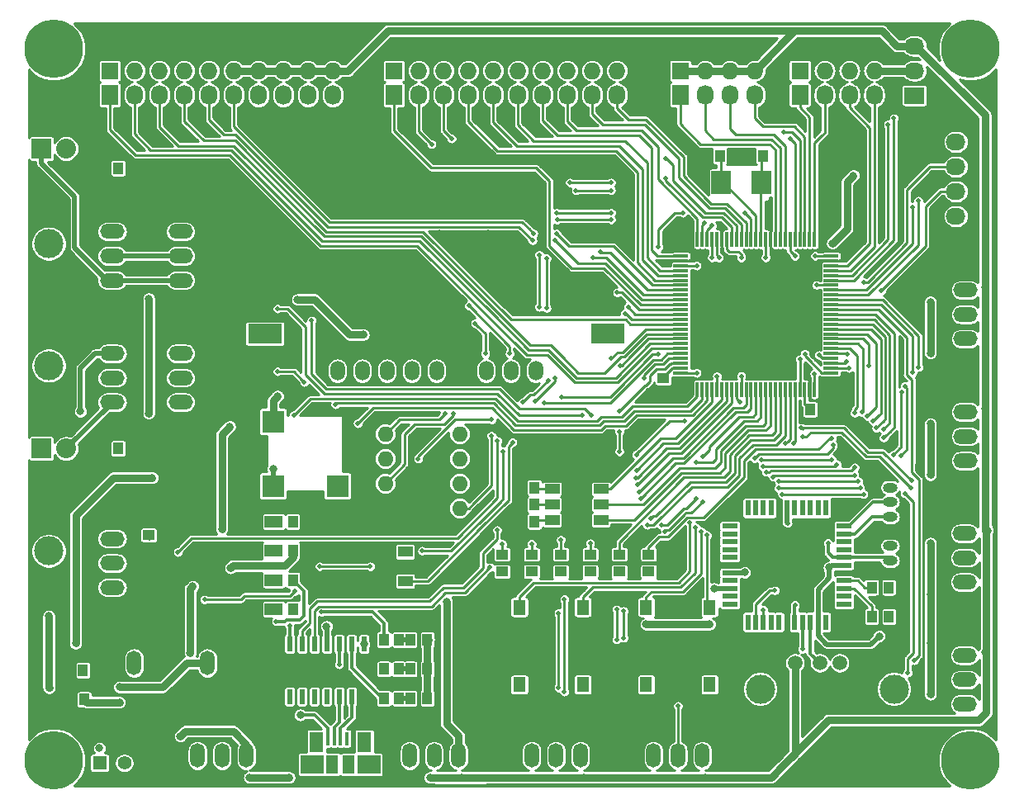
<source format=gbr>
G04 #@! TF.GenerationSoftware,KiCad,Pcbnew,(5.1.4)-1*
G04 #@! TF.CreationDate,2019-11-09T18:20:41+09:00*
G04 #@! TF.ProjectId,stm32f4_Centaurus,73746d33-3266-4345-9f43-656e74617572,rev?*
G04 #@! TF.SameCoordinates,Original*
G04 #@! TF.FileFunction,Copper,L1,Top*
G04 #@! TF.FilePolarity,Positive*
%FSLAX46Y46*%
G04 Gerber Fmt 4.6, Leading zero omitted, Abs format (unit mm)*
G04 Created by KiCad (PCBNEW (5.1.4)-1) date 2019-11-09 18:20:41*
%MOMM*%
%LPD*%
G04 APERTURE LIST*
%ADD10R,2.300000X2.300000*%
%ADD11R,1.300000X1.550000*%
%ADD12R,0.560000X1.600000*%
%ADD13R,1.600000X0.560000*%
%ADD14O,1.727200X1.727200*%
%ADD15R,1.727200X1.727200*%
%ADD16O,2.500000X1.500000*%
%ADD17C,1.501140*%
%ADD18C,2.999740*%
%ADD19O,1.500000X2.000000*%
%ADD20R,3.500000X2.000000*%
%ADD21C,3.000000*%
%ADD22R,1.727200X2.032000*%
%ADD23O,1.727200X2.032000*%
%ADD24O,1.500000X2.500000*%
%ADD25R,0.300000X1.500000*%
%ADD26R,1.500000X0.300000*%
%ADD27R,1.000000X1.200000*%
%ADD28R,1.397000X1.397000*%
%ADD29C,1.397000*%
%ADD30R,1.175000X1.900000*%
%ADD31R,2.375000X1.900000*%
%ADD32R,1.475000X2.100000*%
%ADD33R,0.450000X1.380000*%
%ADD34R,1.200000X1.000000*%
%ADD35R,2.032000X2.032000*%
%ADD36O,2.032000X2.032000*%
%ADD37O,2.032000X1.727200*%
%ADD38R,2.032000X1.727200*%
%ADD39R,2.000000X2.400000*%
%ADD40O,1.524000X1.000000*%
%ADD41R,0.600000X1.500000*%
%ADD42R,1.500000X1.000000*%
%ADD43O,1.600000X1.600000*%
%ADD44R,1.500000X1.100000*%
%ADD45C,6.000000*%
%ADD46C,0.500000*%
%ADD47C,0.800000*%
%ADD48C,0.350000*%
%ADD49C,0.250000*%
%ADD50C,0.800000*%
%ADD51C,0.500000*%
%ADD52C,0.254000*%
G04 APERTURE END LIST*
D10*
X85100000Y-106850000D03*
X78500000Y-106850000D03*
X78500000Y-100250000D03*
D11*
X116750000Y-119275000D03*
X112250000Y-119275000D03*
X112250000Y-127225000D03*
X116750000Y-127225000D03*
D12*
X127170000Y-120810000D03*
X127970000Y-120810000D03*
X128770000Y-120810000D03*
X129570000Y-120810000D03*
X130370000Y-120810000D03*
X131170000Y-120810000D03*
X131970000Y-120810000D03*
X132770000Y-120810000D03*
X133570000Y-120810000D03*
X134370000Y-120810000D03*
X135170000Y-120810000D03*
D13*
X137020000Y-118960000D03*
X137020000Y-118160000D03*
X137020000Y-117360000D03*
X137020000Y-116560000D03*
X137020000Y-115760000D03*
X137020000Y-114960000D03*
X137020000Y-114160000D03*
X137020000Y-113360000D03*
X137020000Y-112560000D03*
X137020000Y-111760000D03*
X137020000Y-110960000D03*
D12*
X135170000Y-109110000D03*
X134370000Y-109110000D03*
X133570000Y-109110000D03*
X132770000Y-109110000D03*
X131970000Y-109110000D03*
X131170000Y-109110000D03*
X130370000Y-109110000D03*
X129570000Y-109110000D03*
X128770000Y-109110000D03*
X127970000Y-109110000D03*
X127170000Y-109110000D03*
D13*
X125320000Y-110960000D03*
X125320000Y-111760000D03*
X125320000Y-112560000D03*
X125320000Y-113360000D03*
X125320000Y-114160000D03*
X125320000Y-114960000D03*
X125320000Y-115760000D03*
X125320000Y-116560000D03*
X125320000Y-117360000D03*
X125320000Y-118160000D03*
X125320000Y-118960000D03*
D14*
X140120000Y-61710000D03*
X140120000Y-64250000D03*
X137580000Y-61710000D03*
X137580000Y-64250000D03*
X135040000Y-61710000D03*
X135040000Y-64250000D03*
X132500000Y-61710000D03*
D15*
X132500000Y-64250000D03*
D16*
X149420000Y-109210000D03*
X149420000Y-111710000D03*
X149420000Y-114210000D03*
X149420000Y-116710000D03*
D17*
X139112860Y-124995760D03*
X136572860Y-124995760D03*
X134540860Y-124995760D03*
X132000860Y-124995760D03*
D18*
X142160860Y-127662760D03*
X128444860Y-127662760D03*
D19*
X85090000Y-95035000D03*
X87630000Y-95035000D03*
X90170000Y-95035000D03*
X92710000Y-95035000D03*
X95250000Y-95035000D03*
X97790000Y-95035000D03*
X100330000Y-95035000D03*
X102870000Y-95035000D03*
X105410000Y-95035000D03*
D20*
X77650000Y-91235000D03*
X112850000Y-91235000D03*
D16*
X62000000Y-109750000D03*
X62000000Y-112250000D03*
X62000000Y-114750000D03*
X62000000Y-117250000D03*
D21*
X55500000Y-113500000D03*
D22*
X90890000Y-66750000D03*
D23*
X93430000Y-66750000D03*
X95970000Y-66750000D03*
X98510000Y-66750000D03*
X101050000Y-66750000D03*
X103590000Y-66750000D03*
X106130000Y-66750000D03*
X108670000Y-66750000D03*
X111210000Y-66750000D03*
X113750000Y-66750000D03*
D24*
X78250000Y-134500000D03*
X75750000Y-134500000D03*
X73250000Y-134500000D03*
X70750000Y-134500000D03*
D25*
X134000000Y-81550000D03*
X133500000Y-81550000D03*
X133000000Y-81550000D03*
X132500000Y-81550000D03*
X132000000Y-81550000D03*
X131500000Y-81550000D03*
X131000000Y-81550000D03*
X130500000Y-81550000D03*
X130000000Y-81550000D03*
X129500000Y-81550000D03*
X129000000Y-81550000D03*
X128500000Y-81550000D03*
X128000000Y-81550000D03*
X127500000Y-81550000D03*
X127000000Y-81550000D03*
X126500000Y-81550000D03*
X126000000Y-81550000D03*
X125500000Y-81550000D03*
X125000000Y-81550000D03*
X124500000Y-81550000D03*
X124000000Y-81550000D03*
X123500000Y-81550000D03*
X123000000Y-81550000D03*
X122500000Y-81550000D03*
X122000000Y-81550000D03*
D26*
X120300000Y-83250000D03*
X120300000Y-83750000D03*
X120300000Y-84250000D03*
X120300000Y-84750000D03*
X120300000Y-85250000D03*
X120300000Y-85750000D03*
X120300000Y-86250000D03*
X120300000Y-86750000D03*
X120300000Y-87250000D03*
X120300000Y-87750000D03*
X120300000Y-88250000D03*
X120300000Y-88750000D03*
X120300000Y-89250000D03*
X120300000Y-89750000D03*
X120300000Y-90250000D03*
X120300000Y-90750000D03*
X120300000Y-91250000D03*
X120300000Y-91750000D03*
X120300000Y-92250000D03*
X120300000Y-92750000D03*
X120300000Y-93250000D03*
X120300000Y-93750000D03*
X120300000Y-94250000D03*
X120300000Y-94750000D03*
X120300000Y-95250000D03*
D25*
X122000000Y-96950000D03*
X122500000Y-96950000D03*
X123000000Y-96950000D03*
X123500000Y-96950000D03*
X124000000Y-96950000D03*
X124500000Y-96950000D03*
X125000000Y-96950000D03*
X125500000Y-96950000D03*
X126000000Y-96950000D03*
X126500000Y-96950000D03*
X127000000Y-96950000D03*
X127500000Y-96950000D03*
X128000000Y-96950000D03*
X128500000Y-96950000D03*
X129000000Y-96950000D03*
X129500000Y-96950000D03*
X130000000Y-96950000D03*
X130500000Y-96950000D03*
X131000000Y-96950000D03*
X131500000Y-96950000D03*
X132000000Y-96950000D03*
X132500000Y-96950000D03*
X133000000Y-96950000D03*
X133500000Y-96950000D03*
X134000000Y-96950000D03*
D26*
X135700000Y-95250000D03*
X135700000Y-94750000D03*
X135700000Y-94250000D03*
X135700000Y-93750000D03*
X135700000Y-93250000D03*
X135700000Y-92750000D03*
X135700000Y-92250000D03*
X135700000Y-91750000D03*
X135700000Y-91250000D03*
X135700000Y-90750000D03*
X135700000Y-90250000D03*
X135700000Y-89750000D03*
X135700000Y-89250000D03*
X135700000Y-88750000D03*
X135700000Y-88250000D03*
X135700000Y-87750000D03*
X135700000Y-87250000D03*
X135700000Y-86750000D03*
X135700000Y-86250000D03*
X135700000Y-85750000D03*
X135700000Y-85250000D03*
X135700000Y-84750000D03*
X135700000Y-84250000D03*
X135700000Y-83750000D03*
X135700000Y-83250000D03*
D27*
X89860000Y-122620000D03*
X91420000Y-122620000D03*
D28*
X60710000Y-135250000D03*
D29*
X63250000Y-135250000D03*
X65790000Y-135250000D03*
D27*
X64380000Y-74250000D03*
X62620000Y-74250000D03*
X62620000Y-103000000D03*
X64380000Y-103000000D03*
D30*
X86240000Y-135410000D03*
X84560000Y-135410000D03*
D31*
X88310000Y-135410000D03*
X82490000Y-135410000D03*
D32*
X87862500Y-133110000D03*
X82937500Y-133110000D03*
D33*
X86700000Y-132750000D03*
X86050000Y-132750000D03*
X85400000Y-132750000D03*
X84750000Y-132750000D03*
X84100000Y-132750000D03*
D27*
X59000000Y-125750000D03*
X57240000Y-125750000D03*
X57370000Y-128750000D03*
X59130000Y-128750000D03*
X78130000Y-113500000D03*
X76370000Y-113500000D03*
X76370000Y-116500000D03*
X78130000Y-116500000D03*
D34*
X101988703Y-113870000D03*
X101988703Y-115630000D03*
D27*
X76370000Y-110500000D03*
X78130000Y-110500000D03*
D24*
X66750000Y-125000000D03*
X64250000Y-125000000D03*
X71750000Y-125000000D03*
X74250000Y-125000000D03*
D11*
X110250000Y-127225000D03*
X105750000Y-127225000D03*
X105750000Y-119275000D03*
X110250000Y-119275000D03*
X103750000Y-119275000D03*
X99250000Y-119275000D03*
X99250000Y-127225000D03*
X103750000Y-127225000D03*
X123250000Y-127225000D03*
X118750000Y-127225000D03*
X118750000Y-119275000D03*
X123250000Y-119275000D03*
D35*
X54750000Y-72250000D03*
D36*
X57290000Y-72250000D03*
X57290000Y-103000000D03*
D35*
X54750000Y-103000000D03*
D37*
X148500000Y-79160000D03*
X148500000Y-76620000D03*
X148500000Y-74080000D03*
X148500000Y-71540000D03*
D38*
X148500000Y-69000000D03*
D23*
X84610000Y-66750000D03*
X82070000Y-66750000D03*
X79530000Y-66750000D03*
X76990000Y-66750000D03*
X74450000Y-66750000D03*
X71910000Y-66750000D03*
X69370000Y-66750000D03*
X66830000Y-66750000D03*
X64290000Y-66750000D03*
D22*
X61750000Y-66750000D03*
D14*
X113750000Y-61710000D03*
X113750000Y-64250000D03*
X111210000Y-61710000D03*
X111210000Y-64250000D03*
X108670000Y-61710000D03*
X108670000Y-64250000D03*
X106130000Y-61710000D03*
X106130000Y-64250000D03*
X103590000Y-61710000D03*
X103590000Y-64250000D03*
X101050000Y-61710000D03*
X101050000Y-64250000D03*
X98510000Y-61710000D03*
X98510000Y-64250000D03*
X95970000Y-61710000D03*
X95970000Y-64250000D03*
X93430000Y-61710000D03*
X93430000Y-64250000D03*
X90890000Y-61710000D03*
D15*
X90890000Y-64250000D03*
X61750000Y-64250000D03*
D14*
X61750000Y-61710000D03*
X64290000Y-64250000D03*
X64290000Y-61710000D03*
X66830000Y-64250000D03*
X66830000Y-61710000D03*
X69370000Y-64250000D03*
X69370000Y-61710000D03*
X71910000Y-64250000D03*
X71910000Y-61710000D03*
X74450000Y-64250000D03*
X74450000Y-61710000D03*
X76990000Y-64250000D03*
X76990000Y-61710000D03*
X79530000Y-64250000D03*
X79530000Y-61710000D03*
X82070000Y-64250000D03*
X82070000Y-61710000D03*
X84610000Y-64250000D03*
X84610000Y-61710000D03*
D16*
X149420000Y-129210000D03*
X149420000Y-126710000D03*
X149420000Y-124210000D03*
X149420000Y-121710000D03*
X149500000Y-96750000D03*
X149500000Y-99250000D03*
X149500000Y-101750000D03*
X149500000Y-104250000D03*
X149500000Y-91750000D03*
X149500000Y-89250000D03*
X149500000Y-86750000D03*
X149500000Y-84250000D03*
D24*
X117500000Y-134500000D03*
X120000000Y-134500000D03*
X122500000Y-134500000D03*
X125000000Y-134500000D03*
X112500000Y-134500000D03*
X110000000Y-134500000D03*
X107500000Y-134500000D03*
X105000000Y-134500000D03*
D16*
X69000000Y-78250000D03*
X69000000Y-80750000D03*
X69000000Y-83250000D03*
X69000000Y-85750000D03*
X69000000Y-98250000D03*
X69000000Y-95750000D03*
X69000000Y-93250000D03*
X69000000Y-90750000D03*
D21*
X55500000Y-82000000D03*
D16*
X62000000Y-85750000D03*
X62000000Y-83250000D03*
X62000000Y-80750000D03*
X62000000Y-78250000D03*
X62000000Y-90750000D03*
X62000000Y-93250000D03*
X62000000Y-95750000D03*
X62000000Y-98250000D03*
D21*
X55500000Y-94500000D03*
D24*
X92500000Y-134500000D03*
X95000000Y-134500000D03*
X97500000Y-134500000D03*
X100000000Y-134500000D03*
D22*
X120250000Y-66750000D03*
D23*
X122790000Y-66750000D03*
X125330000Y-66750000D03*
X127870000Y-66750000D03*
X140120000Y-66750000D03*
X137580000Y-66750000D03*
X135040000Y-66750000D03*
D22*
X132500000Y-66750000D03*
D15*
X120250000Y-64250000D03*
D14*
X120250000Y-61710000D03*
X122790000Y-64250000D03*
X122790000Y-61710000D03*
X125330000Y-64250000D03*
X125330000Y-61710000D03*
X127870000Y-64250000D03*
X127870000Y-61710000D03*
D39*
X124450000Y-75750000D03*
X128550000Y-75750000D03*
D27*
X139870000Y-120250000D03*
X141630000Y-120250000D03*
X141630000Y-117250000D03*
X139870000Y-117250000D03*
X92540000Y-128620000D03*
X94300000Y-128620000D03*
X94300000Y-125620000D03*
X92540000Y-125620000D03*
X94300000Y-122620000D03*
X92540000Y-122620000D03*
D34*
X105000000Y-115630000D03*
X105000000Y-113870000D03*
X108000000Y-113870000D03*
X108000000Y-115630000D03*
X114000000Y-115630000D03*
X114000000Y-113870000D03*
X111000000Y-115630000D03*
X111000000Y-113870000D03*
X117000000Y-115630000D03*
X117000000Y-113870000D03*
X65750000Y-111880000D03*
X65750000Y-110120000D03*
D40*
X141750000Y-114500000D03*
X141750000Y-113000000D03*
X141750000Y-111500000D03*
X141750000Y-110000000D03*
X141750000Y-108500000D03*
X141750000Y-107000000D03*
D41*
X87810000Y-123050000D03*
X86540000Y-123050000D03*
X85270000Y-123050000D03*
X84000000Y-123050000D03*
X82730000Y-123050000D03*
X81460000Y-123050000D03*
X80190000Y-123050000D03*
X80190000Y-128450000D03*
X81460000Y-128450000D03*
X82730000Y-128450000D03*
X84000000Y-128450000D03*
X85270000Y-128450000D03*
X86540000Y-128450000D03*
X87810000Y-128450000D03*
D42*
X107100000Y-110350000D03*
X107100000Y-108750000D03*
X107100000Y-107150000D03*
X112100000Y-107150000D03*
X112100000Y-108750000D03*
X112100000Y-110350000D03*
D27*
X126180000Y-73000000D03*
X124300000Y-73000000D03*
X128700000Y-73000000D03*
X126820000Y-73000000D03*
D34*
X118500000Y-97680000D03*
X118500000Y-95800000D03*
D27*
X133550000Y-99000000D03*
X135430000Y-99000000D03*
X91420000Y-128620000D03*
X89860000Y-128620000D03*
X91420000Y-125620000D03*
X89860000Y-125620000D03*
X80530000Y-113500000D03*
X78970000Y-113500000D03*
X78970000Y-116500000D03*
X80530000Y-116500000D03*
X103720000Y-110500000D03*
X105280000Y-110500000D03*
X105280000Y-108750000D03*
X103720000Y-108750000D03*
X103720000Y-107000000D03*
X105280000Y-107000000D03*
X78970000Y-110500000D03*
X80530000Y-110500000D03*
X76370000Y-119500000D03*
X78130000Y-119500000D03*
X78970000Y-119500000D03*
X80530000Y-119500000D03*
D43*
X97620000Y-101500000D03*
X97620000Y-104040000D03*
X97620000Y-106580000D03*
X97620000Y-109120000D03*
X90000000Y-109120000D03*
X90000000Y-106580000D03*
X90000000Y-104040000D03*
X90000000Y-101500000D03*
D37*
X144250000Y-61710000D03*
X144250000Y-64250000D03*
D38*
X144250000Y-66790000D03*
D44*
X92040000Y-116600000D03*
X92040000Y-113600000D03*
X86140000Y-116600000D03*
X86140000Y-113600000D03*
D45*
X56000000Y-62000000D03*
X56000000Y-135000000D03*
X150000000Y-135000000D03*
X150000000Y-62000000D03*
D46*
X132000000Y-119050000D03*
X142850000Y-95050000D03*
X114000000Y-118250000D03*
X126820000Y-73000000D03*
X126180000Y-73000000D03*
D47*
X76000000Y-125250000D03*
X77750000Y-125250000D03*
X89250000Y-124000000D03*
X121500000Y-117750000D03*
X135500000Y-96250000D03*
X130370000Y-116220000D03*
X134310000Y-116220000D03*
X107500000Y-102000000D03*
X110500000Y-102000000D03*
X113000000Y-103750000D03*
X106000000Y-131500000D03*
X108500000Y-132750000D03*
X98750000Y-131750000D03*
X115000000Y-130250000D03*
X117000000Y-130250000D03*
X112500000Y-129250000D03*
X108500000Y-129250000D03*
X91750000Y-131000000D03*
X90750000Y-133250000D03*
X81250000Y-133500000D03*
X65500000Y-130250000D03*
X75250000Y-131000000D03*
X61500000Y-130500000D03*
X62750000Y-133000000D03*
X68250000Y-134250000D03*
X60250000Y-137250000D03*
X63500000Y-137250000D03*
X67000000Y-137250000D03*
X70500000Y-137250000D03*
X74000000Y-137250000D03*
X133250000Y-131250000D03*
X146250000Y-137000000D03*
X143250000Y-137000000D03*
X139750000Y-137000000D03*
X136000000Y-137000000D03*
X131750000Y-137000000D03*
X129000000Y-135500000D03*
X136000000Y-132000000D03*
X139750000Y-132000000D03*
X143250000Y-132000000D03*
X146500000Y-132000000D03*
X152000000Y-131500000D03*
X146500000Y-129750000D03*
X139750000Y-129500000D03*
X136000000Y-129500000D03*
X133250000Y-126500000D03*
X130500000Y-125500000D03*
X130750000Y-133000000D03*
X117750000Y-125000000D03*
X123000000Y-125000000D03*
X115500000Y-125000000D03*
X112500000Y-125000000D03*
X109250000Y-125000000D03*
X106750000Y-125000000D03*
X112500000Y-115750000D03*
X88250000Y-131000000D03*
X71750000Y-130000000D03*
X89000000Y-99750000D03*
X87000000Y-99250000D03*
X83500000Y-90000000D03*
X86750000Y-90000000D03*
X81000000Y-86250000D03*
X83500000Y-86250000D03*
X92400000Y-65500000D03*
X94700000Y-65500000D03*
X97200000Y-65500000D03*
X99700000Y-65500000D03*
X102300000Y-65500000D03*
X104900000Y-65500000D03*
X107400000Y-65500000D03*
X109950000Y-65500000D03*
X112500000Y-65500000D03*
X115150000Y-65500000D03*
X115150000Y-67600000D03*
X112500000Y-67900000D03*
X109950000Y-67900000D03*
X107400000Y-67900000D03*
X104900000Y-67900000D03*
X102300000Y-67900000D03*
X99800000Y-67900000D03*
X97200000Y-67900000D03*
X94700000Y-67900000D03*
X92400000Y-68000000D03*
X89100000Y-67900000D03*
X89100000Y-65500000D03*
X87750000Y-64250000D03*
X120250000Y-112000000D03*
X120250000Y-114000000D03*
X118500000Y-115750000D03*
X112500000Y-118250000D03*
X100250000Y-117000000D03*
X103500000Y-117000000D03*
X106500000Y-117750000D03*
X106500000Y-116000000D03*
X109250000Y-113000000D03*
X109500000Y-108500000D03*
X103500000Y-105500000D03*
X106500000Y-113000000D03*
X103500000Y-113000000D03*
X99000000Y-114250000D03*
X97750000Y-116250000D03*
X59500000Y-133250000D03*
X58250000Y-131500000D03*
X56000000Y-131000000D03*
X54000000Y-131500000D03*
X54000000Y-128500000D03*
X54000000Y-125500000D03*
X54000000Y-122500000D03*
X54000000Y-115250000D03*
X54000000Y-111500000D03*
X54000000Y-108000000D03*
X54000000Y-104750000D03*
X54000000Y-100500000D03*
X54000000Y-96750000D03*
X54000000Y-92250000D03*
X54000000Y-88750000D03*
X54000000Y-84750000D03*
X54000000Y-79750000D03*
X54000000Y-75250000D03*
X54000000Y-69500000D03*
X54000000Y-65500000D03*
X56500000Y-66000000D03*
X58750000Y-65500000D03*
X59750000Y-63500000D03*
X59500000Y-60250000D03*
X146500000Y-59750000D03*
X150250000Y-65750000D03*
X152000000Y-65500000D03*
X152000000Y-67750000D03*
X150250000Y-70500000D03*
X150250000Y-73000000D03*
X150250000Y-75250000D03*
X150250000Y-78000000D03*
X150250000Y-80500000D03*
X150000000Y-93500000D03*
X150250000Y-106000000D03*
X150250000Y-118750000D03*
X105750000Y-73250000D03*
X101000000Y-73250000D03*
X107750000Y-77750000D03*
X115000000Y-76500000D03*
X113250000Y-73250000D03*
X114750000Y-80750000D03*
X106000000Y-78000000D03*
X105000000Y-75000000D03*
X102750000Y-79000000D03*
X84750000Y-79000000D03*
X75750000Y-69250000D03*
X86000000Y-65500000D03*
X90500000Y-71500000D03*
X95000000Y-73250000D03*
X82000000Y-69250000D03*
X78500000Y-69250000D03*
X73250000Y-69250000D03*
X70750000Y-69250000D03*
X68250000Y-69250000D03*
X65500000Y-69250000D03*
X63000000Y-69250000D03*
X60250000Y-68500000D03*
X73750000Y-73750000D03*
X98250000Y-90000000D03*
X83000000Y-83000000D03*
X82000000Y-76250000D03*
X80250000Y-80250000D03*
X77000000Y-77000000D03*
X78000000Y-72250000D03*
X80750000Y-71500000D03*
X85500000Y-71500000D03*
X94750000Y-75250000D03*
X88500000Y-79000000D03*
X88500000Y-83000000D03*
X92750000Y-79000000D03*
X96500000Y-79000000D03*
X99750000Y-79000000D03*
X103500000Y-84750000D03*
X105000000Y-86500000D03*
X104250000Y-89000000D03*
X107500000Y-86000000D03*
X107500000Y-88500000D03*
X113750000Y-88750000D03*
X112250000Y-81500000D03*
X107500000Y-75000000D03*
X120750000Y-72000000D03*
X121500000Y-74750000D03*
X123000000Y-72750000D03*
X118500000Y-67750000D03*
X118500000Y-65500000D03*
X129250000Y-65500000D03*
X129250000Y-67750000D03*
X131000000Y-67750000D03*
X131000000Y-65500000D03*
X142250000Y-65500000D03*
X142250000Y-67750000D03*
X146250000Y-67750000D03*
X147000000Y-65750000D03*
X143000000Y-71750000D03*
X146750000Y-71750000D03*
X147000000Y-75250000D03*
X146750000Y-78000000D03*
X146750000Y-80500000D03*
X135000000Y-76750000D03*
X138250000Y-73750000D03*
X135000000Y-72750000D03*
X138750000Y-70500000D03*
X136000000Y-70500000D03*
X136250000Y-68000000D03*
X139000000Y-68000000D03*
X136250000Y-65500000D03*
X138750000Y-65500000D03*
X134000000Y-65500000D03*
X90500000Y-90000000D03*
X94250000Y-90000000D03*
X83750000Y-111250000D03*
X87750000Y-111250000D03*
X92750000Y-111250000D03*
X97000000Y-111250000D03*
X99000000Y-107500000D03*
X100000000Y-105750000D03*
X100000000Y-103250000D03*
X100000000Y-101000000D03*
X94500000Y-101250000D03*
X88250000Y-104000000D03*
X91750000Y-106250000D03*
X82250000Y-99250000D03*
X81750000Y-113250000D03*
X82750000Y-117500000D03*
X71250000Y-111250000D03*
X63250000Y-104500000D03*
X60750000Y-113500000D03*
X60750000Y-116000000D03*
X60250000Y-97000000D03*
X60250000Y-94750000D03*
X67500000Y-94500000D03*
X70500000Y-94500000D03*
X67500000Y-99750000D03*
X70500000Y-99750000D03*
X63750000Y-99750000D03*
X63500000Y-94500000D03*
X63500000Y-84500000D03*
X63500000Y-87000000D03*
X60250000Y-87000000D03*
X67250000Y-87000000D03*
X67250000Y-84500000D03*
X72000000Y-84500000D03*
X63500000Y-82000000D03*
X60250000Y-82000000D03*
X60250000Y-92000000D03*
X67500000Y-92000000D03*
X70500000Y-92000000D03*
X62750000Y-72750000D03*
X56250000Y-73750000D03*
X56250000Y-70500000D03*
X59250000Y-73750000D03*
X56250000Y-104750000D03*
X56250000Y-101250000D03*
X58750000Y-104750000D03*
X80250000Y-83250000D03*
X77000000Y-83250000D03*
X70500000Y-73750000D03*
X67250000Y-73750000D03*
X98250000Y-75250000D03*
X101750000Y-75250000D03*
X132500000Y-84500000D03*
X129250000Y-87500000D03*
X129250000Y-93000000D03*
X130750000Y-95000000D03*
X127000000Y-92000000D03*
X122000000Y-93500000D03*
X119250000Y-81250000D03*
X120250000Y-82250000D03*
X126000000Y-84550000D03*
X127000000Y-85500000D03*
X129150000Y-84550000D03*
X124250000Y-92000000D03*
X129250000Y-90000000D03*
X127000000Y-89750000D03*
X127000000Y-87750000D03*
X103500000Y-81250000D03*
X100500000Y-81000000D03*
X95500000Y-81000000D03*
X98000000Y-83500000D03*
X100500000Y-84750000D03*
X92750000Y-83000000D03*
X97750000Y-87750000D03*
X89000000Y-59750000D03*
X87250000Y-61750000D03*
X97500000Y-128250000D03*
X105750000Y-128250000D03*
X72000000Y-104750000D03*
X146750000Y-82750000D03*
X150250000Y-82750000D03*
X146750000Y-85000000D03*
X147250000Y-98500000D03*
X147250000Y-96750000D03*
X147250000Y-95000000D03*
X150000000Y-95000000D03*
X150250000Y-107750000D03*
X147250000Y-107750000D03*
X147250000Y-109500000D03*
X147250000Y-111250000D03*
X150250000Y-120250000D03*
X147250000Y-121500000D03*
X147250000Y-120250000D03*
X122000000Y-90750000D03*
X122000000Y-87500000D03*
X134000000Y-87500000D03*
X92750000Y-108500000D03*
X95500000Y-108500000D03*
X95500000Y-105250000D03*
X93000000Y-103000000D03*
X107500000Y-105500000D03*
X110500000Y-105500000D03*
X117500000Y-100500000D03*
X115250000Y-101500000D03*
X73750000Y-77000000D03*
X73750000Y-80250000D03*
X77000000Y-80250000D03*
X85500000Y-75000000D03*
X90500000Y-75250000D03*
X70500000Y-76250000D03*
X67250000Y-76250000D03*
X57250000Y-84750000D03*
X57250000Y-88750000D03*
X57250000Y-92250000D03*
X68250000Y-88000000D03*
X70000000Y-88000000D03*
X70000000Y-89250000D03*
X68250000Y-89250000D03*
X60500000Y-101250000D03*
X63750000Y-101250000D03*
X66750000Y-104500000D03*
X66750000Y-108500000D03*
X67500000Y-111250000D03*
X63750000Y-108500000D03*
X56500000Y-108000000D03*
X56500000Y-111250000D03*
X60750000Y-122500000D03*
X60750000Y-119250000D03*
X63500000Y-119250000D03*
X63500000Y-122500000D03*
X66500000Y-122500000D03*
X75750000Y-121000000D03*
X81250000Y-124750000D03*
X81250000Y-126750000D03*
X83000000Y-126750000D03*
X83000000Y-124750000D03*
X85000000Y-126750000D03*
X78500000Y-129000000D03*
X90750000Y-135500000D03*
X101750000Y-135500000D03*
X101750000Y-133500000D03*
X103250000Y-133500000D03*
X103250000Y-135500000D03*
X114000000Y-135500000D03*
X114000000Y-133500000D03*
X115750000Y-133500000D03*
X115750000Y-135500000D03*
X127000000Y-133000000D03*
X127000000Y-135500000D03*
X127000000Y-130250000D03*
X127000000Y-125500000D03*
X127000000Y-122500000D03*
X130500000Y-122500000D03*
X127000000Y-112250000D03*
X130000000Y-110750000D03*
X132750000Y-114000000D03*
X136500000Y-109000000D03*
X135500000Y-118250000D03*
X136500000Y-121750000D03*
X138250000Y-120000000D03*
X129750000Y-119250000D03*
X143250000Y-134500000D03*
X139750000Y-134500000D03*
X136000000Y-134500000D03*
X133500000Y-134500000D03*
X136000000Y-126500000D03*
X139750000Y-126500000D03*
X143000000Y-123500000D03*
X141000000Y-123500000D03*
X144500000Y-129750000D03*
X144500000Y-127250000D03*
X148750000Y-106000000D03*
X148750000Y-93500000D03*
X144000000Y-85000000D03*
X144000000Y-88750000D03*
X143500000Y-75250000D03*
X144500000Y-69750000D03*
X118500000Y-62750000D03*
X115250000Y-62750000D03*
X86000000Y-67900000D03*
X98250000Y-73250000D03*
X108500000Y-73250000D03*
X112250000Y-77750000D03*
X79500000Y-93500000D03*
X77000000Y-93500000D03*
X74750000Y-90250000D03*
X72250000Y-90250000D03*
X72250000Y-92000000D03*
X74750000Y-92000000D03*
X72000000Y-102000000D03*
X67500000Y-102000000D03*
X71250000Y-109000000D03*
X68500000Y-115500000D03*
X68500000Y-117500000D03*
X74250000Y-117000000D03*
X81750000Y-115500000D03*
X88000000Y-113250000D03*
X90250000Y-113250000D03*
X101500000Y-128250000D03*
X101500000Y-125000000D03*
X97500000Y-125000000D03*
X123000000Y-130250000D03*
X130750000Y-130250000D03*
X77000000Y-95750000D03*
X77000000Y-98250000D03*
X75250000Y-98250000D03*
X75250000Y-95750000D03*
X83500000Y-92500000D03*
X83500000Y-95000000D03*
X86250000Y-92500000D03*
X89250000Y-92500000D03*
X94000000Y-92500000D03*
X98750000Y-93000000D03*
X94250000Y-86750000D03*
X90500000Y-86750000D03*
X86750000Y-86750000D03*
X124500000Y-87500000D03*
X123250000Y-84500000D03*
X133250000Y-90000000D03*
X131500000Y-87500000D03*
X131500000Y-90000000D03*
X131500000Y-93000000D03*
X124500000Y-89750000D03*
X124500000Y-94250000D03*
X127000000Y-94250000D03*
X137500000Y-98000000D03*
X136500000Y-100000000D03*
X86250000Y-101500000D03*
X88250000Y-101500000D03*
X88250000Y-108000000D03*
X81250000Y-108000000D03*
X74500000Y-108000000D03*
X148750000Y-95000000D03*
X148750000Y-107750000D03*
X148750000Y-120250000D03*
X148750000Y-118750000D03*
X94590000Y-136750000D03*
X151500000Y-123930000D03*
X122820000Y-136750000D03*
X110320000Y-136750000D03*
X97820000Y-136750000D03*
X80140000Y-136750000D03*
X76070000Y-136750000D03*
X151750000Y-111430000D03*
X151500000Y-98930000D03*
X151500000Y-86430000D03*
X123720000Y-117360000D03*
X96290000Y-118700000D03*
X80530000Y-110500000D03*
X68998220Y-132500000D03*
D46*
X126890000Y-78830000D03*
X120510000Y-78830000D03*
X118000000Y-82300000D03*
X118000000Y-93335000D03*
X103050000Y-102370000D03*
X108040914Y-97685913D03*
X92040000Y-116600000D03*
D47*
X73250000Y-111250000D03*
X74050000Y-100750000D03*
X58250000Y-122998220D03*
X66115000Y-106000000D03*
X81280000Y-130330000D03*
D46*
X78820000Y-120740000D03*
X117250000Y-110210000D03*
X108360000Y-118460000D03*
X108350000Y-127940000D03*
X116860000Y-110840000D03*
X107770000Y-119890000D03*
X107770000Y-127540000D03*
X132770000Y-123550000D03*
X135390000Y-112710000D03*
X100720000Y-115200000D03*
X115743413Y-103623413D03*
X120700000Y-100170000D03*
X124000000Y-95580000D03*
X115738449Y-105298378D03*
X101460000Y-111370000D03*
X142096587Y-103633413D03*
X120000000Y-129400000D03*
X137358414Y-93325000D03*
X142915000Y-97203782D03*
X130340490Y-107073498D03*
X138680000Y-107060000D03*
X142850000Y-103720000D03*
X143270000Y-96587650D03*
X139550000Y-94470000D03*
X130690000Y-107680000D03*
X139020000Y-107680000D03*
X134220000Y-86250000D03*
D47*
X78500000Y-105135000D03*
D46*
X92040000Y-113600000D03*
X133010000Y-93290000D03*
X139090000Y-85950000D03*
X132504999Y-93865001D03*
X140870000Y-86770000D03*
X144240000Y-124710000D03*
X143270000Y-107620000D03*
X143570000Y-126000000D03*
X137545000Y-94750000D03*
X144670000Y-94640000D03*
X144070000Y-95180000D03*
D47*
X83970000Y-121250000D03*
D46*
X143930000Y-106280000D03*
X126500000Y-95570000D03*
X132661587Y-100898413D03*
X143880000Y-107070000D03*
X132770000Y-101820000D03*
X126380000Y-98235000D03*
X122730000Y-79890000D03*
X123490000Y-80140000D03*
X89860000Y-125620000D03*
X85270000Y-125150000D03*
X83470000Y-119770000D03*
X80190000Y-121200000D03*
X100250000Y-93280000D03*
X99210000Y-90170000D03*
X144085000Y-78250000D03*
X113150000Y-79530003D03*
X107610000Y-79530000D03*
X142140000Y-69140000D03*
X102750000Y-93280000D03*
X98580000Y-88370000D03*
X144660000Y-77590000D03*
X113160000Y-78830000D03*
X107550000Y-78830000D03*
X107560000Y-80950000D03*
X105181587Y-80928413D03*
X96790000Y-71215000D03*
X112035023Y-82835000D03*
X94750000Y-71790000D03*
X111270000Y-83410000D03*
X107410000Y-81660000D03*
X105100000Y-81660000D03*
X87180000Y-100410000D03*
X141550000Y-69750000D03*
X78950000Y-88655000D03*
X131020000Y-102500000D03*
X110170000Y-99599037D03*
X82440000Y-89890000D03*
X131886587Y-102446587D03*
X111090000Y-99599037D03*
X81690000Y-96180000D03*
X78950000Y-95095000D03*
X84900000Y-98475000D03*
X80640000Y-99570000D03*
X105000000Y-112800000D03*
X115870000Y-106720000D03*
X131500000Y-71240000D03*
X130840000Y-70580000D03*
X121800000Y-111070000D03*
X139430000Y-99670000D03*
X128534724Y-104120488D03*
X135760000Y-104120000D03*
X110250000Y-119470000D03*
X101990000Y-112790000D03*
X115730000Y-106000000D03*
X108000000Y-112360000D03*
X116040000Y-107450000D03*
X111000000Y-112730000D03*
X116190000Y-108140000D03*
X122380000Y-111510000D03*
X140014999Y-100190000D03*
X128707053Y-104798947D03*
X136300000Y-104640000D03*
X116750000Y-119470000D03*
X122980000Y-111890000D03*
X141095000Y-101910000D03*
X141095000Y-101910000D03*
X129030000Y-105420000D03*
X138131177Y-104935650D03*
X123250000Y-119470000D03*
X118780000Y-73250000D03*
X118780000Y-75250000D03*
X113780000Y-87000000D03*
X114900000Y-88520000D03*
X114591551Y-89148380D03*
X96145913Y-99405913D03*
X96960000Y-99405000D03*
X113140000Y-93780000D03*
X114108413Y-94498413D03*
X102074999Y-103300000D03*
X93780000Y-113500000D03*
X68740000Y-113620000D03*
X101500000Y-102240001D03*
X106290000Y-98290000D03*
X116550000Y-95810000D03*
X71470000Y-118500000D03*
X80700000Y-117650000D03*
X83260000Y-115090000D03*
X114000000Y-103324999D03*
X114000000Y-99195000D03*
X88460000Y-115090000D03*
X114000000Y-101245020D03*
X122540000Y-108460000D03*
X118690000Y-111490000D03*
X114440000Y-119670000D03*
X114440000Y-122420000D03*
X122542277Y-103840000D03*
X121910000Y-108110000D03*
X121907996Y-104415000D03*
X118310000Y-110870000D03*
X113710000Y-119520000D03*
X113710000Y-122590000D03*
X140340000Y-100900000D03*
X128761587Y-119561587D03*
X141070000Y-101000000D03*
X129936587Y-117566587D03*
X113128413Y-75718413D03*
X108911587Y-75718413D03*
X105780000Y-83130000D03*
X105770000Y-88480000D03*
X106703413Y-96003413D03*
X100900000Y-100040000D03*
X93370000Y-104040000D03*
X104090000Y-98260000D03*
X113140000Y-76520000D03*
X109550000Y-76520000D03*
X106540000Y-83490000D03*
X106540000Y-88620000D03*
X100880000Y-101690000D03*
X105360000Y-98160000D03*
X107400000Y-95780000D03*
X101988703Y-115630000D03*
X105000000Y-115630000D03*
X108000000Y-115630000D03*
X114000000Y-115630000D03*
X111000000Y-115630000D03*
X117000000Y-115630000D03*
X138120000Y-99370000D03*
X135788413Y-101928413D03*
X121220000Y-110630000D03*
X135900000Y-102630000D03*
X138855000Y-99255741D03*
X127843981Y-103997843D03*
X103750000Y-119470000D03*
D47*
X74140001Y-115250000D03*
X58740000Y-99190000D03*
X65750000Y-87635000D03*
X65750000Y-99385000D03*
X65810000Y-112000000D03*
X62530000Y-74250000D03*
X62620000Y-103000000D03*
D46*
X137307569Y-94063350D03*
X130360000Y-106370000D03*
X138490000Y-106370000D03*
X134470000Y-93430000D03*
X129764719Y-105910210D03*
X138100000Y-105770000D03*
D47*
X55540000Y-127555000D03*
X55500000Y-120180000D03*
X70250000Y-117135000D03*
X70000760Y-123950000D03*
X62750000Y-127470000D03*
D46*
X59000000Y-125750000D03*
D47*
X62750000Y-129030000D03*
D46*
X61250000Y-129030000D03*
D47*
X60700000Y-133741500D03*
D46*
X141630000Y-120250000D03*
X141630000Y-117250000D03*
D47*
X145890000Y-112710000D03*
X145890000Y-117960000D03*
X145890000Y-105710000D03*
X145890000Y-100460000D03*
X145890000Y-93210000D03*
X145890000Y-87960000D03*
X145890000Y-122960000D03*
X145890000Y-128210000D03*
X135490000Y-115210000D03*
X140635000Y-122250000D03*
D46*
X132000000Y-83250000D03*
X134070000Y-83250000D03*
X129000000Y-83430000D03*
X123500000Y-83430000D03*
X121930000Y-95250000D03*
X134000000Y-95320000D03*
D47*
X123250000Y-121030000D03*
X116750000Y-121030000D03*
X126850000Y-115710000D03*
D46*
X121930000Y-84250000D03*
X126500000Y-83430000D03*
X124210000Y-83430000D03*
D47*
X80995000Y-87725000D03*
X87750000Y-91320000D03*
D46*
X131250000Y-110640000D03*
D47*
X78950000Y-97635000D03*
X78500000Y-100250000D03*
X87810000Y-123050000D03*
X80530000Y-119500000D03*
D46*
X84000000Y-128450000D03*
D47*
X94440740Y-122594980D03*
X135830000Y-81950000D03*
X138000000Y-75000000D03*
D48*
X131970000Y-119080000D02*
X132000000Y-119050000D01*
X131970000Y-120810000D02*
X131970000Y-119080000D01*
D49*
X133500000Y-97950000D02*
X133510000Y-97960000D01*
X133500000Y-96950000D02*
X133500000Y-97950000D01*
X133524999Y-97960001D02*
X133604998Y-98040000D01*
X133510000Y-97960000D02*
X133524999Y-97960001D01*
X133604998Y-98040000D02*
X133860000Y-98040000D01*
X133500000Y-96950000D02*
X133500000Y-95780000D01*
X133500000Y-95780000D02*
X133260000Y-95540000D01*
X133260000Y-95540000D02*
X133260000Y-95050000D01*
X121300000Y-83750000D02*
X121480000Y-83570000D01*
X120300000Y-83750000D02*
X121300000Y-83750000D01*
X121480000Y-83570000D02*
X121880000Y-83570000D01*
D50*
X84610000Y-64250000D02*
X82070000Y-64250000D01*
X82070000Y-64250000D02*
X79530000Y-64250000D01*
X79530000Y-64250000D02*
X76990000Y-64250000D01*
X76990000Y-64250000D02*
X74450000Y-64250000D01*
X76070000Y-136750000D02*
X80140000Y-136750000D01*
D51*
X125320000Y-117360000D02*
X123720000Y-117360000D01*
D50*
X100257530Y-136762470D02*
X95168155Y-136762470D01*
X100270000Y-136750000D02*
X100257530Y-136762470D01*
X129550000Y-136750000D02*
X100270000Y-136750000D01*
X95155685Y-136750000D02*
X94590000Y-136750000D01*
X95168155Y-136762470D02*
X95155685Y-136750000D01*
X132000860Y-134299140D02*
X130790000Y-135510000D01*
X132000860Y-124995760D02*
X132000860Y-134299140D01*
X130790000Y-135510000D02*
X129550000Y-136750000D01*
X96290000Y-118700000D02*
X96290000Y-129540000D01*
X69498220Y-132000000D02*
X68998220Y-132500000D01*
X74420000Y-132000000D02*
X69498220Y-132000000D01*
X75750000Y-133330000D02*
X74420000Y-132000000D01*
X75750000Y-134500000D02*
X75750000Y-133330000D01*
X96290000Y-131240000D02*
X96290000Y-129540000D01*
X97500000Y-132450000D02*
X96290000Y-131240000D01*
X97500000Y-134500000D02*
X97500000Y-132450000D01*
X86183870Y-64250000D02*
X84610000Y-64250000D01*
X90263870Y-60170000D02*
X86183870Y-64250000D01*
X142434000Y-61710000D02*
X140894000Y-60170000D01*
X144250000Y-61710000D02*
X142434000Y-61710000D01*
X150850000Y-130870000D02*
X135430000Y-130870000D01*
X144250000Y-61710000D02*
X144402400Y-61710000D01*
X135430000Y-130870000D02*
X130790000Y-135510000D01*
X144402400Y-61710000D02*
X151500000Y-68807600D01*
X151500000Y-68807600D02*
X151500000Y-111480000D01*
X151500000Y-111480000D02*
X151612010Y-111592010D01*
X151612010Y-111592010D02*
X151612010Y-130107990D01*
X151612010Y-130107990D02*
X150850000Y-130870000D01*
X131950000Y-60170000D02*
X127870000Y-64250000D01*
X133750000Y-60170000D02*
X131950000Y-60170000D01*
X133750000Y-60170000D02*
X90263870Y-60170000D01*
X140894000Y-60170000D02*
X133750000Y-60170000D01*
X127870000Y-64250000D02*
X125330000Y-64250000D01*
X125330000Y-64250000D02*
X122790000Y-64250000D01*
X122790000Y-64250000D02*
X120250000Y-64250000D01*
D49*
X124660000Y-75750000D02*
X124450000Y-75750000D01*
X128000000Y-81550000D02*
X128000000Y-79090000D01*
X128000000Y-79090000D02*
X124660000Y-75750000D01*
X124450000Y-73400000D02*
X124050000Y-73000000D01*
X124450000Y-75750000D02*
X124450000Y-73400000D01*
X127500000Y-79440000D02*
X126890000Y-78830000D01*
X127500000Y-79570000D02*
X127500000Y-79440000D01*
X127500000Y-81550000D02*
X127500000Y-79570000D01*
X100070000Y-110880000D02*
X100280010Y-110669990D01*
X94850000Y-116100000D02*
X100070000Y-110880000D01*
X117401410Y-93335000D02*
X118000000Y-93335000D01*
X116880009Y-93856401D02*
X117401410Y-93335000D01*
X116880009Y-93866401D02*
X116880009Y-93856401D01*
X114056410Y-96690000D02*
X116880009Y-93866401D01*
X100070000Y-110880000D02*
X102400000Y-108550000D01*
X102400000Y-108550000D02*
X102590000Y-108360000D01*
X102590000Y-108360000D02*
X102650000Y-108300000D01*
X102650000Y-108300000D02*
X102650000Y-102770000D01*
X102650000Y-102770000D02*
X103050000Y-102370000D01*
X108394467Y-97685913D02*
X108398554Y-97690000D01*
X108040914Y-97685913D02*
X108394467Y-97685913D01*
X113056410Y-97690000D02*
X114056410Y-96690000D01*
X108398554Y-97690000D02*
X113056410Y-97690000D01*
X118000000Y-82300000D02*
X118000000Y-80530000D01*
X119700000Y-78830000D02*
X118000000Y-80530000D01*
X120510000Y-78830000D02*
X119700000Y-78830000D01*
X94350000Y-116600000D02*
X94850000Y-116100000D01*
X92040000Y-116600000D02*
X94350000Y-116600000D01*
X128500000Y-75800000D02*
X128550000Y-75750000D01*
X128500000Y-81550000D02*
X128500000Y-75800000D01*
X128550000Y-73400000D02*
X128950000Y-73000000D01*
X128550000Y-75750000D02*
X128550000Y-73400000D01*
D50*
X73250000Y-108350000D02*
X73260000Y-108340000D01*
X73250000Y-111250000D02*
X73250000Y-108350000D01*
X73250000Y-108350000D02*
X73250000Y-101550000D01*
X73250000Y-101550000D02*
X74050000Y-100750000D01*
X58250000Y-121798170D02*
X58260000Y-121788170D01*
X58250000Y-122998220D02*
X58250000Y-121798170D01*
X58260000Y-121788170D02*
X58260000Y-109840000D01*
X58260000Y-109840000D02*
X62100000Y-106000000D01*
X62100000Y-106000000D02*
X66115000Y-106000000D01*
D49*
X138070000Y-117360000D02*
X137020000Y-117360000D01*
X139870000Y-119160000D02*
X138070000Y-117360000D01*
X139870000Y-120250000D02*
X139870000Y-119160000D01*
X138070000Y-116560000D02*
X137020000Y-116560000D01*
X138430000Y-116560000D02*
X138070000Y-116560000D01*
X139120000Y-117250000D02*
X138430000Y-116560000D01*
X139870000Y-117250000D02*
X139120000Y-117250000D01*
D48*
X81845685Y-130330000D02*
X81280000Y-130330000D01*
X82720000Y-130330000D02*
X81845685Y-130330000D01*
X84100000Y-131710000D02*
X82720000Y-130330000D01*
X84100000Y-132750000D02*
X84100000Y-131710000D01*
X79690000Y-120740000D02*
X78820000Y-120740000D01*
X79855001Y-120574999D02*
X79690000Y-120740000D01*
X81205001Y-120574999D02*
X79855001Y-120574999D01*
X81650000Y-120130000D02*
X81205001Y-120574999D01*
X80530000Y-116500000D02*
X81650000Y-117620000D01*
X81650000Y-117620000D02*
X81650000Y-120130000D01*
D49*
X121240000Y-106440000D02*
X117730000Y-109950000D01*
X124930000Y-106440000D02*
X121240000Y-106440000D01*
X130500000Y-101470000D02*
X129840000Y-102130000D01*
X130500000Y-96950000D02*
X130500000Y-101470000D01*
X129840000Y-102130000D02*
X127470000Y-102130000D01*
X127470000Y-102130000D02*
X125840000Y-103760000D01*
X125840000Y-103760000D02*
X125840000Y-105530000D01*
X125840000Y-105530000D02*
X124930000Y-106440000D01*
X117730000Y-109950000D02*
X117510000Y-109950000D01*
X117510000Y-109950000D02*
X117250000Y-110210000D01*
X108360000Y-120151002D02*
X108350000Y-120161002D01*
X108360000Y-118460000D02*
X108360000Y-120151002D01*
X108350000Y-120161002D02*
X108350000Y-127940000D01*
X121420000Y-106930000D02*
X117890000Y-110460000D01*
X131000000Y-96950000D02*
X131000000Y-101670000D01*
X125130000Y-106930000D02*
X121420000Y-106930000D01*
X130060000Y-102610000D02*
X127730000Y-102610000D01*
X127730000Y-102610000D02*
X126310000Y-104030000D01*
X126310000Y-104030000D02*
X126310000Y-105750000D01*
X126310000Y-105750000D02*
X125130000Y-106930000D01*
X117890000Y-110460000D02*
X117680000Y-110670000D01*
X117680000Y-110670000D02*
X117510000Y-110840000D01*
X117510000Y-110840000D02*
X116860000Y-110840000D01*
X107770000Y-119890000D02*
X107770000Y-127540000D01*
X131000000Y-101670000D02*
X130060000Y-102610000D01*
D48*
X132770000Y-122530000D02*
X132770000Y-120810000D01*
X132770000Y-123550000D02*
X132770000Y-122530000D01*
X133570000Y-124024900D02*
X133570000Y-120810000D01*
X134540860Y-124995760D02*
X133570000Y-124024900D01*
X135390000Y-113680000D02*
X135390000Y-112710000D01*
X135870000Y-114160000D02*
X135390000Y-113680000D01*
X137020000Y-114160000D02*
X135870000Y-114160000D01*
X141410000Y-114160000D02*
X141750000Y-114500000D01*
X137020000Y-114160000D02*
X141410000Y-114160000D01*
X139930000Y-110000000D02*
X140340000Y-110000000D01*
X138170000Y-111760000D02*
X139930000Y-110000000D01*
X137020000Y-111760000D02*
X138170000Y-111760000D01*
X140340000Y-110000000D02*
X141750000Y-110000000D01*
X137540000Y-110960000D02*
X140010000Y-108490000D01*
X137020000Y-110960000D02*
X137540000Y-110960000D01*
X140020000Y-108500000D02*
X141750000Y-108500000D01*
X140010000Y-108490000D02*
X140020000Y-108500000D01*
D49*
X82730000Y-119658998D02*
X83198998Y-119190000D01*
X83198998Y-119190000D02*
X94774682Y-119190000D01*
X82730000Y-123050000D02*
X82730000Y-119658998D01*
X96174682Y-117790000D02*
X98130000Y-117790000D01*
X94774682Y-119190000D02*
X96174682Y-117790000D01*
X98130000Y-117790000D02*
X100720000Y-115200000D01*
X124000000Y-96950000D02*
X124000000Y-95580000D01*
X120700000Y-100170000D02*
X119140000Y-100170000D01*
X119140000Y-100170000D02*
X115700000Y-103610000D01*
X83000000Y-118680000D02*
X94560000Y-118680000D01*
X94560000Y-118680000D02*
X95990000Y-117250000D01*
X99990000Y-113760000D02*
X101460000Y-112290000D01*
X95990000Y-117250000D02*
X98000000Y-117250000D01*
X99990000Y-115260000D02*
X99990000Y-113760000D01*
X98000000Y-117250000D02*
X99990000Y-115260000D01*
X124500000Y-96950000D02*
X124500000Y-98010000D01*
X124500000Y-98010000D02*
X122820000Y-99690000D01*
X122820000Y-99690000D02*
X122500000Y-100010000D01*
X122500000Y-100010000D02*
X120000000Y-102510000D01*
X120000000Y-102510000D02*
X118526827Y-102510000D01*
X118526827Y-102510000D02*
X115738449Y-105298378D01*
X101460000Y-111600000D02*
X101460000Y-111370000D01*
X101460000Y-112290000D02*
X101460000Y-111600000D01*
X81460000Y-123050000D02*
X81460000Y-121710000D01*
X82240000Y-120930000D02*
X82240000Y-119440000D01*
X81460000Y-121710000D02*
X82240000Y-120930000D01*
X82240000Y-119440000D02*
X83000000Y-118680000D01*
X112350000Y-110350000D02*
X112100000Y-110350000D01*
X115510000Y-110350000D02*
X112100000Y-110350000D01*
X124320000Y-105480000D02*
X120380000Y-105480000D01*
X129500000Y-96950000D02*
X129500000Y-100650000D01*
X129010000Y-101140000D02*
X127187180Y-101140000D01*
X129500000Y-100650000D02*
X129010000Y-101140000D01*
X127187180Y-101140000D02*
X124867180Y-103460000D01*
X124867180Y-103460000D02*
X124867180Y-104932820D01*
X120380000Y-105480000D02*
X115510000Y-110350000D01*
X124867180Y-104932820D02*
X124320000Y-105480000D01*
X120000000Y-134500000D02*
X120000000Y-129400000D01*
X142740000Y-102990000D02*
X142096587Y-103633413D01*
X142864991Y-102865009D02*
X142740000Y-102990000D01*
X142864991Y-97478544D02*
X142864991Y-97174983D01*
X142864991Y-97174983D02*
X142866189Y-97173785D01*
X137283414Y-93250000D02*
X137358414Y-93325000D01*
X135900000Y-93250000D02*
X137283414Y-93250000D01*
X142864991Y-97253791D02*
X142915000Y-97203782D01*
X142864991Y-97640000D02*
X142864991Y-97253791D01*
X142864991Y-97640000D02*
X142864991Y-102865009D01*
X142864991Y-97478544D02*
X142864991Y-97640000D01*
X130694043Y-107073498D02*
X130697541Y-107070000D01*
X130340490Y-107073498D02*
X130694043Y-107073498D01*
X130697541Y-107070000D02*
X138670000Y-107070000D01*
X138670000Y-107070000D02*
X138680000Y-107060000D01*
X142850000Y-103720000D02*
X143490000Y-103080000D01*
X143490000Y-96807650D02*
X143362819Y-96680469D01*
X143490000Y-103080000D02*
X143490000Y-96807650D01*
X135900000Y-91750000D02*
X138400000Y-91750000D01*
X143270000Y-96587650D02*
X143362819Y-96680469D01*
X139000000Y-91750000D02*
X138400000Y-91750000D01*
X139550000Y-94470000D02*
X139550000Y-92300000D01*
X139550000Y-92300000D02*
X139000000Y-91750000D01*
X130690000Y-107680000D02*
X131043553Y-107680000D01*
X131043553Y-107680000D02*
X139020000Y-107680000D01*
X135700000Y-86250000D02*
X134220000Y-86250000D01*
X118500000Y-95660000D02*
X118500000Y-95800000D01*
X120300000Y-94750000D02*
X119410000Y-94750000D01*
X119410000Y-94750000D02*
X118500000Y-95660000D01*
X133000000Y-98450000D02*
X133550000Y-99000000D01*
X133000000Y-96950000D02*
X133000000Y-98450000D01*
D51*
X78970000Y-116500000D02*
X78130000Y-116500000D01*
X78500000Y-106850000D02*
X78500000Y-105135000D01*
X67250000Y-83250000D02*
X62000000Y-83250000D01*
X69000000Y-83250000D02*
X67250000Y-83250000D01*
D48*
X84750000Y-132750000D02*
X84750001Y-131582169D01*
X85270000Y-131062170D02*
X85270000Y-128450000D01*
X84750001Y-131582169D02*
X85270000Y-131062170D01*
X86540000Y-129550000D02*
X86540000Y-128450000D01*
X86540000Y-130570000D02*
X86540000Y-129550000D01*
X85400000Y-131710000D02*
X86540000Y-130570000D01*
X85400000Y-132750000D02*
X85400000Y-131710000D01*
D51*
X63750000Y-85750000D02*
X69000000Y-85750000D01*
X62000000Y-85750000D02*
X63750000Y-85750000D01*
X61500000Y-85750000D02*
X58150000Y-82400000D01*
X62000000Y-85750000D02*
X61500000Y-85750000D01*
X54750000Y-73766000D02*
X54750000Y-72250000D01*
X58150000Y-77166000D02*
X54750000Y-73766000D01*
X58150000Y-82400000D02*
X58150000Y-77166000D01*
X62000000Y-98290000D02*
X62000000Y-98250000D01*
X57290000Y-103000000D02*
X62000000Y-98290000D01*
D49*
X135700000Y-95250000D02*
X134781002Y-95250000D01*
X133518998Y-93988998D02*
X133010000Y-93480000D01*
X133520000Y-93988998D02*
X133518998Y-93988998D01*
X133520000Y-93988998D02*
X133251002Y-93720000D01*
X134781002Y-95250000D02*
X133520000Y-93988998D01*
X133010000Y-93480000D02*
X133010000Y-93290000D01*
X145850000Y-74080000D02*
X148500000Y-74080000D01*
X139443553Y-85950000D02*
X139613553Y-85780000D01*
X139613553Y-85780000D02*
X139613553Y-85776447D01*
X139090000Y-85950000D02*
X139443553Y-85950000D01*
X139613553Y-85776447D02*
X143480000Y-81910000D01*
X143480000Y-81910000D02*
X143480000Y-76450000D01*
X143480000Y-76450000D02*
X145850000Y-74080000D01*
X132500000Y-95340000D02*
X132500000Y-94400000D01*
X132500000Y-96950000D02*
X132500000Y-95340000D01*
X132500000Y-95340000D02*
X132500000Y-93921863D01*
X140870000Y-86770000D02*
X145370000Y-82270000D01*
X145370000Y-82270000D02*
X145370000Y-78170000D01*
X146920000Y-76620000D02*
X148500000Y-76620000D01*
X145370000Y-78170000D02*
X146920000Y-76620000D01*
X144710000Y-111560000D02*
X144710000Y-111170000D01*
X144489999Y-124460001D02*
X144710000Y-124240000D01*
X144240000Y-124710000D02*
X144489999Y-124460001D01*
X144710000Y-124240000D02*
X144710000Y-111560000D01*
X144710000Y-110600000D02*
X144710000Y-111560000D01*
X144710000Y-106200000D02*
X144710000Y-110600000D01*
X143980000Y-105470000D02*
X144710000Y-106200000D01*
X143980000Y-104511002D02*
X143980000Y-105470000D01*
X135900000Y-88750000D02*
X140570000Y-88750000D01*
X140570000Y-88750000D02*
X143450000Y-91630000D01*
X143450000Y-91630000D02*
X143450000Y-95410000D01*
X143450000Y-95410000D02*
X144000000Y-95960000D01*
X144000000Y-95960000D02*
X144000000Y-104491002D01*
X144000000Y-104491002D02*
X143980000Y-104511002D01*
X144120000Y-108470000D02*
X143580000Y-107930000D01*
X144120000Y-108470000D02*
X143270000Y-107620000D01*
X143570000Y-124530000D02*
X143570000Y-126000000D01*
X144120000Y-123980000D02*
X143570000Y-124530000D01*
X144120000Y-108470000D02*
X144120000Y-123980000D01*
X135910000Y-94740000D02*
X135900000Y-94750000D01*
X135900000Y-94750000D02*
X137545000Y-94750000D01*
X140976410Y-87750000D02*
X135900000Y-87750000D01*
X144670000Y-91443590D02*
X140976410Y-87750000D01*
X144670000Y-94640000D02*
X144670000Y-91443590D01*
X140840000Y-88250000D02*
X135900000Y-88250000D01*
X144070000Y-95180000D02*
X144070000Y-91480000D01*
X144070000Y-91480000D02*
X140840000Y-88250000D01*
D48*
X83970000Y-123020000D02*
X84000000Y-123050000D01*
X84000000Y-121280000D02*
X83970000Y-121250000D01*
D51*
X84000000Y-123050000D02*
X84000000Y-121280000D01*
D49*
X141020000Y-103370000D02*
X140680000Y-103370000D01*
X143930000Y-106280000D02*
X141020000Y-103370000D01*
X126500000Y-96950000D02*
X126500000Y-95570000D01*
X132783174Y-101020000D02*
X132776587Y-101013413D01*
X132661587Y-100898413D02*
X136478413Y-100898413D01*
X136478413Y-100898413D02*
X137008413Y-100898413D01*
X139480000Y-103370000D02*
X139810000Y-103370000D01*
X137008413Y-100898413D02*
X139480000Y-103370000D01*
X140680000Y-103370000D02*
X139810000Y-103370000D01*
X126000000Y-97855000D02*
X126380000Y-98235000D01*
X126000000Y-96950000D02*
X126000000Y-97855000D01*
X140630010Y-103820010D02*
X143880000Y-107070000D01*
X139280010Y-103820010D02*
X140630010Y-103820010D01*
X136808423Y-101348423D02*
X139280010Y-103820010D01*
X133631577Y-101348423D02*
X136808423Y-101348423D01*
X133160000Y-101820000D02*
X133631577Y-101348423D01*
X132770000Y-101820000D02*
X133160000Y-101820000D01*
X122500000Y-81550000D02*
X122500000Y-80120000D01*
X122500000Y-80120000D02*
X122730000Y-79890000D01*
X123000000Y-81550000D02*
X123000000Y-80630000D01*
X123000000Y-80630000D02*
X123490000Y-80140000D01*
D48*
X86540000Y-123050000D02*
X86540000Y-125270000D01*
X89860000Y-128620000D02*
X89680000Y-128620000D01*
X86540000Y-125480000D02*
X86540000Y-125270000D01*
X89680000Y-128620000D02*
X86540000Y-125480000D01*
X85270000Y-123050000D02*
X85270000Y-124150000D01*
X85270000Y-124150000D02*
X85270000Y-125150000D01*
X89860000Y-122620000D02*
X89860000Y-121690000D01*
X89860000Y-121870000D02*
X89860000Y-121690000D01*
X83470000Y-119770000D02*
X88710000Y-119770000D01*
X89860000Y-121690000D02*
X89860000Y-120920000D01*
X89860000Y-120920000D02*
X89120000Y-120180000D01*
X88710000Y-119770000D02*
X89120000Y-120180000D01*
X80190000Y-123050000D02*
X80190000Y-121200000D01*
D49*
X99459999Y-90419999D02*
X100250000Y-91210000D01*
X99210000Y-90170000D02*
X99459999Y-90419999D01*
X100250000Y-93280000D02*
X100250000Y-91210000D01*
X108220003Y-79530003D02*
X108220000Y-79530000D01*
X113150000Y-79530003D02*
X108220003Y-79530003D01*
X107610000Y-79530000D02*
X108220000Y-79530000D01*
X144085000Y-81880000D02*
X144085000Y-78250000D01*
X144085000Y-81973998D02*
X144085000Y-81880000D01*
X139308998Y-86750000D02*
X144085000Y-81973998D01*
X135700000Y-86750000D02*
X139308998Y-86750000D01*
X135700000Y-85750000D02*
X137400000Y-85750000D01*
X142140000Y-81660000D02*
X142140000Y-69140000D01*
X138050000Y-85750000D02*
X142140000Y-81660000D01*
X137400000Y-85750000D02*
X138050000Y-85750000D01*
X98580000Y-88370000D02*
X98829999Y-88619999D01*
X102750000Y-92530000D02*
X102750000Y-93280000D01*
X98839999Y-88619999D02*
X102750000Y-92530000D01*
X98829999Y-88619999D02*
X98839999Y-88619999D01*
X107550000Y-78830000D02*
X108770000Y-78830000D01*
X113160000Y-78830000D02*
X108770000Y-78830000D01*
X108770000Y-78830000D02*
X108350000Y-78830000D01*
X144660000Y-81950000D02*
X144660000Y-77590000D01*
X144660000Y-82110000D02*
X144660000Y-81950000D01*
X139520000Y-87250000D02*
X144660000Y-82110000D01*
X135700000Y-87250000D02*
X139520000Y-87250000D01*
X127000000Y-79860770D02*
X127000000Y-81550000D01*
X125029230Y-77890000D02*
X127000000Y-79860770D01*
X123420000Y-77890000D02*
X125029230Y-77890000D01*
X123010000Y-77480000D02*
X123420000Y-77890000D01*
X113750000Y-68090000D02*
X114920000Y-69260000D01*
X113750000Y-66750000D02*
X113750000Y-68090000D01*
X114920000Y-69260000D02*
X116736410Y-69260000D01*
X116736410Y-69260000D02*
X120580000Y-73103590D01*
X123000000Y-77480000D02*
X123010000Y-77480000D01*
X120580000Y-73103590D02*
X120580000Y-75060000D01*
X120580000Y-75060000D02*
X123000000Y-77480000D01*
X126500000Y-79997180D02*
X126500000Y-81550000D01*
X124842830Y-78340010D02*
X126500000Y-79997180D01*
X123210010Y-78340010D02*
X124842830Y-78340010D01*
X111210000Y-68660000D02*
X112310000Y-69760000D01*
X111210000Y-66750000D02*
X111210000Y-68660000D01*
X112310000Y-69760000D02*
X116600000Y-69760000D01*
X116600000Y-69760000D02*
X120080000Y-73240000D01*
X120080000Y-73240000D02*
X120080000Y-75210000D01*
X120080000Y-75210000D02*
X123210010Y-78340010D01*
X108670000Y-69440000D02*
X108670000Y-66750000D01*
X116260000Y-70340000D02*
X109570000Y-70340000D01*
X109570000Y-70340000D02*
X108670000Y-69440000D01*
X117960000Y-72040000D02*
X116260000Y-70340000D01*
X117960000Y-75410000D02*
X117960000Y-75280000D01*
X122000000Y-79450000D02*
X117960000Y-75410000D01*
X122000000Y-81550000D02*
X122000000Y-79450000D01*
X117960000Y-75280000D02*
X117960000Y-72040000D01*
X120300000Y-83250000D02*
X119300000Y-83250000D01*
X119300000Y-83250000D02*
X117940000Y-83250000D01*
X117940000Y-83250000D02*
X117910000Y-83220000D01*
X117910000Y-83220000D02*
X117320000Y-82630000D01*
X106130000Y-69360000D02*
X106130000Y-66750000D01*
X107630000Y-70860000D02*
X106130000Y-69360000D01*
X115990000Y-70860000D02*
X107630000Y-70860000D01*
X117310000Y-72180000D02*
X115990000Y-70860000D01*
X117910000Y-83220000D02*
X117310000Y-82620000D01*
X117310000Y-82620000D02*
X117310000Y-72180000D01*
X120300000Y-84750000D02*
X118180000Y-84750000D01*
X118180000Y-84750000D02*
X116850000Y-83420000D01*
X116850000Y-83420000D02*
X116850000Y-73700000D01*
X116850000Y-73700000D02*
X114590000Y-71440000D01*
X114590000Y-71440000D02*
X105220000Y-71440000D01*
X103590000Y-69810000D02*
X103590000Y-66750000D01*
X105220000Y-71440000D02*
X103590000Y-69810000D01*
X74450000Y-66902400D02*
X74450000Y-66750000D01*
X105181587Y-80928413D02*
X104733172Y-80480000D01*
X104730000Y-80480000D02*
X104040000Y-79790000D01*
X104040000Y-79790000D02*
X84300000Y-79790000D01*
X104733172Y-80480000D02*
X104730000Y-80480000D01*
X84300000Y-79790000D02*
X74450000Y-69940000D01*
X74450000Y-69940000D02*
X74450000Y-66902400D01*
X107809999Y-81199999D02*
X107560000Y-80950000D01*
X108869999Y-82259999D02*
X107809999Y-81199999D01*
X113379999Y-82259999D02*
X108869999Y-82259999D01*
X117370000Y-86250000D02*
X113379999Y-82259999D01*
X120300000Y-86250000D02*
X117370000Y-86250000D01*
X96025000Y-70450000D02*
X96790000Y-71215000D01*
X95970000Y-70395000D02*
X96025000Y-70450000D01*
X95970000Y-69860000D02*
X95970000Y-70395000D01*
X95970000Y-66750000D02*
X95970000Y-69860000D01*
X116920000Y-86750000D02*
X120300000Y-86750000D01*
X112110023Y-82910000D02*
X112035023Y-82835000D01*
X113080000Y-82910000D02*
X112110023Y-82910000D01*
X113080000Y-82910000D02*
X116920000Y-86750000D01*
X114760000Y-85550000D02*
X113560000Y-84350000D01*
X116460000Y-87250000D02*
X114760000Y-85550000D01*
X116710000Y-87250000D02*
X116460000Y-87250000D01*
X119360000Y-87250000D02*
X116710000Y-87250000D01*
X93430000Y-70470000D02*
X94750000Y-71790000D01*
X93430000Y-66750000D02*
X93430000Y-70470000D01*
X112606398Y-83410000D02*
X113553199Y-84356801D01*
X120300000Y-87250000D02*
X119360000Y-87250000D01*
X112150000Y-83410000D02*
X112606398Y-83410000D01*
X112150000Y-83410000D02*
X111270000Y-83410000D01*
X112560000Y-84000000D02*
X111690000Y-84000000D01*
X116310000Y-87750000D02*
X112560000Y-84000000D01*
X120100000Y-87750000D02*
X116310000Y-87750000D01*
X111850000Y-84000000D02*
X111690000Y-84000000D01*
X84092820Y-80270000D02*
X103710000Y-80270000D01*
X105100000Y-81660000D02*
X103710000Y-80270000D01*
X71910000Y-66750000D02*
X71910000Y-69250000D01*
X73460000Y-70800000D02*
X74622820Y-70800000D01*
X71910000Y-69250000D02*
X73460000Y-70800000D01*
X74622820Y-70800000D02*
X84092820Y-80270000D01*
X108510000Y-82760000D02*
X107410000Y-81660000D01*
X111690000Y-84000000D02*
X109750000Y-84000000D01*
X109750000Y-84000000D02*
X108510000Y-82760000D01*
X90890000Y-70370000D02*
X90890000Y-66750000D01*
X105480000Y-74210000D02*
X94730000Y-74210000D01*
X120300000Y-88250000D02*
X116173590Y-88250000D01*
X112423590Y-84500000D02*
X109131002Y-84500000D01*
X109131002Y-84500000D02*
X106834999Y-82203997D01*
X94730000Y-74210000D02*
X90890000Y-70370000D01*
X106834999Y-82203997D02*
X106834999Y-75564999D01*
X116173590Y-88250000D02*
X112423590Y-84500000D01*
X106834999Y-75564999D02*
X105480000Y-74210000D01*
X69370000Y-69410000D02*
X69370000Y-66750000D01*
X74616410Y-71430000D02*
X71390000Y-71430000D01*
X115140000Y-90250000D02*
X114640000Y-89750000D01*
X114640000Y-89750000D02*
X102870000Y-89750000D01*
X102870000Y-89750000D02*
X93890000Y-80770000D01*
X71390000Y-71430000D02*
X69370000Y-69410000D01*
X120300000Y-90250000D02*
X115140000Y-90250000D01*
X93890000Y-80770000D02*
X83956410Y-80770000D01*
X83956410Y-80770000D02*
X74616410Y-71430000D01*
X101206410Y-88770000D02*
X93666410Y-81230000D01*
X102326419Y-89879991D02*
X102326410Y-89880000D01*
X108120000Y-93580000D02*
X108120000Y-93570000D01*
X102326410Y-89880000D02*
X101216410Y-88770000D01*
X109780000Y-95240000D02*
X108120000Y-93580000D01*
X104826428Y-92380000D02*
X102326419Y-89879991D01*
X120100000Y-91250000D02*
X116830000Y-91250000D01*
X74500000Y-71950000D02*
X68780000Y-71950000D01*
X112500000Y-95240000D02*
X109780000Y-95240000D01*
X116830000Y-91250000D02*
X114510000Y-93570000D01*
X101216410Y-88770000D02*
X101206410Y-88770000D01*
X106930000Y-92380000D02*
X104826428Y-92380000D01*
X114510000Y-93570000D02*
X114170000Y-93570000D01*
X114170000Y-93570000D02*
X112500000Y-95240000D01*
X108120000Y-93570000D02*
X106930000Y-92380000D01*
X93666410Y-81230000D02*
X83780000Y-81230000D01*
X83780000Y-81230000D02*
X74500000Y-71950000D01*
X68780000Y-71950000D02*
X66830000Y-70000000D01*
X66830000Y-70000000D02*
X66830000Y-66750000D01*
X65950000Y-72420000D02*
X64290000Y-70760000D01*
X104693590Y-92883590D02*
X101100000Y-89290000D01*
X93500000Y-81700000D02*
X83486410Y-81700000D01*
X101100000Y-89290000D02*
X101090000Y-89290000D01*
X101090000Y-89290000D02*
X93500000Y-81700000D01*
X83486410Y-81700000D02*
X74206410Y-72420000D01*
X113680000Y-95740000D02*
X109616410Y-95740000D01*
X109616410Y-95740000D02*
X106760000Y-92883590D01*
X117170000Y-92250000D02*
X113680000Y-95740000D01*
X74206410Y-72420000D02*
X65950000Y-72420000D01*
X64290000Y-70760000D02*
X64290000Y-66750000D01*
X120300000Y-92250000D02*
X117170000Y-92250000D01*
X106760000Y-92883590D02*
X104693590Y-92883590D01*
X113840000Y-96220000D02*
X115549990Y-94510010D01*
X105530000Y-93420000D02*
X106660000Y-93420000D01*
X115549990Y-94510010D02*
X115559990Y-94510010D01*
X115559990Y-94510010D02*
X117310000Y-92760000D01*
X105530000Y-93420000D02*
X105940000Y-93420000D01*
X93290000Y-82200000D02*
X104510000Y-93420000D01*
X117310000Y-92760000D02*
X119380000Y-92760000D01*
X104510000Y-93420000D02*
X105530000Y-93420000D01*
X83350000Y-82200000D02*
X93290000Y-82200000D01*
X74040000Y-72890000D02*
X83350000Y-82200000D01*
X109460000Y-96220000D02*
X113840000Y-96220000D01*
X61750000Y-66750000D02*
X61750000Y-70290000D01*
X61750000Y-70290000D02*
X64350000Y-72890000D01*
X106660000Y-93420000D02*
X109460000Y-96220000D01*
X64350000Y-72890000D02*
X74040000Y-72890000D01*
X119380000Y-92760000D02*
X119390000Y-92750000D01*
X119390000Y-92750000D02*
X120300000Y-92750000D01*
X123000000Y-98086410D02*
X123000000Y-96950000D01*
X121496410Y-99590000D02*
X123000000Y-98086410D01*
X120970000Y-99590000D02*
X120428998Y-99590000D01*
X120970000Y-99590000D02*
X121496410Y-99590000D01*
X120790000Y-99590000D02*
X120310000Y-99590000D01*
X120790000Y-99590000D02*
X120970000Y-99590000D01*
X107339990Y-101080010D02*
X103180010Y-101080010D01*
X103180010Y-101080010D02*
X100930000Y-98830000D01*
X120790000Y-99590000D02*
X115790020Y-99590000D01*
X100930000Y-98830000D02*
X88760000Y-98830000D01*
X88760000Y-98830000D02*
X87180000Y-100410000D01*
X115790020Y-99590000D02*
X114710000Y-100670020D01*
X107340000Y-101080000D02*
X107339990Y-101080010D01*
X112160020Y-101080000D02*
X107340000Y-101080000D01*
X112570000Y-100670020D02*
X112160020Y-101080000D01*
X114710000Y-100670020D02*
X112570000Y-100670020D01*
X123500000Y-98222820D02*
X123500000Y-96950000D01*
X119762820Y-101960000D02*
X123500000Y-98222820D01*
X118220000Y-101960000D02*
X119762820Y-101960000D01*
X112100000Y-107150000D02*
X113030000Y-107150000D01*
X113030000Y-107150000D02*
X118220000Y-101960000D01*
X116420000Y-108750000D02*
X112100000Y-108750000D01*
X123830000Y-104990000D02*
X120180000Y-104990000D01*
X120180000Y-104990000D02*
X116420000Y-108750000D01*
X129000000Y-100400000D02*
X128730000Y-100670000D01*
X129000000Y-96950000D02*
X129000000Y-100400000D01*
X128730000Y-100670000D02*
X126970000Y-100670000D01*
X126970000Y-100670000D02*
X124390000Y-103250000D01*
X124390000Y-103250000D02*
X124390000Y-104430000D01*
X124390000Y-104430000D02*
X123830000Y-104990000D01*
X135700000Y-85250000D02*
X136700000Y-85250000D01*
X136700000Y-85250000D02*
X137430000Y-85250000D01*
X141550000Y-81536410D02*
X141550000Y-69750000D01*
X137836410Y-85250000D02*
X141550000Y-81536410D01*
X137430000Y-85250000D02*
X137836410Y-85250000D01*
X131500000Y-96950000D02*
X131500000Y-99280000D01*
X131500000Y-99280000D02*
X131500000Y-100327957D01*
X100530000Y-97380000D02*
X100520000Y-97390000D01*
X131500000Y-102020000D02*
X131230000Y-102290000D01*
X131500000Y-101780000D02*
X131500000Y-102020000D01*
X131500000Y-100327957D02*
X131500000Y-101780000D01*
X131230000Y-102290000D02*
X131020000Y-102500000D01*
X100520000Y-97390000D02*
X100240000Y-97390000D01*
X110169999Y-99599036D02*
X110170000Y-99599037D01*
X109816447Y-99599037D02*
X110170000Y-99599037D01*
X103719036Y-99599036D02*
X109816447Y-99599037D01*
X100240000Y-97390000D02*
X101510000Y-97390000D01*
X101510000Y-97390000D02*
X103719036Y-99599036D01*
X79975000Y-88655000D02*
X78950000Y-88655000D01*
X81810000Y-90490000D02*
X79975000Y-88655000D01*
X81810000Y-95448998D02*
X81810000Y-90490000D01*
X100240000Y-97390000D02*
X83751002Y-97390000D01*
X83751002Y-97390000D02*
X81810000Y-95448998D01*
X132000000Y-96950000D02*
X132000000Y-97950000D01*
X132000000Y-97950000D02*
X132000000Y-98570000D01*
X132000000Y-98790000D02*
X132000000Y-99943174D01*
X132000000Y-98570000D02*
X132000000Y-98790000D01*
X132000000Y-102330000D02*
X132010000Y-102340000D01*
X132000000Y-101140000D02*
X132000000Y-101420000D01*
X132000000Y-99943174D02*
X132000000Y-101140000D01*
X132000000Y-102333174D02*
X131886587Y-102446587D01*
X132000000Y-101880000D02*
X132000000Y-102333174D01*
X132000000Y-101880000D02*
X132000000Y-102330000D01*
X132000000Y-101680000D02*
X132000000Y-102333174D01*
X132000000Y-101680000D02*
X132000000Y-101880000D01*
X132000000Y-101140000D02*
X132000000Y-101680000D01*
X82440000Y-94230000D02*
X82440000Y-89890000D01*
X82440000Y-95390000D02*
X82440000Y-94230000D01*
X83960000Y-96910000D02*
X82440000Y-95390000D01*
X101740000Y-96910000D02*
X83960000Y-96910000D01*
X110440963Y-98950000D02*
X103780000Y-98950000D01*
X103780000Y-98950000D02*
X101740000Y-96910000D01*
X111090000Y-99599037D02*
X110440963Y-98950000D01*
X81440001Y-95930001D02*
X81690000Y-96180000D01*
X80605000Y-95095000D02*
X81440001Y-95930001D01*
X78950000Y-95095000D02*
X80605000Y-95095000D01*
X106860000Y-100630000D02*
X103366410Y-100630000D01*
X114470000Y-100220010D02*
X112360000Y-100220010D01*
X122500000Y-97950000D02*
X121320000Y-99130000D01*
X103366410Y-100630000D02*
X101096410Y-98360000D01*
X85015000Y-98360000D02*
X84900000Y-98475000D01*
X101096410Y-98360000D02*
X85015000Y-98360000D01*
X112360000Y-100220010D02*
X111955964Y-100624046D01*
X121320000Y-99130000D02*
X115560010Y-99130000D01*
X122500000Y-96950000D02*
X122500000Y-97950000D01*
X115560010Y-99130000D02*
X114470000Y-100220010D01*
X106865953Y-100624047D02*
X106860000Y-100630000D01*
X111955964Y-100624046D02*
X106865953Y-100624047D01*
X122000000Y-96950000D02*
X122000000Y-97390000D01*
X91940000Y-97900000D02*
X91950000Y-97890000D01*
X91950000Y-97890000D02*
X101300000Y-97890000D01*
X103584037Y-100174037D02*
X102630000Y-99220000D01*
X104370000Y-100174037D02*
X103584037Y-100174037D01*
X102630000Y-99220000D02*
X102930000Y-99520000D01*
X101300000Y-97890000D02*
X102630000Y-99220000D01*
X103657627Y-100174037D02*
X104370000Y-100174037D01*
X122000000Y-97630000D02*
X120960000Y-98670000D01*
X114276002Y-99770000D02*
X112140000Y-99770000D01*
X112140000Y-99770000D02*
X111735963Y-100174037D01*
X111735963Y-100174037D02*
X104370000Y-100174037D01*
X120960000Y-98670000D02*
X115376002Y-98670000D01*
X115376002Y-98670000D02*
X114276002Y-99770000D01*
X122000000Y-96950000D02*
X122000000Y-97630000D01*
X80889999Y-99320001D02*
X80899999Y-99320001D01*
X80640000Y-99570000D02*
X80889999Y-99320001D01*
X82320000Y-97900000D02*
X83290000Y-97900000D01*
X80899999Y-99320001D02*
X82320000Y-97900000D01*
X83290000Y-97900000D02*
X91940000Y-97900000D01*
X120250000Y-69110000D02*
X120250000Y-66750000D01*
X120250000Y-69720000D02*
X120250000Y-69110000D01*
X122330000Y-71800000D02*
X120250000Y-69720000D01*
X129435002Y-71800000D02*
X122330000Y-71800000D01*
X130000000Y-81550000D02*
X130000000Y-72364998D01*
X130000000Y-72364998D02*
X129435002Y-71800000D01*
X131000000Y-72806410D02*
X131000000Y-74040000D01*
X125330000Y-66750000D02*
X125330000Y-67136410D01*
X131000000Y-81350000D02*
X131000000Y-74040000D01*
X125330000Y-66750000D02*
X125330000Y-66902400D01*
X125330000Y-68016000D02*
X125330000Y-66750000D01*
X125330000Y-70180000D02*
X125330000Y-68016000D01*
X125940000Y-70790000D02*
X125330000Y-70180000D01*
X129830000Y-70790000D02*
X125940000Y-70790000D01*
X131000000Y-74040000D02*
X131000000Y-71960000D01*
X131000000Y-71960000D02*
X129830000Y-70790000D01*
X105000000Y-113870000D02*
X105000000Y-112800000D01*
X125500000Y-98330000D02*
X123120000Y-100710000D01*
X125500000Y-96950000D02*
X125500000Y-98330000D01*
X123120000Y-100710000D02*
X122670000Y-101160000D01*
X122670000Y-101160000D02*
X120340000Y-103490000D01*
X120340000Y-103490000D02*
X119100000Y-103490000D01*
X119100000Y-103490000D02*
X115870000Y-106720000D01*
X132000000Y-71740000D02*
X131500000Y-71240000D01*
X132000000Y-81350000D02*
X132000000Y-71740000D01*
X132500000Y-81350000D02*
X132500000Y-72340000D01*
X132500000Y-72340000D02*
X132500000Y-71380000D01*
X131700000Y-70580000D02*
X130840000Y-70580000D01*
X132500000Y-71380000D02*
X131700000Y-70580000D01*
X110250000Y-118250000D02*
X110650000Y-117850000D01*
X110250000Y-119275000D02*
X110250000Y-118250000D01*
X110650000Y-117850000D02*
X111010000Y-117490000D01*
X111010000Y-117490000D02*
X111260000Y-117240000D01*
X111260000Y-117240000D02*
X120280000Y-117240000D01*
X120280000Y-117240000D02*
X121800000Y-115720000D01*
X121800000Y-115720000D02*
X121800000Y-111070000D01*
X138630000Y-91250000D02*
X135900000Y-91250000D01*
X139410000Y-91250000D02*
X138630000Y-91250000D01*
X140360000Y-92200000D02*
X139410000Y-91250000D01*
X140360000Y-98740000D02*
X140360000Y-92200000D01*
X139430000Y-99670000D02*
X140360000Y-98740000D01*
X128888277Y-104120488D02*
X128888765Y-104120000D01*
X128534724Y-104120488D02*
X128888277Y-104120488D01*
X128888765Y-104120000D02*
X135760000Y-104120000D01*
X101988703Y-112791297D02*
X101990000Y-112790000D01*
X101988703Y-113990000D02*
X101988703Y-112791297D01*
X125000000Y-96950000D02*
X125000000Y-97950000D01*
X125000000Y-97950000D02*
X125000000Y-98170000D01*
X125000000Y-98170000D02*
X122990000Y-100180000D01*
X122990000Y-100180000D02*
X122250000Y-100920000D01*
X122250000Y-100920000D02*
X120180000Y-102990000D01*
X120180000Y-102990000D02*
X118860000Y-102990000D01*
X118860000Y-102990000D02*
X115850000Y-106000000D01*
X115850000Y-106000000D02*
X115730000Y-106000000D01*
X108000000Y-113300000D02*
X108000000Y-112360000D01*
X108000000Y-113870000D02*
X108000000Y-113300000D01*
X127000000Y-96950000D02*
X127000000Y-97950000D01*
X127000000Y-97950000D02*
X127000000Y-98500000D01*
X127000000Y-98500000D02*
X126690000Y-98810000D01*
X125722588Y-98810000D02*
X120562588Y-103970000D01*
X126690000Y-98810000D02*
X125722588Y-98810000D01*
X120562588Y-103970000D02*
X119520000Y-103970000D01*
X119520000Y-103970000D02*
X116040000Y-107450000D01*
X111000000Y-113870000D02*
X111000000Y-112730000D01*
X127500000Y-98510000D02*
X127500000Y-96950000D01*
X127500000Y-98510000D02*
X127500000Y-98930000D01*
X127500000Y-98930000D02*
X127160000Y-99270000D01*
X127160000Y-99270000D02*
X126060000Y-99270000D01*
X120629008Y-104539990D02*
X119890010Y-104539990D01*
X126060000Y-99270000D02*
X125898998Y-99270000D01*
X125898998Y-99270000D02*
X120629008Y-104539990D01*
X119890010Y-104539990D02*
X119790010Y-104539990D01*
X119790010Y-104539990D02*
X116190000Y-108140000D01*
X116750000Y-119275000D02*
X116750000Y-118250000D01*
X116750000Y-118250000D02*
X117300000Y-117700000D01*
X117300000Y-117700000D02*
X120500000Y-117700000D01*
X120500000Y-117700000D02*
X122380000Y-115820000D01*
X122380000Y-115820000D02*
X122380000Y-111510000D01*
X138766410Y-90750000D02*
X135900000Y-90750000D01*
X140610000Y-99594999D02*
X140615001Y-99594999D01*
X140014999Y-100190000D02*
X140610000Y-99594999D01*
X140615001Y-99594999D02*
X140810000Y-99400000D01*
X140810000Y-99400000D02*
X140810000Y-91760000D01*
X140810000Y-91760000D02*
X139800000Y-90750000D01*
X139800000Y-90750000D02*
X138766410Y-90750000D01*
X129060606Y-104798947D02*
X129061659Y-104800000D01*
X128707053Y-104798947D02*
X129060606Y-104798947D01*
X129061659Y-104800000D02*
X136140000Y-104800000D01*
X136140000Y-104800000D02*
X136300000Y-104640000D01*
X122980000Y-119005000D02*
X123250000Y-119275000D01*
X122980000Y-112050000D02*
X122980000Y-111890000D01*
X122980000Y-112050000D02*
X122980000Y-119005000D01*
X141344999Y-101660001D02*
X141344999Y-101655001D01*
X141095000Y-101910000D02*
X141344999Y-101660001D01*
X141344999Y-101655001D02*
X141730000Y-101270000D01*
X141730000Y-101270000D02*
X141730000Y-101260000D01*
X140280000Y-89250000D02*
X135900000Y-89250000D01*
X142210000Y-91180000D02*
X140280000Y-89250000D01*
X141730000Y-101270000D02*
X142210000Y-100790000D01*
X142210000Y-100790000D02*
X142210000Y-91180000D01*
X129403927Y-105420000D02*
X129533927Y-105290000D01*
X129030000Y-105420000D02*
X129403927Y-105420000D01*
X129533927Y-105290000D02*
X137776827Y-105290000D01*
X137776827Y-105290000D02*
X138131177Y-104935650D01*
X137700000Y-84750000D02*
X135900000Y-84750000D01*
X140120000Y-82330000D02*
X139750000Y-82700000D01*
X140120000Y-66750000D02*
X140120000Y-82330000D01*
X139750000Y-82700000D02*
X137700000Y-84750000D01*
X137400000Y-84250000D02*
X135900000Y-84250000D01*
X139650000Y-70086000D02*
X139650000Y-82000000D01*
X137580000Y-68016000D02*
X139650000Y-70086000D01*
X137580000Y-66750000D02*
X137580000Y-68016000D01*
X139650000Y-82000000D02*
X137400000Y-84250000D01*
X122790000Y-68980000D02*
X122790000Y-66750000D01*
X122790000Y-70390000D02*
X122790000Y-68980000D01*
X123680000Y-71280000D02*
X122790000Y-70390000D01*
X129620000Y-71280000D02*
X123680000Y-71280000D01*
X130500000Y-81550000D02*
X130500000Y-72160000D01*
X130500000Y-72160000D02*
X129620000Y-71280000D01*
X134000000Y-81350000D02*
X134000000Y-71640000D01*
X135040000Y-70600000D02*
X134750000Y-70890000D01*
X135040000Y-66750000D02*
X135040000Y-70600000D01*
X134000000Y-71640000D02*
X134750000Y-70890000D01*
X133500000Y-81350000D02*
X133500000Y-71330000D01*
X133500000Y-69016000D02*
X133500000Y-71330000D01*
X132500000Y-68016000D02*
X133500000Y-69016000D01*
X132500000Y-66750000D02*
X132500000Y-68016000D01*
X133000000Y-71020000D02*
X133000000Y-81350000D01*
X131930000Y-69950000D02*
X133000000Y-71020000D01*
X128730000Y-69950000D02*
X131930000Y-69950000D01*
X127870000Y-69090000D02*
X128730000Y-69950000D01*
X127870000Y-66750000D02*
X127870000Y-69090000D01*
X119490000Y-73950000D02*
X118790000Y-73250000D01*
X119490000Y-75520000D02*
X119490000Y-73950000D01*
X122800000Y-78830000D02*
X119490000Y-75520000D01*
X124696410Y-78830000D02*
X122800000Y-78830000D01*
X126000000Y-80133590D02*
X124696410Y-78830000D01*
X118790000Y-73250000D02*
X118780000Y-73250000D01*
X126000000Y-81550000D02*
X126000000Y-80133590D01*
X125500000Y-81550000D02*
X125500000Y-80830000D01*
X125500000Y-80830000D02*
X125475001Y-80805001D01*
X125475001Y-80245001D02*
X124540000Y-79310000D01*
X124540000Y-79310000D02*
X122550000Y-79310000D01*
X118780000Y-75540000D02*
X118780000Y-75250000D01*
X125475001Y-80805001D02*
X125475001Y-80245001D01*
X122550000Y-79310000D02*
X118780000Y-75540000D01*
X117960000Y-85250000D02*
X116370000Y-83660000D01*
X120300000Y-85250000D02*
X117960000Y-85250000D01*
X116370000Y-83660000D02*
X116370000Y-74340000D01*
X116370000Y-74340000D02*
X113980000Y-71950000D01*
X113980000Y-71950000D02*
X103490000Y-71950000D01*
X101050000Y-69510000D02*
X101050000Y-66750000D01*
X103490000Y-71950000D02*
X101050000Y-69510000D01*
X120300000Y-85750000D02*
X117680000Y-85750000D01*
X117680000Y-85750000D02*
X115850000Y-83920000D01*
X115850000Y-83920000D02*
X115850000Y-74660000D01*
X115850000Y-74660000D02*
X113660000Y-72470000D01*
X113660000Y-72470000D02*
X101510000Y-72470000D01*
X98510000Y-69470000D02*
X98510000Y-66750000D01*
X101510000Y-72470000D02*
X98510000Y-69470000D01*
X116130000Y-88750000D02*
X120300000Y-88750000D01*
X116000000Y-88750000D02*
X116130000Y-88750000D01*
X113780000Y-87000000D02*
X114250000Y-87000000D01*
X114250000Y-87000000D02*
X116000000Y-88750000D01*
X120300000Y-89250000D02*
X119300000Y-89250000D01*
X119300000Y-89250000D02*
X117450000Y-89250000D01*
X117450000Y-89250000D02*
X116855262Y-89250000D01*
X116855262Y-89250000D02*
X115950000Y-89250000D01*
X115950000Y-89250000D02*
X115630000Y-89250000D01*
X115630000Y-89250000D02*
X114900000Y-88520000D01*
X120300000Y-89750000D02*
X119300000Y-89750000D01*
X119300000Y-89750000D02*
X119000000Y-89750000D01*
X119000000Y-89750000D02*
X118600000Y-89750000D01*
X118600000Y-89750000D02*
X117300000Y-89750000D01*
X117300000Y-89750000D02*
X117300000Y-89750000D01*
X114674790Y-89148380D02*
X114591551Y-89148380D01*
X117300000Y-89750000D02*
X115276410Y-89750000D01*
X115276410Y-89750000D02*
X114674790Y-89148380D01*
X91458174Y-100041826D02*
X90000000Y-101500000D01*
X95510000Y-100041826D02*
X91458174Y-100041826D01*
X95510000Y-100041826D02*
X96145913Y-99405913D01*
X119460000Y-90750000D02*
X120300000Y-90750000D01*
X116680000Y-90750000D02*
X119460000Y-90750000D01*
X114311308Y-93118692D02*
X116680000Y-90750000D01*
X113801308Y-93118692D02*
X114311308Y-93118692D01*
X113140000Y-93780000D02*
X113801308Y-93118692D01*
X96960000Y-99620000D02*
X96960000Y-99405000D01*
X96088164Y-100491836D02*
X96960000Y-99620000D01*
X93028164Y-100491836D02*
X96088164Y-100491836D01*
X91970000Y-101550000D02*
X93028164Y-100491836D01*
X91970000Y-104610000D02*
X91970000Y-101550000D01*
X90000000Y-106580000D02*
X91970000Y-104610000D01*
X99830000Y-110430000D02*
X97260000Y-113000000D01*
X117570000Y-91750000D02*
X120100000Y-91750000D01*
X116980000Y-91750000D02*
X117570000Y-91750000D01*
X115120000Y-93610000D02*
X116980000Y-91750000D01*
X115120000Y-93610000D02*
X115120000Y-93620000D01*
X99830000Y-110430000D02*
X101800000Y-108460000D01*
X101800000Y-108460000D02*
X102090000Y-108170000D01*
X102090000Y-108170000D02*
X102075000Y-108155000D01*
X114231587Y-94498413D02*
X114108413Y-94498413D01*
X115120000Y-93610000D02*
X114231587Y-94498413D01*
X102075000Y-103520000D02*
X102075000Y-103465000D01*
X102075000Y-108155000D02*
X102075000Y-103520000D01*
X102075000Y-103520000D02*
X102075000Y-103300001D01*
X102075000Y-103300001D02*
X102074999Y-103300000D01*
X97260000Y-113000000D02*
X97250000Y-113000000D01*
X97250000Y-113000000D02*
X96750000Y-113500000D01*
X96750000Y-113500000D02*
X93780000Y-113500000D01*
X120300000Y-93250000D02*
X119300000Y-93250000D01*
X118936002Y-93250000D02*
X118276002Y-93910000D01*
X119300000Y-93250000D02*
X118936002Y-93250000D01*
X118276002Y-93910000D02*
X117480000Y-93910000D01*
X114249990Y-97140010D02*
X114242810Y-97140010D01*
X117480000Y-93910000D02*
X114249990Y-97140010D01*
X114090000Y-97300000D02*
X114249990Y-97140010D01*
X113100000Y-98290000D02*
X113000000Y-98290000D01*
X114090000Y-97300000D02*
X113100000Y-98290000D01*
X106290000Y-98290000D02*
X113000000Y-98290000D01*
X101499999Y-102240002D02*
X101500000Y-102240001D01*
X101499999Y-108059999D02*
X101499999Y-102240002D01*
X101510000Y-108070000D02*
X101499999Y-108059999D01*
X97380000Y-112200000D02*
X101510000Y-108070000D01*
X68740000Y-113620000D02*
X70160000Y-112200000D01*
X70160000Y-112200000D02*
X97380000Y-112200000D01*
X120300000Y-93750000D02*
X119072412Y-93750000D01*
X119072412Y-93750000D02*
X118452412Y-94370000D01*
X118452412Y-94370000D02*
X117660000Y-94370000D01*
X117610000Y-94420000D02*
X117606410Y-94420000D01*
X117660000Y-94370000D02*
X117610000Y-94420000D01*
X117656410Y-94370000D02*
X117660000Y-94370000D01*
X116550000Y-95810000D02*
X116550000Y-95476410D01*
X116550000Y-95476410D02*
X117656410Y-94370000D01*
X71470000Y-118500000D02*
X75190000Y-118500000D01*
X75190000Y-118500000D02*
X75580000Y-118110000D01*
X119250010Y-94299990D02*
X119190010Y-94299990D01*
X120300000Y-94250000D02*
X119300000Y-94250000D01*
X119300000Y-94250000D02*
X119250010Y-94299990D01*
X118669991Y-94820009D02*
X118149991Y-94820009D01*
X119190010Y-94299990D02*
X118669991Y-94820009D01*
X118149991Y-94820009D02*
X118149982Y-94820000D01*
X75580000Y-118110000D02*
X80240000Y-118110000D01*
X80240000Y-118110000D02*
X80700000Y-117650000D01*
X83260000Y-115090000D02*
X88460000Y-115090000D01*
X118149991Y-94820009D02*
X117842811Y-94820009D01*
X114005000Y-99195000D02*
X114000000Y-99195000D01*
X116671002Y-96540000D02*
X116660000Y-96540000D01*
X117130000Y-96081002D02*
X116671002Y-96540000D01*
X117842811Y-94820009D02*
X117130000Y-95532820D01*
X116660000Y-96540000D02*
X114005000Y-99195000D01*
X117130000Y-95532820D02*
X117130000Y-96000000D01*
X117130000Y-96000000D02*
X117130000Y-96081002D01*
X114000000Y-102150000D02*
X114000000Y-101598573D01*
X114000000Y-102150000D02*
X114000000Y-103324999D01*
X114000000Y-101245020D02*
X114000000Y-101598573D01*
X128000000Y-96950000D02*
X128000000Y-98830000D01*
X128000000Y-98830000D02*
X128000000Y-99430000D01*
X128000000Y-99430000D02*
X127700000Y-99730000D01*
X127700000Y-99730000D02*
X126290000Y-99730000D01*
X126290000Y-99730000D02*
X123250000Y-102770000D01*
X114440000Y-119670000D02*
X114440000Y-122420000D01*
X122792276Y-103587724D02*
X123250000Y-103130000D01*
X122792276Y-103590001D02*
X122792276Y-103587724D01*
X122542277Y-103840000D02*
X122792276Y-103590001D01*
X123250000Y-103130000D02*
X123250000Y-102770000D01*
X119070009Y-111326401D02*
X118853599Y-111326401D01*
X122540000Y-108460000D02*
X121400010Y-109599990D01*
X118853599Y-111326401D02*
X118690000Y-111490000D01*
X120796418Y-109599990D02*
X120676408Y-109720000D01*
X121400010Y-109599990D02*
X120796418Y-109599990D01*
X120676408Y-109720000D02*
X119070009Y-111326401D01*
X122535000Y-104415000D02*
X121907996Y-104415000D01*
X123545000Y-104415000D02*
X122535000Y-104415000D01*
X128500000Y-99800000D02*
X128110000Y-100190000D01*
X128500000Y-96950000D02*
X128500000Y-99800000D01*
X128110000Y-100190000D02*
X126760000Y-100190000D01*
X126760000Y-100190000D02*
X123920000Y-103030000D01*
X123920000Y-103030000D02*
X123920000Y-104040000D01*
X123920000Y-104040000D02*
X123545000Y-104415000D01*
X113710000Y-119520000D02*
X113710000Y-122590000D01*
X120890000Y-109130000D02*
X120629998Y-109130000D01*
X121910000Y-108110000D02*
X121660001Y-108359999D01*
X118890000Y-110870000D02*
X118310000Y-110870000D01*
X120629998Y-109130000D02*
X119210000Y-110549998D01*
X119210000Y-110549998D02*
X119210000Y-110550000D01*
X119210000Y-110550000D02*
X118890000Y-110870000D01*
X121660001Y-108359999D02*
X120890000Y-109130000D01*
X141090000Y-100150000D02*
X141090000Y-100140000D01*
X140340000Y-100900000D02*
X141090000Y-100150000D01*
X141090000Y-100140000D02*
X141270000Y-99960000D01*
X141270000Y-99960000D02*
X141270000Y-91540000D01*
X141270000Y-91540000D02*
X139980000Y-90250000D01*
X139020000Y-90250000D02*
X135900000Y-90250000D01*
X139980000Y-90250000D02*
X139020000Y-90250000D01*
X128770000Y-119570000D02*
X128761587Y-119561587D01*
X128770000Y-120810000D02*
X128770000Y-119570000D01*
X139162818Y-89750000D02*
X135900000Y-89750000D01*
X140130000Y-89750000D02*
X139162818Y-89750000D01*
X141720000Y-91340000D02*
X140130000Y-89750000D01*
X141070000Y-101000000D02*
X141720000Y-100350000D01*
X141720000Y-100350000D02*
X141720000Y-91340000D01*
X129403413Y-117566587D02*
X127970000Y-119000000D01*
X129936587Y-117566587D02*
X129403413Y-117566587D01*
X127970000Y-119000000D02*
X127970000Y-120810000D01*
X113128413Y-75718413D02*
X108911587Y-75718413D01*
X105780000Y-83130000D02*
X105780000Y-88470000D01*
X105780000Y-88470000D02*
X105770000Y-88480000D01*
X106703413Y-96003413D02*
X105196826Y-97510000D01*
X105196826Y-97510000D02*
X104840000Y-97510000D01*
X93370000Y-103846410D02*
X93370000Y-104040000D01*
X100900000Y-100040000D02*
X97176410Y-100040000D01*
X97176410Y-100040000D02*
X93370000Y-103846410D01*
X104840000Y-97510000D02*
X104090000Y-98260000D01*
X113140000Y-76520000D02*
X112786447Y-76520000D01*
X112786447Y-76520000D02*
X109550000Y-76520000D01*
X106540000Y-83490000D02*
X106540000Y-88620000D01*
X99050000Y-108620000D02*
X100880000Y-106790000D01*
X105360000Y-98160000D02*
X107400000Y-96120000D01*
X107400000Y-96120000D02*
X107400000Y-95780000D01*
X98550000Y-109120000D02*
X97620000Y-109120000D01*
X99050000Y-108620000D02*
X98550000Y-109120000D01*
X100880000Y-106790000D02*
X100880000Y-101690000D01*
X114000000Y-112610000D02*
X114000000Y-113870000D01*
X120630000Y-105980000D02*
X114000000Y-112610000D01*
X124720000Y-105980000D02*
X120630000Y-105980000D01*
X130000000Y-101270000D02*
X129630000Y-101640000D01*
X129630000Y-101640000D02*
X127323590Y-101640000D01*
X127323590Y-101640000D02*
X125343590Y-103620000D01*
X130000000Y-96950000D02*
X130000000Y-101270000D01*
X125343590Y-103620000D02*
X125343590Y-105356410D01*
X125343590Y-105356410D02*
X124720000Y-105980000D01*
X105000000Y-115870000D02*
X105000000Y-115500000D01*
X108000000Y-115870000D02*
X108000000Y-115520000D01*
X114000000Y-115870000D02*
X114000000Y-115510000D01*
X111000000Y-115870000D02*
X111000000Y-115550000D01*
X105430000Y-110350000D02*
X105280000Y-110500000D01*
X107100000Y-110350000D02*
X105430000Y-110350000D01*
X107100000Y-108750000D02*
X105280000Y-108750000D01*
X105430000Y-107150000D02*
X105280000Y-107000000D01*
X107100000Y-107150000D02*
X105430000Y-107150000D01*
X138120000Y-99016447D02*
X138120000Y-99370000D01*
X135900000Y-92750000D02*
X137630000Y-92750000D01*
X138120000Y-99016447D02*
X138370000Y-98766447D01*
X138370000Y-93490000D02*
X137630000Y-92750000D01*
X138370000Y-98766447D02*
X138370000Y-93490000D01*
X117000000Y-113120000D02*
X117000000Y-113870000D01*
X118047182Y-112072818D02*
X117000000Y-113120000D01*
X118960000Y-112072818D02*
X118047182Y-112072818D01*
X120982818Y-110050000D02*
X118960000Y-112072818D01*
X122646410Y-110050000D02*
X120982818Y-110050000D01*
X126780000Y-105916410D02*
X122646410Y-110050000D01*
X126780000Y-104230000D02*
X126780000Y-105916410D01*
X135560000Y-101930000D02*
X134410000Y-103080000D01*
X127930000Y-103080000D02*
X126780000Y-104230000D01*
X135786826Y-101930000D02*
X135560000Y-101930000D01*
X134410000Y-103080000D02*
X127930000Y-103080000D01*
X135788413Y-101928413D02*
X135786826Y-101930000D01*
X103750000Y-118250000D02*
X105230000Y-116770000D01*
X103750000Y-119275000D02*
X103750000Y-118250000D01*
X105230000Y-116770000D02*
X120060000Y-116770000D01*
X120060000Y-116770000D02*
X121220000Y-115610000D01*
X121220000Y-115610000D02*
X121220000Y-110630000D01*
X127843981Y-103997843D02*
X128311824Y-103530000D01*
X135353553Y-103530000D02*
X135210000Y-103530000D01*
X135900000Y-102983553D02*
X135353553Y-103530000D01*
X135900000Y-102630000D02*
X135900000Y-102983553D01*
X128311824Y-103530000D02*
X135210000Y-103530000D01*
X138440000Y-92250000D02*
X135900000Y-92250000D01*
X138974999Y-92784999D02*
X138440000Y-92250000D01*
X138974999Y-99125001D02*
X138974999Y-92784999D01*
X138855000Y-99255741D02*
X138855000Y-99245000D01*
X138855000Y-99245000D02*
X138974999Y-99125001D01*
D51*
X91420000Y-128620000D02*
X92540000Y-128620000D01*
X92540000Y-125620000D02*
X91420000Y-125620000D01*
X91420000Y-122620000D02*
X92540000Y-122620000D01*
D50*
X74140001Y-115249999D02*
X74140001Y-115250000D01*
X74380000Y-115010000D02*
X74140001Y-115249999D01*
X79690000Y-115010000D02*
X74380000Y-115010000D01*
X80530000Y-113500000D02*
X80530000Y-114170000D01*
X80530000Y-114170000D02*
X79690000Y-115010000D01*
X62000000Y-80750000D02*
X61240000Y-80750000D01*
D51*
X60250000Y-93250000D02*
X58740000Y-94760000D01*
X62000000Y-93250000D02*
X60250000Y-93250000D01*
X58740000Y-94760000D02*
X58740000Y-99190000D01*
D50*
X65750000Y-98130000D02*
X65760000Y-98120000D01*
X65750000Y-99385000D02*
X65750000Y-98130000D01*
X65750000Y-98110000D02*
X65750000Y-87635000D01*
X65760000Y-98120000D02*
X65750000Y-98110000D01*
D49*
X137120919Y-94250000D02*
X135900000Y-94250000D01*
X137307569Y-94063350D02*
X137120919Y-94250000D01*
X130360000Y-106370000D02*
X138490000Y-106370000D01*
X135900000Y-93750000D02*
X134790000Y-93750000D01*
X134790000Y-93750000D02*
X134470000Y-93430000D01*
X129764719Y-105910210D02*
X129764719Y-105835281D01*
X129764719Y-105835281D02*
X129830000Y-105770000D01*
X129830000Y-105770000D02*
X138100000Y-105770000D01*
D50*
X55500000Y-127515000D02*
X55540000Y-127555000D01*
X55500000Y-120970000D02*
X55500000Y-127515000D01*
X55500000Y-120180000D02*
X55500000Y-120970000D01*
X70000760Y-117384240D02*
X70250000Y-117135000D01*
X70000760Y-123950000D02*
X70000760Y-117384240D01*
X69650000Y-125000000D02*
X71750000Y-125000000D01*
X62750000Y-127470000D02*
X67180000Y-127470000D01*
X67180000Y-127470000D02*
X69650000Y-125000000D01*
X59410000Y-129030000D02*
X59130000Y-128750000D01*
X62750000Y-129030000D02*
X61250000Y-129030000D01*
X61250000Y-129030000D02*
X59410000Y-129030000D01*
D51*
X78130000Y-113500000D02*
X78970000Y-113500000D01*
X78970000Y-110500000D02*
X78130000Y-110500000D01*
X78970000Y-119500000D02*
X78130000Y-119500000D01*
D49*
X113080000Y-91000000D02*
X112720000Y-91360000D01*
D50*
X144250000Y-64250000D02*
X140120000Y-64250000D01*
X145890000Y-117960000D02*
X145890000Y-112710000D01*
X145890000Y-105710000D02*
X145890000Y-100460000D01*
X145890000Y-93210000D02*
X145890000Y-87960000D01*
X145890000Y-128210000D02*
X145890000Y-122960000D01*
X145890000Y-122960000D02*
X145890000Y-121550000D01*
D51*
X135740000Y-114960000D02*
X135490000Y-115210000D01*
X137020000Y-114960000D02*
X135740000Y-114960000D01*
D50*
X145890000Y-119200000D02*
X145890000Y-117960000D01*
X145890000Y-121550000D02*
X145890000Y-119200000D01*
D51*
X140635000Y-122250000D02*
X140630000Y-122250000D01*
X140630000Y-122250000D02*
X139780000Y-123100000D01*
X139780000Y-123100000D02*
X135280000Y-123100000D01*
X134370000Y-122190000D02*
X134370000Y-120810000D01*
X135280000Y-123100000D02*
X134370000Y-122190000D01*
X134370000Y-119510000D02*
X134370000Y-120810000D01*
X134370000Y-117430000D02*
X134370000Y-119510000D01*
X135490000Y-116310000D02*
X134370000Y-117430000D01*
X135490000Y-115210000D02*
X135490000Y-116310000D01*
D49*
X131500000Y-82750000D02*
X132000000Y-83250000D01*
X131500000Y-81550000D02*
X131500000Y-82750000D01*
X135700000Y-83250000D02*
X134070000Y-83250000D01*
X129000000Y-81550000D02*
X129000000Y-83430000D01*
X123500000Y-81550000D02*
X123500000Y-83430000D01*
X120300000Y-95250000D02*
X121930000Y-95250000D01*
X134000000Y-96950000D02*
X134000000Y-95320000D01*
D50*
X116750000Y-121030000D02*
X123250000Y-121030000D01*
D51*
X126800000Y-115760000D02*
X126850000Y-115710000D01*
X125320000Y-115760000D02*
X126800000Y-115760000D01*
D49*
X120300000Y-84250000D02*
X121930000Y-84250000D01*
X125000000Y-82550000D02*
X125240000Y-82790000D01*
X125000000Y-81550000D02*
X125000000Y-82550000D01*
X125240000Y-82790000D02*
X126180000Y-82790000D01*
X126500000Y-83110000D02*
X126500000Y-83430000D01*
X126180000Y-82790000D02*
X126500000Y-83110000D01*
X124000000Y-81550000D02*
X124000000Y-83180000D01*
X124210000Y-83390000D02*
X124210000Y-83430000D01*
X124000000Y-83180000D02*
X124210000Y-83390000D01*
D51*
X131170000Y-110560000D02*
X131250000Y-110640000D01*
X131170000Y-109110000D02*
X131170000Y-110560000D01*
D50*
X82395000Y-87725000D02*
X80995000Y-87725000D01*
X82755000Y-87725000D02*
X82395000Y-87725000D01*
X86350000Y-91320000D02*
X82755000Y-87725000D01*
X87750000Y-91320000D02*
X86350000Y-91320000D01*
X78500000Y-98100000D02*
X78960000Y-97640000D01*
X78500000Y-100250000D02*
X78500000Y-98100000D01*
X78950000Y-97635000D02*
X78955000Y-97640000D01*
X78955000Y-97640000D02*
X78960000Y-97640000D01*
X94300000Y-122735720D02*
X94440740Y-122594980D01*
X94300000Y-125620000D02*
X94300000Y-122735720D01*
X94300000Y-128620000D02*
X94300000Y-125620000D01*
X135830000Y-81950000D02*
X137350000Y-80430000D01*
X137350000Y-75650000D02*
X137350000Y-75750000D01*
X138000000Y-75000000D02*
X137350000Y-75650000D01*
X137350000Y-80430000D02*
X137350000Y-75750000D01*
D52*
G36*
X147879161Y-59415750D02*
G01*
X147415750Y-59879161D01*
X147051651Y-60424075D01*
X146800855Y-61029550D01*
X146673000Y-61672319D01*
X146673000Y-62327681D01*
X146800855Y-62970450D01*
X146878547Y-63158014D01*
X145583676Y-61863144D01*
X145598760Y-61710000D01*
X145575772Y-61476602D01*
X145507693Y-61252173D01*
X145397137Y-61045338D01*
X145248354Y-60864046D01*
X145067062Y-60715263D01*
X144860227Y-60604707D01*
X144635798Y-60536628D01*
X144460881Y-60519400D01*
X144039119Y-60519400D01*
X143864202Y-60536628D01*
X143639773Y-60604707D01*
X143432938Y-60715263D01*
X143251646Y-60864046D01*
X143154023Y-60983000D01*
X142735134Y-60983000D01*
X141433325Y-59681193D01*
X141410554Y-59653446D01*
X141299853Y-59562597D01*
X141173557Y-59495090D01*
X141036517Y-59453520D01*
X140929708Y-59443000D01*
X140894000Y-59439483D01*
X140858292Y-59443000D01*
X131985705Y-59443000D01*
X131949999Y-59439483D01*
X131914294Y-59443000D01*
X90299575Y-59443000D01*
X90263869Y-59439483D01*
X90228164Y-59443000D01*
X90228162Y-59443000D01*
X90121353Y-59453520D01*
X89984313Y-59495090D01*
X89858017Y-59562597D01*
X89747316Y-59653446D01*
X89724549Y-59681188D01*
X85882738Y-63523000D01*
X85553577Y-63523000D01*
X85455954Y-63404046D01*
X85274662Y-63255263D01*
X85067827Y-63144707D01*
X84843398Y-63076628D01*
X84668481Y-63059400D01*
X84551519Y-63059400D01*
X84376602Y-63076628D01*
X84152173Y-63144707D01*
X83945338Y-63255263D01*
X83764046Y-63404046D01*
X83666423Y-63523000D01*
X83013577Y-63523000D01*
X82915954Y-63404046D01*
X82734662Y-63255263D01*
X82527827Y-63144707D01*
X82303398Y-63076628D01*
X82128481Y-63059400D01*
X82011519Y-63059400D01*
X81836602Y-63076628D01*
X81612173Y-63144707D01*
X81405338Y-63255263D01*
X81224046Y-63404046D01*
X81126423Y-63523000D01*
X80473577Y-63523000D01*
X80375954Y-63404046D01*
X80194662Y-63255263D01*
X79987827Y-63144707D01*
X79763398Y-63076628D01*
X79588481Y-63059400D01*
X79471519Y-63059400D01*
X79296602Y-63076628D01*
X79072173Y-63144707D01*
X78865338Y-63255263D01*
X78684046Y-63404046D01*
X78586423Y-63523000D01*
X77933577Y-63523000D01*
X77835954Y-63404046D01*
X77654662Y-63255263D01*
X77447827Y-63144707D01*
X77223398Y-63076628D01*
X77048481Y-63059400D01*
X76931519Y-63059400D01*
X76756602Y-63076628D01*
X76532173Y-63144707D01*
X76325338Y-63255263D01*
X76144046Y-63404046D01*
X76046423Y-63523000D01*
X75393577Y-63523000D01*
X75295954Y-63404046D01*
X75114662Y-63255263D01*
X74907827Y-63144707D01*
X74683398Y-63076628D01*
X74508481Y-63059400D01*
X74391519Y-63059400D01*
X74216602Y-63076628D01*
X73992173Y-63144707D01*
X73785338Y-63255263D01*
X73604046Y-63404046D01*
X73455263Y-63585338D01*
X73344707Y-63792173D01*
X73276628Y-64016602D01*
X73253640Y-64250000D01*
X73276628Y-64483398D01*
X73344707Y-64707827D01*
X73455263Y-64914662D01*
X73604046Y-65095954D01*
X73785338Y-65244737D01*
X73992173Y-65355293D01*
X74216602Y-65423372D01*
X74220948Y-65423800D01*
X74216602Y-65424228D01*
X73992173Y-65492307D01*
X73785338Y-65602863D01*
X73604046Y-65751646D01*
X73455263Y-65932939D01*
X73344707Y-66139774D01*
X73276628Y-66364203D01*
X73259400Y-66539120D01*
X73259400Y-66960881D01*
X73276628Y-67135798D01*
X73344707Y-67360227D01*
X73455264Y-67567062D01*
X73604047Y-67748354D01*
X73785339Y-67897137D01*
X73992174Y-68007693D01*
X73998001Y-68009460D01*
X73998000Y-69917795D01*
X73995813Y-69940000D01*
X74004540Y-70028607D01*
X74014771Y-70062333D01*
X74030386Y-70113809D01*
X74072357Y-70192332D01*
X74128841Y-70261159D01*
X74146100Y-70275323D01*
X74218777Y-70348000D01*
X73647224Y-70348000D01*
X72362000Y-69062777D01*
X72362000Y-68009461D01*
X72367827Y-68007693D01*
X72574662Y-67897137D01*
X72755954Y-67748354D01*
X72904737Y-67567061D01*
X73015293Y-67360226D01*
X73083372Y-67135797D01*
X73100600Y-66960880D01*
X73100600Y-66539119D01*
X73083372Y-66364202D01*
X73015293Y-66139773D01*
X72904737Y-65932938D01*
X72755954Y-65751646D01*
X72574661Y-65602863D01*
X72367826Y-65492307D01*
X72143397Y-65424228D01*
X72139052Y-65423800D01*
X72143398Y-65423372D01*
X72367827Y-65355293D01*
X72574662Y-65244737D01*
X72755954Y-65095954D01*
X72904737Y-64914662D01*
X73015293Y-64707827D01*
X73083372Y-64483398D01*
X73106360Y-64250000D01*
X73083372Y-64016602D01*
X73015293Y-63792173D01*
X72904737Y-63585338D01*
X72755954Y-63404046D01*
X72574662Y-63255263D01*
X72367827Y-63144707D01*
X72143398Y-63076628D01*
X71968481Y-63059400D01*
X71851519Y-63059400D01*
X71676602Y-63076628D01*
X71452173Y-63144707D01*
X71245338Y-63255263D01*
X71064046Y-63404046D01*
X70915263Y-63585338D01*
X70804707Y-63792173D01*
X70736628Y-64016602D01*
X70713640Y-64250000D01*
X70736628Y-64483398D01*
X70804707Y-64707827D01*
X70915263Y-64914662D01*
X71064046Y-65095954D01*
X71245338Y-65244737D01*
X71452173Y-65355293D01*
X71676602Y-65423372D01*
X71680948Y-65423800D01*
X71676602Y-65424228D01*
X71452173Y-65492307D01*
X71245338Y-65602863D01*
X71064046Y-65751646D01*
X70915263Y-65932939D01*
X70804707Y-66139774D01*
X70736628Y-66364203D01*
X70719400Y-66539120D01*
X70719400Y-66960881D01*
X70736628Y-67135798D01*
X70804707Y-67360227D01*
X70915264Y-67567062D01*
X71064047Y-67748354D01*
X71245339Y-67897137D01*
X71452174Y-68007693D01*
X71458001Y-68009460D01*
X71458001Y-69227785D01*
X71455813Y-69250000D01*
X71464540Y-69338607D01*
X71490386Y-69423809D01*
X71528193Y-69494540D01*
X71532358Y-69502333D01*
X71588842Y-69571159D01*
X71606096Y-69585319D01*
X72998776Y-70978000D01*
X71577225Y-70978000D01*
X69822000Y-69222777D01*
X69822000Y-68009461D01*
X69827827Y-68007693D01*
X70034662Y-67897137D01*
X70215954Y-67748354D01*
X70364737Y-67567061D01*
X70475293Y-67360226D01*
X70543372Y-67135797D01*
X70560600Y-66960880D01*
X70560600Y-66539119D01*
X70543372Y-66364202D01*
X70475293Y-66139773D01*
X70364737Y-65932938D01*
X70215954Y-65751646D01*
X70034661Y-65602863D01*
X69827826Y-65492307D01*
X69603397Y-65424228D01*
X69599052Y-65423800D01*
X69603398Y-65423372D01*
X69827827Y-65355293D01*
X70034662Y-65244737D01*
X70215954Y-65095954D01*
X70364737Y-64914662D01*
X70475293Y-64707827D01*
X70543372Y-64483398D01*
X70566360Y-64250000D01*
X70543372Y-64016602D01*
X70475293Y-63792173D01*
X70364737Y-63585338D01*
X70215954Y-63404046D01*
X70034662Y-63255263D01*
X69827827Y-63144707D01*
X69603398Y-63076628D01*
X69428481Y-63059400D01*
X69311519Y-63059400D01*
X69136602Y-63076628D01*
X68912173Y-63144707D01*
X68705338Y-63255263D01*
X68524046Y-63404046D01*
X68375263Y-63585338D01*
X68264707Y-63792173D01*
X68196628Y-64016602D01*
X68173640Y-64250000D01*
X68196628Y-64483398D01*
X68264707Y-64707827D01*
X68375263Y-64914662D01*
X68524046Y-65095954D01*
X68705338Y-65244737D01*
X68912173Y-65355293D01*
X69136602Y-65423372D01*
X69140948Y-65423800D01*
X69136602Y-65424228D01*
X68912173Y-65492307D01*
X68705338Y-65602863D01*
X68524046Y-65751646D01*
X68375263Y-65932939D01*
X68264707Y-66139774D01*
X68196628Y-66364203D01*
X68179400Y-66539120D01*
X68179400Y-66960881D01*
X68196628Y-67135798D01*
X68264707Y-67360227D01*
X68375264Y-67567062D01*
X68524047Y-67748354D01*
X68705339Y-67897137D01*
X68912174Y-68007693D01*
X68918001Y-68009460D01*
X68918000Y-69387795D01*
X68915813Y-69410000D01*
X68924540Y-69498607D01*
X68936745Y-69538841D01*
X68950386Y-69583809D01*
X68992357Y-69662332D01*
X69048841Y-69731159D01*
X69066100Y-69745323D01*
X70818775Y-71498000D01*
X68967225Y-71498000D01*
X67282000Y-69812777D01*
X67282000Y-68009461D01*
X67287827Y-68007693D01*
X67494662Y-67897137D01*
X67675954Y-67748354D01*
X67824737Y-67567061D01*
X67935293Y-67360226D01*
X68003372Y-67135797D01*
X68020600Y-66960880D01*
X68020600Y-66539119D01*
X68003372Y-66364202D01*
X67935293Y-66139773D01*
X67824737Y-65932938D01*
X67675954Y-65751646D01*
X67494661Y-65602863D01*
X67287826Y-65492307D01*
X67063397Y-65424228D01*
X67059052Y-65423800D01*
X67063398Y-65423372D01*
X67287827Y-65355293D01*
X67494662Y-65244737D01*
X67675954Y-65095954D01*
X67824737Y-64914662D01*
X67935293Y-64707827D01*
X68003372Y-64483398D01*
X68026360Y-64250000D01*
X68003372Y-64016602D01*
X67935293Y-63792173D01*
X67824737Y-63585338D01*
X67675954Y-63404046D01*
X67494662Y-63255263D01*
X67287827Y-63144707D01*
X67063398Y-63076628D01*
X66888481Y-63059400D01*
X66771519Y-63059400D01*
X66596602Y-63076628D01*
X66372173Y-63144707D01*
X66165338Y-63255263D01*
X65984046Y-63404046D01*
X65835263Y-63585338D01*
X65724707Y-63792173D01*
X65656628Y-64016602D01*
X65633640Y-64250000D01*
X65656628Y-64483398D01*
X65724707Y-64707827D01*
X65835263Y-64914662D01*
X65984046Y-65095954D01*
X66165338Y-65244737D01*
X66372173Y-65355293D01*
X66596602Y-65423372D01*
X66600948Y-65423800D01*
X66596602Y-65424228D01*
X66372173Y-65492307D01*
X66165338Y-65602863D01*
X65984046Y-65751646D01*
X65835263Y-65932939D01*
X65724707Y-66139774D01*
X65656628Y-66364203D01*
X65639400Y-66539120D01*
X65639400Y-66960881D01*
X65656628Y-67135798D01*
X65724707Y-67360227D01*
X65835264Y-67567062D01*
X65984047Y-67748354D01*
X66165339Y-67897137D01*
X66372174Y-68007693D01*
X66378001Y-68009460D01*
X66378000Y-69977795D01*
X66375813Y-70000000D01*
X66384540Y-70088607D01*
X66402812Y-70148842D01*
X66410386Y-70173809D01*
X66452357Y-70252332D01*
X66508841Y-70321159D01*
X66526100Y-70335323D01*
X68158775Y-71968000D01*
X66137224Y-71968000D01*
X64742000Y-70572777D01*
X64742000Y-68009461D01*
X64747827Y-68007693D01*
X64954662Y-67897137D01*
X65135954Y-67748354D01*
X65284737Y-67567061D01*
X65395293Y-67360226D01*
X65463372Y-67135797D01*
X65480600Y-66960880D01*
X65480600Y-66539119D01*
X65463372Y-66364202D01*
X65395293Y-66139773D01*
X65284737Y-65932938D01*
X65135954Y-65751646D01*
X64954661Y-65602863D01*
X64747826Y-65492307D01*
X64523397Y-65424228D01*
X64519052Y-65423800D01*
X64523398Y-65423372D01*
X64747827Y-65355293D01*
X64954662Y-65244737D01*
X65135954Y-65095954D01*
X65284737Y-64914662D01*
X65395293Y-64707827D01*
X65463372Y-64483398D01*
X65486360Y-64250000D01*
X65463372Y-64016602D01*
X65395293Y-63792173D01*
X65284737Y-63585338D01*
X65135954Y-63404046D01*
X64954662Y-63255263D01*
X64747827Y-63144707D01*
X64523398Y-63076628D01*
X64348481Y-63059400D01*
X64231519Y-63059400D01*
X64056602Y-63076628D01*
X63832173Y-63144707D01*
X63625338Y-63255263D01*
X63444046Y-63404046D01*
X63295263Y-63585338D01*
X63184707Y-63792173D01*
X63116628Y-64016602D01*
X63093640Y-64250000D01*
X63116628Y-64483398D01*
X63184707Y-64707827D01*
X63295263Y-64914662D01*
X63444046Y-65095954D01*
X63625338Y-65244737D01*
X63832173Y-65355293D01*
X64056602Y-65423372D01*
X64060948Y-65423800D01*
X64056602Y-65424228D01*
X63832173Y-65492307D01*
X63625338Y-65602863D01*
X63444046Y-65751646D01*
X63295263Y-65932939D01*
X63184707Y-66139774D01*
X63116628Y-66364203D01*
X63099400Y-66539120D01*
X63099400Y-66960881D01*
X63116628Y-67135798D01*
X63184707Y-67360227D01*
X63295264Y-67567062D01*
X63444047Y-67748354D01*
X63625339Y-67897137D01*
X63832174Y-68007693D01*
X63838001Y-68009460D01*
X63838000Y-70737795D01*
X63835813Y-70760000D01*
X63844540Y-70848607D01*
X63863281Y-70910386D01*
X63870386Y-70933809D01*
X63912357Y-71012332D01*
X63968841Y-71081159D01*
X63986100Y-71095323D01*
X65328776Y-72438000D01*
X64537225Y-72438000D01*
X62202000Y-70102777D01*
X62202000Y-68094582D01*
X62613600Y-68094582D01*
X62677703Y-68088268D01*
X62739343Y-68069570D01*
X62796150Y-68039206D01*
X62845943Y-67998343D01*
X62886806Y-67948550D01*
X62917170Y-67891743D01*
X62935868Y-67830103D01*
X62942182Y-67766000D01*
X62942182Y-65734000D01*
X62935868Y-65669897D01*
X62917170Y-65608257D01*
X62886806Y-65551450D01*
X62845943Y-65501657D01*
X62796150Y-65460794D01*
X62739343Y-65430430D01*
X62717486Y-65423800D01*
X62739343Y-65417170D01*
X62796150Y-65386806D01*
X62845943Y-65345943D01*
X62886806Y-65296150D01*
X62917170Y-65239343D01*
X62935868Y-65177703D01*
X62942182Y-65113600D01*
X62942182Y-63386400D01*
X62935868Y-63322297D01*
X62917170Y-63260657D01*
X62886806Y-63203850D01*
X62845943Y-63154057D01*
X62796150Y-63113194D01*
X62739343Y-63082830D01*
X62677703Y-63064132D01*
X62613600Y-63057818D01*
X60886400Y-63057818D01*
X60822297Y-63064132D01*
X60760657Y-63082830D01*
X60703850Y-63113194D01*
X60654057Y-63154057D01*
X60613194Y-63203850D01*
X60582830Y-63260657D01*
X60564132Y-63322297D01*
X60557818Y-63386400D01*
X60557818Y-65113600D01*
X60564132Y-65177703D01*
X60582830Y-65239343D01*
X60613194Y-65296150D01*
X60654057Y-65345943D01*
X60703850Y-65386806D01*
X60760657Y-65417170D01*
X60782514Y-65423800D01*
X60760657Y-65430430D01*
X60703850Y-65460794D01*
X60654057Y-65501657D01*
X60613194Y-65551450D01*
X60582830Y-65608257D01*
X60564132Y-65669897D01*
X60557818Y-65734000D01*
X60557818Y-67766000D01*
X60564132Y-67830103D01*
X60582830Y-67891743D01*
X60613194Y-67948550D01*
X60654057Y-67998343D01*
X60703850Y-68039206D01*
X60760657Y-68069570D01*
X60822297Y-68088268D01*
X60886400Y-68094582D01*
X61298000Y-68094582D01*
X61298001Y-70267785D01*
X61295813Y-70290000D01*
X61304540Y-70378607D01*
X61330386Y-70463809D01*
X61370492Y-70538842D01*
X61372358Y-70542333D01*
X61428842Y-70611159D01*
X61446096Y-70625319D01*
X64014685Y-73193910D01*
X64028841Y-73211159D01*
X64097667Y-73267643D01*
X64176190Y-73309614D01*
X64235917Y-73327732D01*
X64261392Y-73335460D01*
X64349999Y-73344187D01*
X64372204Y-73342000D01*
X73852777Y-73342000D01*
X83014685Y-82503910D01*
X83028841Y-82521159D01*
X83097667Y-82577643D01*
X83176190Y-82619614D01*
X83238802Y-82638607D01*
X83261392Y-82645460D01*
X83349999Y-82654187D01*
X83372204Y-82652000D01*
X93102777Y-82652000D01*
X98308638Y-87857861D01*
X98306688Y-87858669D01*
X98212184Y-87921815D01*
X98131815Y-88002184D01*
X98068669Y-88096688D01*
X98025174Y-88201695D01*
X98003000Y-88313170D01*
X98003000Y-88426830D01*
X98025174Y-88538305D01*
X98068669Y-88643312D01*
X98131815Y-88737816D01*
X98212184Y-88818185D01*
X98306688Y-88881331D01*
X98411695Y-88924826D01*
X98513651Y-88945107D01*
X98577666Y-88997642D01*
X98579284Y-88998507D01*
X99173777Y-89593000D01*
X99153170Y-89593000D01*
X99041695Y-89615174D01*
X98936688Y-89658669D01*
X98842184Y-89721815D01*
X98761815Y-89802184D01*
X98698669Y-89896688D01*
X98655174Y-90001695D01*
X98633000Y-90113170D01*
X98633000Y-90226830D01*
X98655174Y-90338305D01*
X98698669Y-90443312D01*
X98761815Y-90537816D01*
X98842184Y-90618185D01*
X98936688Y-90681331D01*
X99041695Y-90724826D01*
X99146438Y-90745661D01*
X99798001Y-91397226D01*
X99798000Y-92917893D01*
X99738669Y-93006688D01*
X99695174Y-93111695D01*
X99673000Y-93223170D01*
X99673000Y-93336830D01*
X99695174Y-93448305D01*
X99738669Y-93553312D01*
X99801815Y-93647816D01*
X99882184Y-93728185D01*
X99951349Y-93774400D01*
X99915856Y-93785167D01*
X99728756Y-93885174D01*
X99564761Y-94019761D01*
X99430174Y-94183756D01*
X99330167Y-94370857D01*
X99268583Y-94573872D01*
X99253000Y-94732092D01*
X99253000Y-95337909D01*
X99268583Y-95496129D01*
X99330167Y-95699144D01*
X99430175Y-95886244D01*
X99564762Y-96050239D01*
X99728757Y-96184826D01*
X99915857Y-96284833D01*
X100118872Y-96346417D01*
X100330000Y-96367211D01*
X100541129Y-96346417D01*
X100744144Y-96284833D01*
X100931244Y-96184826D01*
X101095239Y-96050239D01*
X101229826Y-95886244D01*
X101329833Y-95699143D01*
X101391417Y-95496128D01*
X101407000Y-95337908D01*
X101407000Y-94732091D01*
X101391417Y-94573871D01*
X101329833Y-94370856D01*
X101229826Y-94183756D01*
X101095239Y-94019761D01*
X100931244Y-93885174D01*
X100744143Y-93785167D01*
X100598608Y-93741019D01*
X100617816Y-93728185D01*
X100698185Y-93647816D01*
X100761331Y-93553312D01*
X100804826Y-93448305D01*
X100827000Y-93336830D01*
X100827000Y-93223170D01*
X100804826Y-93111695D01*
X100761331Y-93006688D01*
X100702000Y-92917894D01*
X100702000Y-91232204D01*
X100704187Y-91209999D01*
X100695460Y-91121392D01*
X100692539Y-91111763D01*
X102298000Y-92717225D01*
X102298001Y-92917893D01*
X102238669Y-93006688D01*
X102195174Y-93111695D01*
X102173000Y-93223170D01*
X102173000Y-93336830D01*
X102195174Y-93448305D01*
X102238669Y-93553312D01*
X102301815Y-93647816D01*
X102382184Y-93728185D01*
X102463839Y-93782745D01*
X102455856Y-93785167D01*
X102268756Y-93885174D01*
X102104761Y-94019761D01*
X101970174Y-94183756D01*
X101870167Y-94370857D01*
X101808583Y-94573872D01*
X101793000Y-94732092D01*
X101793000Y-95337909D01*
X101808583Y-95496129D01*
X101870167Y-95699144D01*
X101970175Y-95886244D01*
X102104762Y-96050239D01*
X102268757Y-96184826D01*
X102455857Y-96284833D01*
X102658872Y-96346417D01*
X102870000Y-96367211D01*
X103081129Y-96346417D01*
X103284144Y-96284833D01*
X103471244Y-96184826D01*
X103635239Y-96050239D01*
X103769826Y-95886244D01*
X103869833Y-95699143D01*
X103931417Y-95496128D01*
X103947000Y-95337908D01*
X103947000Y-94732091D01*
X103931417Y-94573871D01*
X103869833Y-94370856D01*
X103769826Y-94183756D01*
X103635239Y-94019761D01*
X103471244Y-93885174D01*
X103284143Y-93785167D01*
X103111098Y-93732674D01*
X103117816Y-93728185D01*
X103198185Y-93647816D01*
X103261331Y-93553312D01*
X103304826Y-93448305D01*
X103327000Y-93336830D01*
X103327000Y-93223170D01*
X103304826Y-93111695D01*
X103261331Y-93006688D01*
X103202000Y-92917894D01*
X103202000Y-92751225D01*
X104174685Y-93723910D01*
X104188841Y-93741159D01*
X104257667Y-93797643D01*
X104334306Y-93838607D01*
X104336190Y-93839614D01*
X104421392Y-93865460D01*
X104509999Y-93874187D01*
X104532204Y-93872000D01*
X104833403Y-93872000D01*
X104808756Y-93885174D01*
X104644761Y-94019761D01*
X104510174Y-94183756D01*
X104410167Y-94370857D01*
X104348583Y-94573872D01*
X104333000Y-94732092D01*
X104333000Y-95337909D01*
X104348583Y-95496129D01*
X104410167Y-95699144D01*
X104510175Y-95886244D01*
X104644762Y-96050239D01*
X104808757Y-96184826D01*
X104995857Y-96284833D01*
X105198872Y-96346417D01*
X105410000Y-96367211D01*
X105621129Y-96346417D01*
X105764753Y-96302849D01*
X105009603Y-97058000D01*
X104862204Y-97058000D01*
X104839999Y-97055813D01*
X104751392Y-97064540D01*
X104680352Y-97086090D01*
X104666190Y-97090386D01*
X104587667Y-97132357D01*
X104518841Y-97188841D01*
X104504685Y-97206090D01*
X104026437Y-97684339D01*
X103921695Y-97705174D01*
X103816688Y-97748669D01*
X103722184Y-97811815D01*
X103641815Y-97892184D01*
X103578669Y-97986688D01*
X103542714Y-98073491D01*
X102075323Y-96606100D01*
X102061159Y-96588841D01*
X101992333Y-96532357D01*
X101913810Y-96490386D01*
X101828607Y-96464540D01*
X101762205Y-96458000D01*
X101740000Y-96455813D01*
X101717795Y-96458000D01*
X84147224Y-96458000D01*
X82892000Y-95202777D01*
X82892000Y-94732092D01*
X84013000Y-94732092D01*
X84013000Y-95337909D01*
X84028583Y-95496129D01*
X84090167Y-95699144D01*
X84190175Y-95886244D01*
X84324762Y-96050239D01*
X84488757Y-96184826D01*
X84675857Y-96284833D01*
X84878872Y-96346417D01*
X85090000Y-96367211D01*
X85301129Y-96346417D01*
X85504144Y-96284833D01*
X85691244Y-96184826D01*
X85855239Y-96050239D01*
X85989826Y-95886244D01*
X86089833Y-95699143D01*
X86151417Y-95496128D01*
X86167000Y-95337908D01*
X86167000Y-94732092D01*
X86553000Y-94732092D01*
X86553000Y-95337909D01*
X86568583Y-95496129D01*
X86630167Y-95699144D01*
X86730175Y-95886244D01*
X86864762Y-96050239D01*
X87028757Y-96184826D01*
X87215857Y-96284833D01*
X87418872Y-96346417D01*
X87630000Y-96367211D01*
X87841129Y-96346417D01*
X88044144Y-96284833D01*
X88231244Y-96184826D01*
X88395239Y-96050239D01*
X88529826Y-95886244D01*
X88629833Y-95699143D01*
X88691417Y-95496128D01*
X88707000Y-95337908D01*
X88707000Y-94732092D01*
X89093000Y-94732092D01*
X89093000Y-95337909D01*
X89108583Y-95496129D01*
X89170167Y-95699144D01*
X89270175Y-95886244D01*
X89404762Y-96050239D01*
X89568757Y-96184826D01*
X89755857Y-96284833D01*
X89958872Y-96346417D01*
X90170000Y-96367211D01*
X90381129Y-96346417D01*
X90584144Y-96284833D01*
X90771244Y-96184826D01*
X90935239Y-96050239D01*
X91069826Y-95886244D01*
X91169833Y-95699143D01*
X91231417Y-95496128D01*
X91247000Y-95337908D01*
X91247000Y-94732092D01*
X91633000Y-94732092D01*
X91633000Y-95337909D01*
X91648583Y-95496129D01*
X91710167Y-95699144D01*
X91810175Y-95886244D01*
X91944762Y-96050239D01*
X92108757Y-96184826D01*
X92295857Y-96284833D01*
X92498872Y-96346417D01*
X92710000Y-96367211D01*
X92921129Y-96346417D01*
X93124144Y-96284833D01*
X93311244Y-96184826D01*
X93475239Y-96050239D01*
X93609826Y-95886244D01*
X93709833Y-95699143D01*
X93771417Y-95496128D01*
X93787000Y-95337908D01*
X93787000Y-94732092D01*
X94173000Y-94732092D01*
X94173000Y-95337909D01*
X94188583Y-95496129D01*
X94250167Y-95699144D01*
X94350175Y-95886244D01*
X94484762Y-96050239D01*
X94648757Y-96184826D01*
X94835857Y-96284833D01*
X95038872Y-96346417D01*
X95250000Y-96367211D01*
X95461129Y-96346417D01*
X95664144Y-96284833D01*
X95851244Y-96184826D01*
X96015239Y-96050239D01*
X96149826Y-95886244D01*
X96249833Y-95699143D01*
X96311417Y-95496128D01*
X96327000Y-95337908D01*
X96327000Y-94732091D01*
X96311417Y-94573871D01*
X96249833Y-94370856D01*
X96149826Y-94183756D01*
X96015239Y-94019761D01*
X95851244Y-93885174D01*
X95664143Y-93785167D01*
X95461128Y-93723583D01*
X95250000Y-93702789D01*
X95038871Y-93723583D01*
X94835856Y-93785167D01*
X94648756Y-93885174D01*
X94484761Y-94019761D01*
X94350174Y-94183756D01*
X94250167Y-94370857D01*
X94188583Y-94573872D01*
X94173000Y-94732092D01*
X93787000Y-94732092D01*
X93787000Y-94732091D01*
X93771417Y-94573871D01*
X93709833Y-94370856D01*
X93609826Y-94183756D01*
X93475239Y-94019761D01*
X93311244Y-93885174D01*
X93124143Y-93785167D01*
X92921128Y-93723583D01*
X92710000Y-93702789D01*
X92498871Y-93723583D01*
X92295856Y-93785167D01*
X92108756Y-93885174D01*
X91944761Y-94019761D01*
X91810174Y-94183756D01*
X91710167Y-94370857D01*
X91648583Y-94573872D01*
X91633000Y-94732092D01*
X91247000Y-94732092D01*
X91247000Y-94732091D01*
X91231417Y-94573871D01*
X91169833Y-94370856D01*
X91069826Y-94183756D01*
X90935239Y-94019761D01*
X90771244Y-93885174D01*
X90584143Y-93785167D01*
X90381128Y-93723583D01*
X90170000Y-93702789D01*
X89958871Y-93723583D01*
X89755856Y-93785167D01*
X89568756Y-93885174D01*
X89404761Y-94019761D01*
X89270174Y-94183756D01*
X89170167Y-94370857D01*
X89108583Y-94573872D01*
X89093000Y-94732092D01*
X88707000Y-94732092D01*
X88707000Y-94732091D01*
X88691417Y-94573871D01*
X88629833Y-94370856D01*
X88529826Y-94183756D01*
X88395239Y-94019761D01*
X88231244Y-93885174D01*
X88044143Y-93785167D01*
X87841128Y-93723583D01*
X87630000Y-93702789D01*
X87418871Y-93723583D01*
X87215856Y-93785167D01*
X87028756Y-93885174D01*
X86864761Y-94019761D01*
X86730174Y-94183756D01*
X86630167Y-94370857D01*
X86568583Y-94573872D01*
X86553000Y-94732092D01*
X86167000Y-94732092D01*
X86167000Y-94732091D01*
X86151417Y-94573871D01*
X86089833Y-94370856D01*
X85989826Y-94183756D01*
X85855239Y-94019761D01*
X85691244Y-93885174D01*
X85504143Y-93785167D01*
X85301128Y-93723583D01*
X85090000Y-93702789D01*
X84878871Y-93723583D01*
X84675856Y-93785167D01*
X84488756Y-93885174D01*
X84324761Y-94019761D01*
X84190174Y-94183756D01*
X84090167Y-94370857D01*
X84028583Y-94573872D01*
X84013000Y-94732092D01*
X82892000Y-94732092D01*
X82892000Y-90252106D01*
X82951331Y-90163312D01*
X82994826Y-90058305D01*
X83017000Y-89946830D01*
X83017000Y-89833170D01*
X82994826Y-89721695D01*
X82951331Y-89616688D01*
X82888185Y-89522184D01*
X82807816Y-89441815D01*
X82713312Y-89378669D01*
X82608305Y-89335174D01*
X82496830Y-89313000D01*
X82383170Y-89313000D01*
X82271695Y-89335174D01*
X82166688Y-89378669D01*
X82072184Y-89441815D01*
X81991815Y-89522184D01*
X81928669Y-89616688D01*
X81885174Y-89721695D01*
X81863000Y-89833170D01*
X81863000Y-89903776D01*
X80310323Y-88351100D01*
X80296159Y-88333841D01*
X80227333Y-88277357D01*
X80148810Y-88235386D01*
X80063607Y-88209540D01*
X79975000Y-88200813D01*
X79952795Y-88203000D01*
X79312106Y-88203000D01*
X79223312Y-88143669D01*
X79118305Y-88100174D01*
X79006830Y-88078000D01*
X78893170Y-88078000D01*
X78781695Y-88100174D01*
X78676688Y-88143669D01*
X78582184Y-88206815D01*
X78501815Y-88287184D01*
X78438669Y-88381688D01*
X78395174Y-88486695D01*
X78373000Y-88598170D01*
X78373000Y-88711830D01*
X78395174Y-88823305D01*
X78438669Y-88928312D01*
X78501815Y-89022816D01*
X78582184Y-89103185D01*
X78676688Y-89166331D01*
X78781695Y-89209826D01*
X78893170Y-89232000D01*
X79006830Y-89232000D01*
X79118305Y-89209826D01*
X79223312Y-89166331D01*
X79312106Y-89107000D01*
X79787777Y-89107000D01*
X81358001Y-90677225D01*
X81358000Y-95208777D01*
X80940323Y-94791100D01*
X80926159Y-94773841D01*
X80857333Y-94717357D01*
X80778810Y-94675386D01*
X80693607Y-94649540D01*
X80666681Y-94646888D01*
X80605000Y-94640813D01*
X80582795Y-94643000D01*
X79312106Y-94643000D01*
X79223312Y-94583669D01*
X79118305Y-94540174D01*
X79006830Y-94518000D01*
X78893170Y-94518000D01*
X78781695Y-94540174D01*
X78676688Y-94583669D01*
X78582184Y-94646815D01*
X78501815Y-94727184D01*
X78438669Y-94821688D01*
X78395174Y-94926695D01*
X78373000Y-95038170D01*
X78373000Y-95151830D01*
X78395174Y-95263305D01*
X78438669Y-95368312D01*
X78501815Y-95462816D01*
X78582184Y-95543185D01*
X78676688Y-95606331D01*
X78781695Y-95649826D01*
X78893170Y-95672000D01*
X79006830Y-95672000D01*
X79118305Y-95649826D01*
X79223312Y-95606331D01*
X79312106Y-95547000D01*
X80417777Y-95547000D01*
X81114339Y-96243563D01*
X81135174Y-96348305D01*
X81178669Y-96453312D01*
X81241815Y-96547816D01*
X81322184Y-96628185D01*
X81416688Y-96691331D01*
X81521695Y-96734826D01*
X81633170Y-96757000D01*
X81746830Y-96757000D01*
X81858305Y-96734826D01*
X81963312Y-96691331D01*
X82057816Y-96628185D01*
X82138185Y-96547816D01*
X82190820Y-96469042D01*
X83169777Y-97448000D01*
X82342205Y-97448000D01*
X82320000Y-97445813D01*
X82231392Y-97454540D01*
X82157042Y-97477094D01*
X82146190Y-97480386D01*
X82067667Y-97522357D01*
X81998841Y-97578841D01*
X81984681Y-97596095D01*
X80639284Y-98941493D01*
X80637666Y-98942358D01*
X80573651Y-98994893D01*
X80471695Y-99015174D01*
X80366688Y-99058669D01*
X80272184Y-99121815D01*
X80191815Y-99202184D01*
X80128669Y-99296688D01*
X80085174Y-99401695D01*
X80063000Y-99513170D01*
X80063000Y-99623000D01*
X79978582Y-99623000D01*
X79978582Y-99100000D01*
X79972268Y-99035897D01*
X79953570Y-98974257D01*
X79923206Y-98917450D01*
X79882343Y-98867657D01*
X79832550Y-98826794D01*
X79775743Y-98796430D01*
X79714103Y-98777732D01*
X79650000Y-98771418D01*
X79227000Y-98771418D01*
X79227000Y-98401132D01*
X79448806Y-98179326D01*
X79476554Y-98156554D01*
X79567403Y-98045853D01*
X79634910Y-97919557D01*
X79676480Y-97782517D01*
X79676865Y-97778607D01*
X79690517Y-97640001D01*
X79690025Y-97635000D01*
X79676480Y-97497483D01*
X79634910Y-97360443D01*
X79567403Y-97234147D01*
X79476554Y-97123446D01*
X79420936Y-97077802D01*
X79413436Y-97070302D01*
X79404616Y-97064409D01*
X79365853Y-97032597D01*
X79321628Y-97008958D01*
X79294364Y-96990741D01*
X79264072Y-96978194D01*
X79239557Y-96965090D01*
X79238062Y-96964636D01*
X79229556Y-96960090D01*
X79195222Y-96949675D01*
X79162058Y-96935938D01*
X79126850Y-96928935D01*
X79092517Y-96918520D01*
X79056810Y-96915003D01*
X79021603Y-96908000D01*
X78985708Y-96908000D01*
X78950000Y-96904483D01*
X78914292Y-96908000D01*
X78878397Y-96908000D01*
X78843190Y-96915003D01*
X78807483Y-96918520D01*
X78773150Y-96928935D01*
X78737942Y-96935938D01*
X78704778Y-96949675D01*
X78670444Y-96960090D01*
X78638802Y-96977003D01*
X78605636Y-96990741D01*
X78575783Y-97010688D01*
X78544147Y-97027598D01*
X78516420Y-97050353D01*
X78486564Y-97070302D01*
X78461174Y-97095692D01*
X78433447Y-97118447D01*
X78410692Y-97146174D01*
X78385302Y-97171564D01*
X78365353Y-97201420D01*
X78342598Y-97229147D01*
X78342457Y-97229411D01*
X78011189Y-97560679D01*
X77983447Y-97583446D01*
X77892598Y-97694147D01*
X77825090Y-97820444D01*
X77783520Y-97957483D01*
X77769483Y-98100000D01*
X77773001Y-98135718D01*
X77773001Y-98771418D01*
X77350000Y-98771418D01*
X77285897Y-98777732D01*
X77224257Y-98796430D01*
X77167450Y-98826794D01*
X77117657Y-98867657D01*
X77076794Y-98917450D01*
X77046430Y-98974257D01*
X77027732Y-99035897D01*
X77021418Y-99100000D01*
X77021418Y-101400000D01*
X77027732Y-101464103D01*
X77046430Y-101525743D01*
X77076794Y-101582550D01*
X77117657Y-101632343D01*
X77167450Y-101673206D01*
X77224257Y-101703570D01*
X77285897Y-101722268D01*
X77350000Y-101728582D01*
X77873000Y-101728582D01*
X77873000Y-104764806D01*
X77855741Y-104790636D01*
X77800938Y-104922942D01*
X77773000Y-105063397D01*
X77773000Y-105206603D01*
X77800938Y-105347058D01*
X77811028Y-105371418D01*
X77350000Y-105371418D01*
X77285897Y-105377732D01*
X77224257Y-105396430D01*
X77167450Y-105426794D01*
X77117657Y-105467657D01*
X77076794Y-105517450D01*
X77046430Y-105574257D01*
X77027732Y-105635897D01*
X77021418Y-105700000D01*
X77021418Y-108000000D01*
X77027732Y-108064103D01*
X77046430Y-108125743D01*
X77076794Y-108182550D01*
X77117657Y-108232343D01*
X77167450Y-108273206D01*
X77224257Y-108303570D01*
X77285897Y-108322268D01*
X77350000Y-108328582D01*
X79650000Y-108328582D01*
X79714103Y-108322268D01*
X79775743Y-108303570D01*
X79832550Y-108273206D01*
X79882343Y-108232343D01*
X79923206Y-108182550D01*
X79953570Y-108125743D01*
X79972268Y-108064103D01*
X79978582Y-108000000D01*
X79978582Y-107377000D01*
X83621418Y-107377000D01*
X83621418Y-108000000D01*
X83627732Y-108064103D01*
X83646430Y-108125743D01*
X83676794Y-108182550D01*
X83717657Y-108232343D01*
X83767450Y-108273206D01*
X83824257Y-108303570D01*
X83885897Y-108322268D01*
X83950000Y-108328582D01*
X86250000Y-108328582D01*
X86314103Y-108322268D01*
X86375743Y-108303570D01*
X86432550Y-108273206D01*
X86482343Y-108232343D01*
X86523206Y-108182550D01*
X86553570Y-108125743D01*
X86572268Y-108064103D01*
X86578582Y-108000000D01*
X86578582Y-105700000D01*
X86572268Y-105635897D01*
X86553570Y-105574257D01*
X86523206Y-105517450D01*
X86482343Y-105467657D01*
X86432550Y-105426794D01*
X86375743Y-105396430D01*
X86314103Y-105377732D01*
X86250000Y-105371418D01*
X85627000Y-105371418D01*
X85627000Y-104040000D01*
X88867547Y-104040000D01*
X88889307Y-104260931D01*
X88953750Y-104473371D01*
X89058400Y-104669157D01*
X89199235Y-104840765D01*
X89370843Y-104981600D01*
X89566629Y-105086250D01*
X89779069Y-105150693D01*
X89944635Y-105167000D01*
X90055365Y-105167000D01*
X90220931Y-105150693D01*
X90433371Y-105086250D01*
X90629157Y-104981600D01*
X90800765Y-104840765D01*
X90941600Y-104669157D01*
X91046250Y-104473371D01*
X91110693Y-104260931D01*
X91132453Y-104040000D01*
X91110693Y-103819069D01*
X91046250Y-103606629D01*
X90941600Y-103410843D01*
X90800765Y-103239235D01*
X90629157Y-103098400D01*
X90433371Y-102993750D01*
X90220931Y-102929307D01*
X90055365Y-102913000D01*
X89944635Y-102913000D01*
X89779069Y-102929307D01*
X89566629Y-102993750D01*
X89370843Y-103098400D01*
X89199235Y-103239235D01*
X89058400Y-103410843D01*
X88953750Y-103606629D01*
X88889307Y-103819069D01*
X88867547Y-104040000D01*
X85627000Y-104040000D01*
X85627000Y-99750000D01*
X85624560Y-99725224D01*
X85617333Y-99701399D01*
X85605597Y-99679443D01*
X85589803Y-99660197D01*
X85570557Y-99644403D01*
X85548601Y-99632667D01*
X85524776Y-99625440D01*
X85500000Y-99623000D01*
X81236223Y-99623000D01*
X82507224Y-98352000D01*
X84336162Y-98352000D01*
X84323000Y-98418170D01*
X84323000Y-98531830D01*
X84345174Y-98643305D01*
X84388669Y-98748312D01*
X84451815Y-98842816D01*
X84532184Y-98923185D01*
X84626688Y-98986331D01*
X84731695Y-99029826D01*
X84843170Y-99052000D01*
X84956830Y-99052000D01*
X85068305Y-99029826D01*
X85173312Y-98986331D01*
X85267816Y-98923185D01*
X85348185Y-98842816D01*
X85368776Y-98812000D01*
X88138775Y-98812000D01*
X87116437Y-99834339D01*
X87011695Y-99855174D01*
X86906688Y-99898669D01*
X86812184Y-99961815D01*
X86731815Y-100042184D01*
X86668669Y-100136688D01*
X86625174Y-100241695D01*
X86603000Y-100353170D01*
X86603000Y-100466830D01*
X86625174Y-100578305D01*
X86668669Y-100683312D01*
X86731815Y-100777816D01*
X86812184Y-100858185D01*
X86906688Y-100921331D01*
X87011695Y-100964826D01*
X87123170Y-100987000D01*
X87236830Y-100987000D01*
X87348305Y-100964826D01*
X87453312Y-100921331D01*
X87547816Y-100858185D01*
X87628185Y-100777816D01*
X87691331Y-100683312D01*
X87734826Y-100578305D01*
X87755661Y-100473563D01*
X88947225Y-99282000D01*
X95582257Y-99282000D01*
X95570252Y-99342350D01*
X95322777Y-99589826D01*
X91480376Y-99589826D01*
X91458173Y-99587639D01*
X91435970Y-99589826D01*
X91435969Y-99589826D01*
X91369567Y-99596366D01*
X91284364Y-99622212D01*
X91205841Y-99664183D01*
X91137015Y-99720667D01*
X91122859Y-99737916D01*
X90413158Y-100447618D01*
X90220931Y-100389307D01*
X90055365Y-100373000D01*
X89944635Y-100373000D01*
X89779069Y-100389307D01*
X89566629Y-100453750D01*
X89370843Y-100558400D01*
X89199235Y-100699235D01*
X89058400Y-100870843D01*
X88953750Y-101066629D01*
X88889307Y-101279069D01*
X88867547Y-101500000D01*
X88889307Y-101720931D01*
X88953750Y-101933371D01*
X89058400Y-102129157D01*
X89199235Y-102300765D01*
X89370843Y-102441600D01*
X89566629Y-102546250D01*
X89779069Y-102610693D01*
X89944635Y-102627000D01*
X90055365Y-102627000D01*
X90220931Y-102610693D01*
X90433371Y-102546250D01*
X90629157Y-102441600D01*
X90800765Y-102300765D01*
X90941600Y-102129157D01*
X91046250Y-101933371D01*
X91110693Y-101720931D01*
X91132453Y-101500000D01*
X91110693Y-101279069D01*
X91052382Y-101086842D01*
X91645399Y-100493826D01*
X92386950Y-100493826D01*
X91666096Y-101214681D01*
X91648842Y-101228841D01*
X91608792Y-101277642D01*
X91592358Y-101297667D01*
X91550386Y-101376191D01*
X91524540Y-101461393D01*
X91515813Y-101550000D01*
X91518001Y-101572215D01*
X91518000Y-104422776D01*
X90413158Y-105527618D01*
X90220931Y-105469307D01*
X90055365Y-105453000D01*
X89944635Y-105453000D01*
X89779069Y-105469307D01*
X89566629Y-105533750D01*
X89370843Y-105638400D01*
X89199235Y-105779235D01*
X89058400Y-105950843D01*
X88953750Y-106146629D01*
X88889307Y-106359069D01*
X88867547Y-106580000D01*
X88889307Y-106800931D01*
X88953750Y-107013371D01*
X89058400Y-107209157D01*
X89199235Y-107380765D01*
X89370843Y-107521600D01*
X89566629Y-107626250D01*
X89779069Y-107690693D01*
X89944635Y-107707000D01*
X90055365Y-107707000D01*
X90220931Y-107690693D01*
X90433371Y-107626250D01*
X90629157Y-107521600D01*
X90800765Y-107380765D01*
X90941600Y-107209157D01*
X91046250Y-107013371D01*
X91110693Y-106800931D01*
X91132453Y-106580000D01*
X96487547Y-106580000D01*
X96509307Y-106800931D01*
X96573750Y-107013371D01*
X96678400Y-107209157D01*
X96819235Y-107380765D01*
X96990843Y-107521600D01*
X97186629Y-107626250D01*
X97399069Y-107690693D01*
X97564635Y-107707000D01*
X97675365Y-107707000D01*
X97840931Y-107690693D01*
X98053371Y-107626250D01*
X98249157Y-107521600D01*
X98420765Y-107380765D01*
X98561600Y-107209157D01*
X98666250Y-107013371D01*
X98730693Y-106800931D01*
X98752453Y-106580000D01*
X98730693Y-106359069D01*
X98666250Y-106146629D01*
X98561600Y-105950843D01*
X98420765Y-105779235D01*
X98249157Y-105638400D01*
X98053371Y-105533750D01*
X97840931Y-105469307D01*
X97675365Y-105453000D01*
X97564635Y-105453000D01*
X97399069Y-105469307D01*
X97186629Y-105533750D01*
X96990843Y-105638400D01*
X96819235Y-105779235D01*
X96678400Y-105950843D01*
X96573750Y-106146629D01*
X96509307Y-106359069D01*
X96487547Y-106580000D01*
X91132453Y-106580000D01*
X91110693Y-106359069D01*
X91052382Y-106166842D01*
X92273906Y-104945318D01*
X92291159Y-104931159D01*
X92347643Y-104862333D01*
X92389614Y-104783810D01*
X92401892Y-104743335D01*
X92415460Y-104698608D01*
X92424187Y-104610000D01*
X92422000Y-104587795D01*
X92422000Y-101737223D01*
X93215388Y-100943836D01*
X95633350Y-100943836D01*
X93066100Y-103511087D01*
X93048841Y-103525251D01*
X92992357Y-103594078D01*
X92983672Y-103610327D01*
X92921815Y-103672184D01*
X92858669Y-103766688D01*
X92815174Y-103871695D01*
X92793000Y-103983170D01*
X92793000Y-104096830D01*
X92815174Y-104208305D01*
X92858669Y-104313312D01*
X92921815Y-104407816D01*
X93002184Y-104488185D01*
X93096688Y-104551331D01*
X93201695Y-104594826D01*
X93313170Y-104617000D01*
X93426830Y-104617000D01*
X93538305Y-104594826D01*
X93643312Y-104551331D01*
X93737816Y-104488185D01*
X93818185Y-104407816D01*
X93881331Y-104313312D01*
X93924826Y-104208305D01*
X93947000Y-104096830D01*
X93947000Y-104040000D01*
X96487547Y-104040000D01*
X96509307Y-104260931D01*
X96573750Y-104473371D01*
X96678400Y-104669157D01*
X96819235Y-104840765D01*
X96990843Y-104981600D01*
X97186629Y-105086250D01*
X97399069Y-105150693D01*
X97564635Y-105167000D01*
X97675365Y-105167000D01*
X97840931Y-105150693D01*
X98053371Y-105086250D01*
X98249157Y-104981600D01*
X98420765Y-104840765D01*
X98561600Y-104669157D01*
X98666250Y-104473371D01*
X98730693Y-104260931D01*
X98752453Y-104040000D01*
X98730693Y-103819069D01*
X98666250Y-103606629D01*
X98561600Y-103410843D01*
X98420765Y-103239235D01*
X98249157Y-103098400D01*
X98053371Y-102993750D01*
X97840931Y-102929307D01*
X97675365Y-102913000D01*
X97564635Y-102913000D01*
X97399069Y-102929307D01*
X97186629Y-102993750D01*
X96990843Y-103098400D01*
X96819235Y-103239235D01*
X96678400Y-103410843D01*
X96573750Y-103606629D01*
X96509307Y-103819069D01*
X96487547Y-104040000D01*
X93947000Y-104040000D01*
X93947000Y-103983170D01*
X93934633Y-103921000D01*
X96501959Y-101353675D01*
X96487547Y-101500000D01*
X96509307Y-101720931D01*
X96573750Y-101933371D01*
X96678400Y-102129157D01*
X96819235Y-102300765D01*
X96990843Y-102441600D01*
X97186629Y-102546250D01*
X97399069Y-102610693D01*
X97564635Y-102627000D01*
X97675365Y-102627000D01*
X97840931Y-102610693D01*
X98053371Y-102546250D01*
X98249157Y-102441600D01*
X98420765Y-102300765D01*
X98561600Y-102129157D01*
X98666250Y-101933371D01*
X98730693Y-101720931D01*
X98752453Y-101500000D01*
X98730693Y-101279069D01*
X98666250Y-101066629D01*
X98561600Y-100870843D01*
X98420765Y-100699235D01*
X98249157Y-100558400D01*
X98124932Y-100492000D01*
X100537894Y-100492000D01*
X100626688Y-100551331D01*
X100731695Y-100594826D01*
X100843170Y-100617000D01*
X100956830Y-100617000D01*
X101068305Y-100594826D01*
X101173312Y-100551331D01*
X101267816Y-100488185D01*
X101348185Y-100407816D01*
X101411331Y-100313312D01*
X101454826Y-100208305D01*
X101477000Y-100096830D01*
X101477000Y-100016223D01*
X102844691Y-101383915D01*
X102858851Y-101401169D01*
X102927677Y-101457653D01*
X102992320Y-101492205D01*
X103006200Y-101499624D01*
X103091402Y-101525470D01*
X103180010Y-101534197D01*
X103202215Y-101532010D01*
X107317785Y-101532010D01*
X107339990Y-101534197D01*
X107362195Y-101532010D01*
X107362297Y-101532000D01*
X112137815Y-101532000D01*
X112160020Y-101534187D01*
X112182225Y-101532000D01*
X112248627Y-101525460D01*
X112333830Y-101499614D01*
X112412353Y-101457643D01*
X112481179Y-101401159D01*
X112495343Y-101383900D01*
X112757224Y-101122020D01*
X113436162Y-101122020D01*
X113423000Y-101188190D01*
X113423000Y-101301850D01*
X113445174Y-101413325D01*
X113488669Y-101518332D01*
X113548000Y-101607126D01*
X113548000Y-101620778D01*
X113548001Y-101620787D01*
X113548000Y-102127795D01*
X113548000Y-102127796D01*
X113548001Y-102962891D01*
X113488669Y-103051687D01*
X113445174Y-103156694D01*
X113423000Y-103268169D01*
X113423000Y-103381829D01*
X113445174Y-103493304D01*
X113488669Y-103598311D01*
X113551815Y-103692815D01*
X113632184Y-103773184D01*
X113726688Y-103836330D01*
X113831695Y-103879825D01*
X113943170Y-103901999D01*
X114056830Y-103901999D01*
X114168305Y-103879825D01*
X114273312Y-103836330D01*
X114367816Y-103773184D01*
X114448185Y-103692815D01*
X114511331Y-103598311D01*
X114554826Y-103493304D01*
X114577000Y-103381829D01*
X114577000Y-103268169D01*
X114554826Y-103156694D01*
X114511331Y-103051687D01*
X114452000Y-102962893D01*
X114452000Y-101607126D01*
X114511331Y-101518332D01*
X114554826Y-101413325D01*
X114577000Y-101301850D01*
X114577000Y-101188190D01*
X114563838Y-101122020D01*
X114687795Y-101122020D01*
X114710000Y-101124207D01*
X114732205Y-101122020D01*
X114798607Y-101115480D01*
X114883810Y-101089634D01*
X114962333Y-101047663D01*
X115031159Y-100991179D01*
X115045323Y-100973920D01*
X115977244Y-100042000D01*
X118628776Y-100042000D01*
X115608915Y-103061862D01*
X115575108Y-103068587D01*
X115470101Y-103112082D01*
X115375597Y-103175228D01*
X115295228Y-103255597D01*
X115232082Y-103350101D01*
X115188587Y-103455108D01*
X115166413Y-103566583D01*
X115166413Y-103680243D01*
X115188587Y-103791718D01*
X115232082Y-103896725D01*
X115295228Y-103991229D01*
X115375597Y-104071598D01*
X115431695Y-104109081D01*
X113100723Y-106440054D01*
X113082343Y-106417657D01*
X113032550Y-106376794D01*
X112975743Y-106346430D01*
X112914103Y-106327732D01*
X112850000Y-106321418D01*
X111350000Y-106321418D01*
X111285897Y-106327732D01*
X111224257Y-106346430D01*
X111167450Y-106376794D01*
X111117657Y-106417657D01*
X111076794Y-106467450D01*
X111046430Y-106524257D01*
X111027732Y-106585897D01*
X111021418Y-106650000D01*
X111021418Y-107650000D01*
X111027732Y-107714103D01*
X111046430Y-107775743D01*
X111076794Y-107832550D01*
X111117657Y-107882343D01*
X111167450Y-107923206D01*
X111217578Y-107950000D01*
X111167450Y-107976794D01*
X111117657Y-108017657D01*
X111076794Y-108067450D01*
X111046430Y-108124257D01*
X111027732Y-108185897D01*
X111021418Y-108250000D01*
X111021418Y-109250000D01*
X111027732Y-109314103D01*
X111046430Y-109375743D01*
X111076794Y-109432550D01*
X111117657Y-109482343D01*
X111167450Y-109523206D01*
X111217578Y-109550000D01*
X111167450Y-109576794D01*
X111117657Y-109617657D01*
X111076794Y-109667450D01*
X111046430Y-109724257D01*
X111027732Y-109785897D01*
X111021418Y-109850000D01*
X111021418Y-110850000D01*
X111027732Y-110914103D01*
X111046430Y-110975743D01*
X111076794Y-111032550D01*
X111117657Y-111082343D01*
X111167450Y-111123206D01*
X111224257Y-111153570D01*
X111285897Y-111172268D01*
X111350000Y-111178582D01*
X112850000Y-111178582D01*
X112914103Y-111172268D01*
X112975743Y-111153570D01*
X113032550Y-111123206D01*
X113082343Y-111082343D01*
X113123206Y-111032550D01*
X113153570Y-110975743D01*
X113172268Y-110914103D01*
X113178582Y-110850000D01*
X113178582Y-110802000D01*
X115168777Y-110802000D01*
X113696100Y-112274677D01*
X113678841Y-112288841D01*
X113622357Y-112357668D01*
X113610214Y-112380386D01*
X113580386Y-112436191D01*
X113554540Y-112521393D01*
X113545813Y-112610000D01*
X113548000Y-112632205D01*
X113548000Y-113041418D01*
X113400000Y-113041418D01*
X113335897Y-113047732D01*
X113274257Y-113066430D01*
X113217450Y-113096794D01*
X113167657Y-113137657D01*
X113126794Y-113187450D01*
X113096430Y-113244257D01*
X113077732Y-113305897D01*
X113071418Y-113370000D01*
X113071418Y-114370000D01*
X113077732Y-114434103D01*
X113096430Y-114495743D01*
X113126794Y-114552550D01*
X113167657Y-114602343D01*
X113217450Y-114643206D01*
X113274257Y-114673570D01*
X113335897Y-114692268D01*
X113400000Y-114698582D01*
X114600000Y-114698582D01*
X114664103Y-114692268D01*
X114725743Y-114673570D01*
X114782550Y-114643206D01*
X114832343Y-114602343D01*
X114873206Y-114552550D01*
X114903570Y-114495743D01*
X114922268Y-114434103D01*
X114928582Y-114370000D01*
X114928582Y-113370000D01*
X114922268Y-113305897D01*
X114903570Y-113244257D01*
X114873206Y-113187450D01*
X114832343Y-113137657D01*
X114782550Y-113096794D01*
X114725743Y-113066430D01*
X114664103Y-113047732D01*
X114600000Y-113041418D01*
X114452000Y-113041418D01*
X114452000Y-112797223D01*
X116294513Y-110954710D01*
X116305174Y-111008305D01*
X116348669Y-111113312D01*
X116411815Y-111207816D01*
X116492184Y-111288185D01*
X116586688Y-111351331D01*
X116691695Y-111394826D01*
X116803170Y-111417000D01*
X116916830Y-111417000D01*
X117028305Y-111394826D01*
X117133312Y-111351331D01*
X117222106Y-111292000D01*
X117487795Y-111292000D01*
X117510000Y-111294187D01*
X117532205Y-111292000D01*
X117598607Y-111285460D01*
X117683810Y-111259614D01*
X117762333Y-111217643D01*
X117817877Y-111172059D01*
X117861815Y-111237816D01*
X117942184Y-111318185D01*
X118036688Y-111381331D01*
X118116718Y-111414480D01*
X118113000Y-111433170D01*
X118113000Y-111546830D01*
X118127717Y-111620818D01*
X118069387Y-111620818D01*
X118047182Y-111618631D01*
X117958574Y-111627358D01*
X117888526Y-111648607D01*
X117873372Y-111653204D01*
X117794849Y-111695175D01*
X117726023Y-111751659D01*
X117711863Y-111768913D01*
X116696100Y-112784677D01*
X116678841Y-112798841D01*
X116622357Y-112867668D01*
X116592782Y-112923000D01*
X116580386Y-112946191D01*
X116554540Y-113031393D01*
X116553553Y-113041418D01*
X116400000Y-113041418D01*
X116335897Y-113047732D01*
X116274257Y-113066430D01*
X116217450Y-113096794D01*
X116167657Y-113137657D01*
X116126794Y-113187450D01*
X116096430Y-113244257D01*
X116077732Y-113305897D01*
X116071418Y-113370000D01*
X116071418Y-114370000D01*
X116077732Y-114434103D01*
X116096430Y-114495743D01*
X116126794Y-114552550D01*
X116167657Y-114602343D01*
X116217450Y-114643206D01*
X116274257Y-114673570D01*
X116335897Y-114692268D01*
X116400000Y-114698582D01*
X117600000Y-114698582D01*
X117664103Y-114692268D01*
X117725743Y-114673570D01*
X117782550Y-114643206D01*
X117832343Y-114602343D01*
X117873206Y-114552550D01*
X117903570Y-114495743D01*
X117922268Y-114434103D01*
X117928582Y-114370000D01*
X117928582Y-113370000D01*
X117922268Y-113305897D01*
X117903570Y-113244257D01*
X117873206Y-113187450D01*
X117832343Y-113137657D01*
X117782550Y-113096794D01*
X117725743Y-113066430D01*
X117700462Y-113058761D01*
X118234406Y-112524818D01*
X118937795Y-112524818D01*
X118960000Y-112527005D01*
X118982205Y-112524818D01*
X119048607Y-112518278D01*
X119133810Y-112492432D01*
X119212333Y-112450461D01*
X119281159Y-112393977D01*
X119295323Y-112376718D01*
X120732726Y-110939316D01*
X120768001Y-110992108D01*
X120768000Y-115422776D01*
X119872777Y-116318000D01*
X117868733Y-116318000D01*
X117873206Y-116312550D01*
X117903570Y-116255743D01*
X117922268Y-116194103D01*
X117928582Y-116130000D01*
X117928582Y-115130000D01*
X117922268Y-115065897D01*
X117903570Y-115004257D01*
X117873206Y-114947450D01*
X117832343Y-114897657D01*
X117782550Y-114856794D01*
X117725743Y-114826430D01*
X117664103Y-114807732D01*
X117600000Y-114801418D01*
X116400000Y-114801418D01*
X116335897Y-114807732D01*
X116274257Y-114826430D01*
X116217450Y-114856794D01*
X116167657Y-114897657D01*
X116126794Y-114947450D01*
X116096430Y-115004257D01*
X116077732Y-115065897D01*
X116071418Y-115130000D01*
X116071418Y-116130000D01*
X116077732Y-116194103D01*
X116096430Y-116255743D01*
X116126794Y-116312550D01*
X116131267Y-116318000D01*
X114868733Y-116318000D01*
X114873206Y-116312550D01*
X114903570Y-116255743D01*
X114922268Y-116194103D01*
X114928582Y-116130000D01*
X114928582Y-115130000D01*
X114922268Y-115065897D01*
X114903570Y-115004257D01*
X114873206Y-114947450D01*
X114832343Y-114897657D01*
X114782550Y-114856794D01*
X114725743Y-114826430D01*
X114664103Y-114807732D01*
X114600000Y-114801418D01*
X113400000Y-114801418D01*
X113335897Y-114807732D01*
X113274257Y-114826430D01*
X113217450Y-114856794D01*
X113167657Y-114897657D01*
X113126794Y-114947450D01*
X113096430Y-115004257D01*
X113077732Y-115065897D01*
X113071418Y-115130000D01*
X113071418Y-116130000D01*
X113077732Y-116194103D01*
X113096430Y-116255743D01*
X113126794Y-116312550D01*
X113131267Y-116318000D01*
X111868733Y-116318000D01*
X111873206Y-116312550D01*
X111903570Y-116255743D01*
X111922268Y-116194103D01*
X111928582Y-116130000D01*
X111928582Y-115130000D01*
X111922268Y-115065897D01*
X111903570Y-115004257D01*
X111873206Y-114947450D01*
X111832343Y-114897657D01*
X111782550Y-114856794D01*
X111725743Y-114826430D01*
X111664103Y-114807732D01*
X111600000Y-114801418D01*
X110400000Y-114801418D01*
X110335897Y-114807732D01*
X110274257Y-114826430D01*
X110217450Y-114856794D01*
X110167657Y-114897657D01*
X110126794Y-114947450D01*
X110096430Y-115004257D01*
X110077732Y-115065897D01*
X110071418Y-115130000D01*
X110071418Y-116130000D01*
X110077732Y-116194103D01*
X110096430Y-116255743D01*
X110126794Y-116312550D01*
X110131267Y-116318000D01*
X108868733Y-116318000D01*
X108873206Y-116312550D01*
X108903570Y-116255743D01*
X108922268Y-116194103D01*
X108928582Y-116130000D01*
X108928582Y-115130000D01*
X108922268Y-115065897D01*
X108903570Y-115004257D01*
X108873206Y-114947450D01*
X108832343Y-114897657D01*
X108782550Y-114856794D01*
X108725743Y-114826430D01*
X108664103Y-114807732D01*
X108600000Y-114801418D01*
X107400000Y-114801418D01*
X107335897Y-114807732D01*
X107274257Y-114826430D01*
X107217450Y-114856794D01*
X107167657Y-114897657D01*
X107126794Y-114947450D01*
X107096430Y-115004257D01*
X107077732Y-115065897D01*
X107071418Y-115130000D01*
X107071418Y-116130000D01*
X107077732Y-116194103D01*
X107096430Y-116255743D01*
X107126794Y-116312550D01*
X107131267Y-116318000D01*
X105868733Y-116318000D01*
X105873206Y-116312550D01*
X105903570Y-116255743D01*
X105922268Y-116194103D01*
X105928582Y-116130000D01*
X105928582Y-115130000D01*
X105922268Y-115065897D01*
X105903570Y-115004257D01*
X105873206Y-114947450D01*
X105832343Y-114897657D01*
X105782550Y-114856794D01*
X105725743Y-114826430D01*
X105664103Y-114807732D01*
X105600000Y-114801418D01*
X104400000Y-114801418D01*
X104335897Y-114807732D01*
X104274257Y-114826430D01*
X104217450Y-114856794D01*
X104167657Y-114897657D01*
X104126794Y-114947450D01*
X104096430Y-115004257D01*
X104077732Y-115065897D01*
X104071418Y-115130000D01*
X104071418Y-116130000D01*
X104077732Y-116194103D01*
X104096430Y-116255743D01*
X104126794Y-116312550D01*
X104167657Y-116362343D01*
X104217450Y-116403206D01*
X104274257Y-116433570D01*
X104335897Y-116452268D01*
X104400000Y-116458582D01*
X104900847Y-116458582D01*
X104894685Y-116466090D01*
X103446096Y-117914681D01*
X103428842Y-117928841D01*
X103377303Y-117991642D01*
X103372358Y-117997667D01*
X103330386Y-118076191D01*
X103304540Y-118161393D01*
X103303553Y-118171418D01*
X103100000Y-118171418D01*
X103035897Y-118177732D01*
X102974257Y-118196430D01*
X102917450Y-118226794D01*
X102867657Y-118267657D01*
X102826794Y-118317450D01*
X102796430Y-118374257D01*
X102777732Y-118435897D01*
X102771418Y-118500000D01*
X102771418Y-120050000D01*
X102777732Y-120114103D01*
X102796430Y-120175743D01*
X102826794Y-120232550D01*
X102867657Y-120282343D01*
X102917450Y-120323206D01*
X102974257Y-120353570D01*
X103035897Y-120372268D01*
X103100000Y-120378582D01*
X104400000Y-120378582D01*
X104464103Y-120372268D01*
X104525743Y-120353570D01*
X104582550Y-120323206D01*
X104632343Y-120282343D01*
X104673206Y-120232550D01*
X104703570Y-120175743D01*
X104722268Y-120114103D01*
X104728582Y-120050000D01*
X104728582Y-119833170D01*
X107193000Y-119833170D01*
X107193000Y-119946830D01*
X107215174Y-120058305D01*
X107258669Y-120163312D01*
X107318000Y-120252107D01*
X107318001Y-127177892D01*
X107258669Y-127266688D01*
X107215174Y-127371695D01*
X107193000Y-127483170D01*
X107193000Y-127596830D01*
X107215174Y-127708305D01*
X107258669Y-127813312D01*
X107321815Y-127907816D01*
X107402184Y-127988185D01*
X107496688Y-128051331D01*
X107601695Y-128094826D01*
X107713170Y-128117000D01*
X107798776Y-128117000D01*
X107838669Y-128213312D01*
X107901815Y-128307816D01*
X107982184Y-128388185D01*
X108076688Y-128451331D01*
X108181695Y-128494826D01*
X108293170Y-128517000D01*
X108406830Y-128517000D01*
X108518305Y-128494826D01*
X108623312Y-128451331D01*
X108717816Y-128388185D01*
X108798185Y-128307816D01*
X108861331Y-128213312D01*
X108904826Y-128108305D01*
X108927000Y-127996830D01*
X108927000Y-127883170D01*
X108904826Y-127771695D01*
X108861331Y-127666688D01*
X108802000Y-127577894D01*
X108802000Y-126450000D01*
X109271418Y-126450000D01*
X109271418Y-128000000D01*
X109277732Y-128064103D01*
X109296430Y-128125743D01*
X109326794Y-128182550D01*
X109367657Y-128232343D01*
X109417450Y-128273206D01*
X109474257Y-128303570D01*
X109535897Y-128322268D01*
X109600000Y-128328582D01*
X110900000Y-128328582D01*
X110964103Y-128322268D01*
X111025743Y-128303570D01*
X111082550Y-128273206D01*
X111132343Y-128232343D01*
X111173206Y-128182550D01*
X111203570Y-128125743D01*
X111222268Y-128064103D01*
X111228582Y-128000000D01*
X111228582Y-126450000D01*
X115771418Y-126450000D01*
X115771418Y-128000000D01*
X115777732Y-128064103D01*
X115796430Y-128125743D01*
X115826794Y-128182550D01*
X115867657Y-128232343D01*
X115917450Y-128273206D01*
X115974257Y-128303570D01*
X116035897Y-128322268D01*
X116100000Y-128328582D01*
X117400000Y-128328582D01*
X117464103Y-128322268D01*
X117525743Y-128303570D01*
X117582550Y-128273206D01*
X117632343Y-128232343D01*
X117673206Y-128182550D01*
X117703570Y-128125743D01*
X117722268Y-128064103D01*
X117728582Y-128000000D01*
X117728582Y-126450000D01*
X122271418Y-126450000D01*
X122271418Y-128000000D01*
X122277732Y-128064103D01*
X122296430Y-128125743D01*
X122326794Y-128182550D01*
X122367657Y-128232343D01*
X122417450Y-128273206D01*
X122474257Y-128303570D01*
X122535897Y-128322268D01*
X122600000Y-128328582D01*
X123900000Y-128328582D01*
X123964103Y-128322268D01*
X124025743Y-128303570D01*
X124082550Y-128273206D01*
X124132343Y-128232343D01*
X124173206Y-128182550D01*
X124203570Y-128125743D01*
X124222268Y-128064103D01*
X124228582Y-128000000D01*
X124228582Y-127482829D01*
X126617990Y-127482829D01*
X126617990Y-127842691D01*
X126688196Y-128195638D01*
X126825909Y-128528107D01*
X127025838Y-128827321D01*
X127280299Y-129081782D01*
X127579513Y-129281711D01*
X127911982Y-129419424D01*
X128264929Y-129489630D01*
X128624791Y-129489630D01*
X128977738Y-129419424D01*
X129310207Y-129281711D01*
X129609421Y-129081782D01*
X129863882Y-128827321D01*
X130063811Y-128528107D01*
X130201524Y-128195638D01*
X130271730Y-127842691D01*
X130271730Y-127482829D01*
X130201524Y-127129882D01*
X130063811Y-126797413D01*
X129863882Y-126498199D01*
X129609421Y-126243738D01*
X129310207Y-126043809D01*
X128977738Y-125906096D01*
X128624791Y-125835890D01*
X128264929Y-125835890D01*
X127911982Y-125906096D01*
X127579513Y-126043809D01*
X127280299Y-126243738D01*
X127025838Y-126498199D01*
X126825909Y-126797413D01*
X126688196Y-127129882D01*
X126617990Y-127482829D01*
X124228582Y-127482829D01*
X124228582Y-126450000D01*
X124222268Y-126385897D01*
X124203570Y-126324257D01*
X124173206Y-126267450D01*
X124132343Y-126217657D01*
X124082550Y-126176794D01*
X124025743Y-126146430D01*
X123964103Y-126127732D01*
X123900000Y-126121418D01*
X122600000Y-126121418D01*
X122535897Y-126127732D01*
X122474257Y-126146430D01*
X122417450Y-126176794D01*
X122367657Y-126217657D01*
X122326794Y-126267450D01*
X122296430Y-126324257D01*
X122277732Y-126385897D01*
X122271418Y-126450000D01*
X117728582Y-126450000D01*
X117722268Y-126385897D01*
X117703570Y-126324257D01*
X117673206Y-126267450D01*
X117632343Y-126217657D01*
X117582550Y-126176794D01*
X117525743Y-126146430D01*
X117464103Y-126127732D01*
X117400000Y-126121418D01*
X116100000Y-126121418D01*
X116035897Y-126127732D01*
X115974257Y-126146430D01*
X115917450Y-126176794D01*
X115867657Y-126217657D01*
X115826794Y-126267450D01*
X115796430Y-126324257D01*
X115777732Y-126385897D01*
X115771418Y-126450000D01*
X111228582Y-126450000D01*
X111222268Y-126385897D01*
X111203570Y-126324257D01*
X111173206Y-126267450D01*
X111132343Y-126217657D01*
X111082550Y-126176794D01*
X111025743Y-126146430D01*
X110964103Y-126127732D01*
X110900000Y-126121418D01*
X109600000Y-126121418D01*
X109535897Y-126127732D01*
X109474257Y-126146430D01*
X109417450Y-126176794D01*
X109367657Y-126217657D01*
X109326794Y-126267450D01*
X109296430Y-126324257D01*
X109277732Y-126385897D01*
X109271418Y-126450000D01*
X108802000Y-126450000D01*
X108802000Y-120251015D01*
X108805460Y-120239609D01*
X108806386Y-120230209D01*
X108814187Y-120151003D01*
X108812000Y-120128798D01*
X108812000Y-118822106D01*
X108871331Y-118733312D01*
X108914826Y-118628305D01*
X108937000Y-118516830D01*
X108937000Y-118403170D01*
X108914826Y-118291695D01*
X108871331Y-118186688D01*
X108808185Y-118092184D01*
X108727816Y-118011815D01*
X108633312Y-117948669D01*
X108528305Y-117905174D01*
X108416830Y-117883000D01*
X108303170Y-117883000D01*
X108191695Y-117905174D01*
X108086688Y-117948669D01*
X107992184Y-118011815D01*
X107911815Y-118092184D01*
X107848669Y-118186688D01*
X107805174Y-118291695D01*
X107783000Y-118403170D01*
X107783000Y-118516830D01*
X107805174Y-118628305D01*
X107848669Y-118733312D01*
X107908000Y-118822107D01*
X107908001Y-119329146D01*
X107826830Y-119313000D01*
X107713170Y-119313000D01*
X107601695Y-119335174D01*
X107496688Y-119378669D01*
X107402184Y-119441815D01*
X107321815Y-119522184D01*
X107258669Y-119616688D01*
X107215174Y-119721695D01*
X107193000Y-119833170D01*
X104728582Y-119833170D01*
X104728582Y-118500000D01*
X104722268Y-118435897D01*
X104703570Y-118374257D01*
X104673206Y-118317450D01*
X104632343Y-118267657D01*
X104582550Y-118226794D01*
X104525743Y-118196430D01*
X104464103Y-118177732D01*
X104461726Y-118177498D01*
X105417225Y-117222000D01*
X110638776Y-117222000D01*
X110346099Y-117514678D01*
X110346088Y-117514687D01*
X109946095Y-117914682D01*
X109928842Y-117928841D01*
X109877303Y-117991642D01*
X109872358Y-117997667D01*
X109830386Y-118076191D01*
X109804540Y-118161393D01*
X109803553Y-118171418D01*
X109600000Y-118171418D01*
X109535897Y-118177732D01*
X109474257Y-118196430D01*
X109417450Y-118226794D01*
X109367657Y-118267657D01*
X109326794Y-118317450D01*
X109296430Y-118374257D01*
X109277732Y-118435897D01*
X109271418Y-118500000D01*
X109271418Y-120050000D01*
X109277732Y-120114103D01*
X109296430Y-120175743D01*
X109326794Y-120232550D01*
X109367657Y-120282343D01*
X109417450Y-120323206D01*
X109474257Y-120353570D01*
X109535897Y-120372268D01*
X109600000Y-120378582D01*
X110900000Y-120378582D01*
X110964103Y-120372268D01*
X111025743Y-120353570D01*
X111082550Y-120323206D01*
X111132343Y-120282343D01*
X111173206Y-120232550D01*
X111203570Y-120175743D01*
X111222268Y-120114103D01*
X111228582Y-120050000D01*
X111228582Y-119463170D01*
X113133000Y-119463170D01*
X113133000Y-119576830D01*
X113155174Y-119688305D01*
X113198669Y-119793312D01*
X113258000Y-119882107D01*
X113258001Y-122227892D01*
X113198669Y-122316688D01*
X113155174Y-122421695D01*
X113133000Y-122533170D01*
X113133000Y-122646830D01*
X113155174Y-122758305D01*
X113198669Y-122863312D01*
X113261815Y-122957816D01*
X113342184Y-123038185D01*
X113436688Y-123101331D01*
X113541695Y-123144826D01*
X113653170Y-123167000D01*
X113766830Y-123167000D01*
X113878305Y-123144826D01*
X113983312Y-123101331D01*
X114077816Y-123038185D01*
X114158185Y-122957816D01*
X114173889Y-122934314D01*
X114271695Y-122974826D01*
X114383170Y-122997000D01*
X114496830Y-122997000D01*
X114608305Y-122974826D01*
X114713312Y-122931331D01*
X114807816Y-122868185D01*
X114888185Y-122787816D01*
X114951331Y-122693312D01*
X114994826Y-122588305D01*
X115017000Y-122476830D01*
X115017000Y-122363170D01*
X114994826Y-122251695D01*
X114951331Y-122146688D01*
X114892000Y-122057894D01*
X114892000Y-120032106D01*
X114951331Y-119943312D01*
X114994826Y-119838305D01*
X115017000Y-119726830D01*
X115017000Y-119613170D01*
X114994826Y-119501695D01*
X114951331Y-119396688D01*
X114888185Y-119302184D01*
X114807816Y-119221815D01*
X114713312Y-119158669D01*
X114608305Y-119115174D01*
X114496830Y-119093000D01*
X114383170Y-119093000D01*
X114271695Y-119115174D01*
X114166688Y-119158669D01*
X114163805Y-119160595D01*
X114158185Y-119152184D01*
X114077816Y-119071815D01*
X113983312Y-119008669D01*
X113878305Y-118965174D01*
X113766830Y-118943000D01*
X113653170Y-118943000D01*
X113541695Y-118965174D01*
X113436688Y-119008669D01*
X113342184Y-119071815D01*
X113261815Y-119152184D01*
X113198669Y-119246688D01*
X113155174Y-119351695D01*
X113133000Y-119463170D01*
X111228582Y-119463170D01*
X111228582Y-118500000D01*
X111222268Y-118435897D01*
X111203570Y-118374257D01*
X111173206Y-118317450D01*
X111132343Y-118267657D01*
X111082550Y-118226794D01*
X111025743Y-118196430D01*
X110964103Y-118177732D01*
X110961727Y-118177498D01*
X110985313Y-118153912D01*
X110985322Y-118153901D01*
X111345313Y-117793911D01*
X111345317Y-117793906D01*
X111447223Y-117692000D01*
X116668776Y-117692000D01*
X116446095Y-117914682D01*
X116428842Y-117928841D01*
X116377303Y-117991642D01*
X116372358Y-117997667D01*
X116330386Y-118076191D01*
X116304540Y-118161393D01*
X116303553Y-118171418D01*
X116100000Y-118171418D01*
X116035897Y-118177732D01*
X115974257Y-118196430D01*
X115917450Y-118226794D01*
X115867657Y-118267657D01*
X115826794Y-118317450D01*
X115796430Y-118374257D01*
X115777732Y-118435897D01*
X115771418Y-118500000D01*
X115771418Y-120050000D01*
X115777732Y-120114103D01*
X115796430Y-120175743D01*
X115826794Y-120232550D01*
X115867657Y-120282343D01*
X115917450Y-120323206D01*
X115974257Y-120353570D01*
X116035897Y-120372268D01*
X116100000Y-120378582D01*
X116422919Y-120378582D01*
X116405636Y-120385741D01*
X116375790Y-120405683D01*
X116344147Y-120422597D01*
X116316412Y-120445358D01*
X116286564Y-120465302D01*
X116261183Y-120490683D01*
X116233446Y-120513446D01*
X116210683Y-120541183D01*
X116185302Y-120566564D01*
X116165358Y-120596412D01*
X116142597Y-120624147D01*
X116125683Y-120655790D01*
X116105741Y-120685636D01*
X116092005Y-120718797D01*
X116075090Y-120750443D01*
X116064674Y-120784780D01*
X116050938Y-120817942D01*
X116043935Y-120853149D01*
X116033520Y-120887483D01*
X116030003Y-120923190D01*
X116023000Y-120958397D01*
X116023000Y-120994292D01*
X116019483Y-121030000D01*
X116023000Y-121065708D01*
X116023000Y-121101603D01*
X116030003Y-121136810D01*
X116033520Y-121172517D01*
X116043935Y-121206851D01*
X116050938Y-121242058D01*
X116064674Y-121275220D01*
X116075090Y-121309557D01*
X116092005Y-121341203D01*
X116105741Y-121374364D01*
X116125683Y-121404210D01*
X116142597Y-121435853D01*
X116165358Y-121463588D01*
X116185302Y-121493436D01*
X116210683Y-121518817D01*
X116233446Y-121546554D01*
X116261183Y-121569317D01*
X116286564Y-121594698D01*
X116316412Y-121614642D01*
X116344147Y-121637403D01*
X116375790Y-121654317D01*
X116405636Y-121674259D01*
X116438797Y-121687995D01*
X116470443Y-121704910D01*
X116504780Y-121715326D01*
X116537942Y-121729062D01*
X116573149Y-121736065D01*
X116607483Y-121746480D01*
X116643190Y-121749997D01*
X116678397Y-121757000D01*
X123321603Y-121757000D01*
X123356810Y-121749997D01*
X123392517Y-121746480D01*
X123426851Y-121736065D01*
X123462058Y-121729062D01*
X123495220Y-121715326D01*
X123529557Y-121704910D01*
X123561203Y-121687995D01*
X123594364Y-121674259D01*
X123624210Y-121654317D01*
X123655853Y-121637403D01*
X123683588Y-121614642D01*
X123713436Y-121594698D01*
X123738817Y-121569317D01*
X123766554Y-121546554D01*
X123789317Y-121518817D01*
X123814698Y-121493436D01*
X123834642Y-121463588D01*
X123857403Y-121435853D01*
X123874317Y-121404210D01*
X123894259Y-121374364D01*
X123907995Y-121341203D01*
X123924910Y-121309557D01*
X123935326Y-121275220D01*
X123949062Y-121242058D01*
X123956065Y-121206851D01*
X123966480Y-121172517D01*
X123969997Y-121136810D01*
X123977000Y-121101603D01*
X123977000Y-121065708D01*
X123980517Y-121030000D01*
X123977000Y-120994292D01*
X123977000Y-120958397D01*
X123969997Y-120923190D01*
X123966480Y-120887483D01*
X123956065Y-120853149D01*
X123949062Y-120817942D01*
X123935326Y-120784780D01*
X123924910Y-120750443D01*
X123907995Y-120718797D01*
X123894259Y-120685636D01*
X123874317Y-120655790D01*
X123857403Y-120624147D01*
X123834642Y-120596412D01*
X123814698Y-120566564D01*
X123789317Y-120541183D01*
X123766554Y-120513446D01*
X123738817Y-120490683D01*
X123713436Y-120465302D01*
X123683588Y-120445358D01*
X123655853Y-120422597D01*
X123624210Y-120405683D01*
X123594364Y-120385741D01*
X123577081Y-120378582D01*
X123900000Y-120378582D01*
X123964103Y-120372268D01*
X124025743Y-120353570D01*
X124082550Y-120323206D01*
X124132343Y-120282343D01*
X124173206Y-120232550D01*
X124203570Y-120175743D01*
X124222268Y-120114103D01*
X124228582Y-120050000D01*
X124228582Y-120010000D01*
X126561418Y-120010000D01*
X126561418Y-121610000D01*
X126567732Y-121674103D01*
X126586430Y-121735743D01*
X126616794Y-121792550D01*
X126657657Y-121842343D01*
X126707450Y-121883206D01*
X126764257Y-121913570D01*
X126825897Y-121932268D01*
X126890000Y-121938582D01*
X127450000Y-121938582D01*
X127514103Y-121932268D01*
X127570000Y-121915312D01*
X127625897Y-121932268D01*
X127690000Y-121938582D01*
X128250000Y-121938582D01*
X128314103Y-121932268D01*
X128370000Y-121915312D01*
X128425897Y-121932268D01*
X128490000Y-121938582D01*
X129050000Y-121938582D01*
X129114103Y-121932268D01*
X129170000Y-121915312D01*
X129225897Y-121932268D01*
X129290000Y-121938582D01*
X129850000Y-121938582D01*
X129914103Y-121932268D01*
X129970000Y-121915312D01*
X130025897Y-121932268D01*
X130090000Y-121938582D01*
X130650000Y-121938582D01*
X130714103Y-121932268D01*
X130775743Y-121913570D01*
X130832550Y-121883206D01*
X130882343Y-121842343D01*
X130923206Y-121792550D01*
X130953570Y-121735743D01*
X130972268Y-121674103D01*
X130978582Y-121610000D01*
X130978582Y-120010000D01*
X130972268Y-119945897D01*
X130953570Y-119884257D01*
X130923206Y-119827450D01*
X130882343Y-119777657D01*
X130832550Y-119736794D01*
X130775743Y-119706430D01*
X130714103Y-119687732D01*
X130650000Y-119681418D01*
X130090000Y-119681418D01*
X130025897Y-119687732D01*
X129970000Y-119704688D01*
X129914103Y-119687732D01*
X129850000Y-119681418D01*
X129326055Y-119681418D01*
X129338587Y-119618417D01*
X129338587Y-119504757D01*
X129316413Y-119393282D01*
X129272918Y-119288275D01*
X129209772Y-119193771D01*
X129129403Y-119113402D01*
X129034899Y-119050256D01*
X128929892Y-119006761D01*
X128818417Y-118984587D01*
X128704757Y-118984587D01*
X128604742Y-119004481D01*
X129584166Y-118025059D01*
X129663275Y-118077918D01*
X129768282Y-118121413D01*
X129879757Y-118143587D01*
X129993417Y-118143587D01*
X130104892Y-118121413D01*
X130209899Y-118077918D01*
X130304403Y-118014772D01*
X130384772Y-117934403D01*
X130447918Y-117839899D01*
X130491413Y-117734892D01*
X130513587Y-117623417D01*
X130513587Y-117509757D01*
X130491413Y-117398282D01*
X130447918Y-117293275D01*
X130384772Y-117198771D01*
X130304403Y-117118402D01*
X130209899Y-117055256D01*
X130104892Y-117011761D01*
X129993417Y-116989587D01*
X129879757Y-116989587D01*
X129768282Y-117011761D01*
X129663275Y-117055256D01*
X129574481Y-117114587D01*
X129425617Y-117114587D01*
X129403412Y-117112400D01*
X129314805Y-117121127D01*
X129240821Y-117143570D01*
X129229603Y-117146973D01*
X129151080Y-117188944D01*
X129082254Y-117245428D01*
X129068098Y-117262677D01*
X127666100Y-118664677D01*
X127648841Y-118678841D01*
X127592357Y-118747668D01*
X127580214Y-118770386D01*
X127550386Y-118826191D01*
X127524540Y-118911393D01*
X127515813Y-119000000D01*
X127518000Y-119022205D01*
X127518000Y-119688914D01*
X127514103Y-119687732D01*
X127450000Y-119681418D01*
X126890000Y-119681418D01*
X126825897Y-119687732D01*
X126764257Y-119706430D01*
X126707450Y-119736794D01*
X126657657Y-119777657D01*
X126616794Y-119827450D01*
X126586430Y-119884257D01*
X126567732Y-119945897D01*
X126561418Y-120010000D01*
X124228582Y-120010000D01*
X124228582Y-119388478D01*
X124246794Y-119422550D01*
X124287657Y-119472343D01*
X124337450Y-119513206D01*
X124394257Y-119543570D01*
X124455897Y-119562268D01*
X124520000Y-119568582D01*
X126120000Y-119568582D01*
X126184103Y-119562268D01*
X126245743Y-119543570D01*
X126302550Y-119513206D01*
X126352343Y-119472343D01*
X126393206Y-119422550D01*
X126423570Y-119365743D01*
X126442268Y-119304103D01*
X126448582Y-119240000D01*
X126448582Y-118680000D01*
X126442268Y-118615897D01*
X126425312Y-118560000D01*
X126442268Y-118504103D01*
X126448582Y-118440000D01*
X126448582Y-117880000D01*
X126442268Y-117815897D01*
X126425312Y-117760000D01*
X126442268Y-117704103D01*
X126448582Y-117640000D01*
X126448582Y-117080000D01*
X126442268Y-117015897D01*
X126425312Y-116960000D01*
X126442268Y-116904103D01*
X126448582Y-116840000D01*
X126448582Y-116337000D01*
X126479806Y-116337000D01*
X126505636Y-116354259D01*
X126637942Y-116409062D01*
X126778397Y-116437000D01*
X126921603Y-116437000D01*
X127062058Y-116409062D01*
X127194364Y-116354259D01*
X127313436Y-116274698D01*
X127414698Y-116173436D01*
X127494259Y-116054364D01*
X127549062Y-115922058D01*
X127577000Y-115781603D01*
X127577000Y-115638397D01*
X127549062Y-115497942D01*
X127494259Y-115365636D01*
X127414698Y-115246564D01*
X127313436Y-115145302D01*
X127194364Y-115065741D01*
X127062058Y-115010938D01*
X126921603Y-114983000D01*
X126778397Y-114983000D01*
X126637942Y-115010938D01*
X126505636Y-115065741D01*
X126386564Y-115145302D01*
X126348866Y-115183000D01*
X126258035Y-115183000D01*
X126245743Y-115176430D01*
X126184103Y-115157732D01*
X126120000Y-115151418D01*
X124520000Y-115151418D01*
X124455897Y-115157732D01*
X124394257Y-115176430D01*
X124337450Y-115206794D01*
X124287657Y-115247657D01*
X124246794Y-115297450D01*
X124216430Y-115354257D01*
X124197732Y-115415897D01*
X124191418Y-115480000D01*
X124191418Y-116040000D01*
X124197732Y-116104103D01*
X124214688Y-116160000D01*
X124197732Y-116215897D01*
X124191418Y-116280000D01*
X124191418Y-116783000D01*
X124165025Y-116783000D01*
X124064364Y-116715741D01*
X123932058Y-116660938D01*
X123791603Y-116633000D01*
X123648397Y-116633000D01*
X123507942Y-116660938D01*
X123432000Y-116692394D01*
X123432000Y-112252106D01*
X123491331Y-112163312D01*
X123534826Y-112058305D01*
X123557000Y-111946830D01*
X123557000Y-111833170D01*
X123534826Y-111721695D01*
X123491331Y-111616688D01*
X123428185Y-111522184D01*
X123347816Y-111441815D01*
X123253312Y-111378669D01*
X123148305Y-111335174D01*
X123036830Y-111313000D01*
X122923170Y-111313000D01*
X122922958Y-111313042D01*
X122891331Y-111236688D01*
X122828185Y-111142184D01*
X122747816Y-111061815D01*
X122653312Y-110998669D01*
X122548305Y-110955174D01*
X122436830Y-110933000D01*
X122361053Y-110933000D01*
X122354826Y-110901695D01*
X122311331Y-110796688D01*
X122248185Y-110702184D01*
X122226001Y-110680000D01*
X124191418Y-110680000D01*
X124191418Y-111240000D01*
X124197732Y-111304103D01*
X124214688Y-111360000D01*
X124197732Y-111415897D01*
X124191418Y-111480000D01*
X124191418Y-112040000D01*
X124197732Y-112104103D01*
X124214688Y-112160000D01*
X124197732Y-112215897D01*
X124191418Y-112280000D01*
X124191418Y-112840000D01*
X124197732Y-112904103D01*
X124214688Y-112960000D01*
X124197732Y-113015897D01*
X124191418Y-113080000D01*
X124191418Y-113640000D01*
X124197732Y-113704103D01*
X124214688Y-113760000D01*
X124197732Y-113815897D01*
X124191418Y-113880000D01*
X124191418Y-114440000D01*
X124197732Y-114504103D01*
X124216430Y-114565743D01*
X124246794Y-114622550D01*
X124287657Y-114672343D01*
X124337450Y-114713206D01*
X124394257Y-114743570D01*
X124455897Y-114762268D01*
X124520000Y-114768582D01*
X126120000Y-114768582D01*
X126184103Y-114762268D01*
X126245743Y-114743570D01*
X126302550Y-114713206D01*
X126352343Y-114672343D01*
X126393206Y-114622550D01*
X126423570Y-114565743D01*
X126442268Y-114504103D01*
X126448582Y-114440000D01*
X126448582Y-113880000D01*
X126442268Y-113815897D01*
X126425312Y-113760000D01*
X126442268Y-113704103D01*
X126448582Y-113640000D01*
X126448582Y-113080000D01*
X126442268Y-113015897D01*
X126425312Y-112960000D01*
X126442268Y-112904103D01*
X126448582Y-112840000D01*
X126448582Y-112280000D01*
X126442268Y-112215897D01*
X126425312Y-112160000D01*
X126442268Y-112104103D01*
X126448582Y-112040000D01*
X126448582Y-111480000D01*
X126442268Y-111415897D01*
X126425312Y-111360000D01*
X126442268Y-111304103D01*
X126448582Y-111240000D01*
X126448582Y-110680000D01*
X126442268Y-110615897D01*
X126423570Y-110554257D01*
X126393206Y-110497450D01*
X126352343Y-110447657D01*
X126302550Y-110406794D01*
X126245743Y-110376430D01*
X126184103Y-110357732D01*
X126120000Y-110351418D01*
X124520000Y-110351418D01*
X124455897Y-110357732D01*
X124394257Y-110376430D01*
X124337450Y-110406794D01*
X124287657Y-110447657D01*
X124246794Y-110497450D01*
X124216430Y-110554257D01*
X124197732Y-110615897D01*
X124191418Y-110680000D01*
X122226001Y-110680000D01*
X122167816Y-110621815D01*
X122073312Y-110558669D01*
X121968305Y-110515174D01*
X121902076Y-110502000D01*
X122624205Y-110502000D01*
X122646410Y-110504187D01*
X122668615Y-110502000D01*
X122735017Y-110495460D01*
X122820220Y-110469614D01*
X122898743Y-110427643D01*
X122967569Y-110371159D01*
X122981733Y-110353900D01*
X125025633Y-108310000D01*
X126561418Y-108310000D01*
X126561418Y-109910000D01*
X126567732Y-109974103D01*
X126586430Y-110035743D01*
X126616794Y-110092550D01*
X126657657Y-110142343D01*
X126707450Y-110183206D01*
X126764257Y-110213570D01*
X126825897Y-110232268D01*
X126890000Y-110238582D01*
X127450000Y-110238582D01*
X127514103Y-110232268D01*
X127570000Y-110215312D01*
X127625897Y-110232268D01*
X127690000Y-110238582D01*
X128250000Y-110238582D01*
X128314103Y-110232268D01*
X128370000Y-110215312D01*
X128425897Y-110232268D01*
X128490000Y-110238582D01*
X129050000Y-110238582D01*
X129114103Y-110232268D01*
X129170000Y-110215312D01*
X129225897Y-110232268D01*
X129290000Y-110238582D01*
X129850000Y-110238582D01*
X129914103Y-110232268D01*
X129975743Y-110213570D01*
X130032550Y-110183206D01*
X130082343Y-110142343D01*
X130123206Y-110092550D01*
X130153570Y-110035743D01*
X130172268Y-109974103D01*
X130178582Y-109910000D01*
X130178582Y-108310000D01*
X130172268Y-108245897D01*
X130153570Y-108184257D01*
X130123206Y-108127450D01*
X130082343Y-108077657D01*
X130032550Y-108036794D01*
X129975743Y-108006430D01*
X129914103Y-107987732D01*
X129850000Y-107981418D01*
X129290000Y-107981418D01*
X129225897Y-107987732D01*
X129170000Y-108004688D01*
X129114103Y-107987732D01*
X129050000Y-107981418D01*
X128490000Y-107981418D01*
X128425897Y-107987732D01*
X128370000Y-108004688D01*
X128314103Y-107987732D01*
X128250000Y-107981418D01*
X127690000Y-107981418D01*
X127625897Y-107987732D01*
X127570000Y-108004688D01*
X127514103Y-107987732D01*
X127450000Y-107981418D01*
X126890000Y-107981418D01*
X126825897Y-107987732D01*
X126764257Y-108006430D01*
X126707450Y-108036794D01*
X126657657Y-108077657D01*
X126616794Y-108127450D01*
X126586430Y-108184257D01*
X126567732Y-108245897D01*
X126561418Y-108310000D01*
X125025633Y-108310000D01*
X127083905Y-106251729D01*
X127101159Y-106237569D01*
X127157643Y-106168743D01*
X127199614Y-106090220D01*
X127212166Y-106048841D01*
X127225460Y-106005018D01*
X127234187Y-105916411D01*
X127232000Y-105894206D01*
X127232000Y-104417223D01*
X127350842Y-104298381D01*
X127395796Y-104365659D01*
X127476165Y-104446028D01*
X127570669Y-104509174D01*
X127675676Y-104552669D01*
X127787151Y-104574843D01*
X127900811Y-104574843D01*
X128012286Y-104552669D01*
X128110304Y-104512069D01*
X128166908Y-104568673D01*
X128175513Y-104574423D01*
X128152227Y-104630642D01*
X128130053Y-104742117D01*
X128130053Y-104855777D01*
X128152227Y-104967252D01*
X128195722Y-105072259D01*
X128258868Y-105166763D01*
X128339237Y-105247132D01*
X128433741Y-105310278D01*
X128461254Y-105321674D01*
X128453000Y-105363170D01*
X128453000Y-105476830D01*
X128475174Y-105588305D01*
X128518669Y-105693312D01*
X128581815Y-105787816D01*
X128662184Y-105868185D01*
X128756688Y-105931331D01*
X128861695Y-105974826D01*
X128973170Y-105997000D01*
X129086830Y-105997000D01*
X129189612Y-105976555D01*
X129209893Y-106078515D01*
X129253388Y-106183522D01*
X129316534Y-106278026D01*
X129396903Y-106358395D01*
X129491407Y-106421541D01*
X129596414Y-106465036D01*
X129707889Y-106487210D01*
X129795010Y-106487210D01*
X129805174Y-106538305D01*
X129848669Y-106643312D01*
X129891324Y-106707150D01*
X129829159Y-106800186D01*
X129785664Y-106905193D01*
X129763490Y-107016668D01*
X129763490Y-107130328D01*
X129785664Y-107241803D01*
X129829159Y-107346810D01*
X129892305Y-107441314D01*
X129972674Y-107521683D01*
X130067178Y-107584829D01*
X130116558Y-107605283D01*
X130113000Y-107623170D01*
X130113000Y-107736830D01*
X130135174Y-107848305D01*
X130178669Y-107953312D01*
X130241815Y-108047816D01*
X130322184Y-108128185D01*
X130416688Y-108191331D01*
X130521695Y-108234826D01*
X130568279Y-108244092D01*
X130567732Y-108245897D01*
X130561418Y-108310000D01*
X130561418Y-109910000D01*
X130567732Y-109974103D01*
X130586430Y-110035743D01*
X130593001Y-110048036D01*
X130593001Y-110531659D01*
X130590210Y-110560000D01*
X130601349Y-110673111D01*
X130630057Y-110767745D01*
X130634344Y-110781876D01*
X130687922Y-110882115D01*
X130708170Y-110906787D01*
X130741963Y-110947964D01*
X130741966Y-110947967D01*
X130760027Y-110969974D01*
X130782034Y-110988035D01*
X130882184Y-111088185D01*
X130905879Y-111104018D01*
X130927886Y-111122078D01*
X130952989Y-111135496D01*
X130976688Y-111151331D01*
X131003022Y-111162239D01*
X131028124Y-111175656D01*
X131055363Y-111183919D01*
X131081695Y-111194826D01*
X131109647Y-111200386D01*
X131136889Y-111208650D01*
X131165219Y-111211440D01*
X131193170Y-111217000D01*
X131221671Y-111217000D01*
X131249999Y-111219790D01*
X131278328Y-111217000D01*
X131306830Y-111217000D01*
X131334781Y-111211440D01*
X131363111Y-111208650D01*
X131390353Y-111200386D01*
X131418305Y-111194826D01*
X131444637Y-111183919D01*
X131471876Y-111175656D01*
X131496977Y-111162239D01*
X131523312Y-111151331D01*
X131547014Y-111135494D01*
X131572113Y-111122078D01*
X131594116Y-111104021D01*
X131617816Y-111088185D01*
X131637966Y-111068035D01*
X131659974Y-111049974D01*
X131678035Y-111027966D01*
X131698185Y-111007816D01*
X131714021Y-110984116D01*
X131732078Y-110962113D01*
X131745494Y-110937014D01*
X131761331Y-110913312D01*
X131772239Y-110886977D01*
X131785656Y-110861876D01*
X131793919Y-110834637D01*
X131804826Y-110808305D01*
X131810386Y-110780353D01*
X131818650Y-110753111D01*
X131821440Y-110724781D01*
X131827000Y-110696830D01*
X131827000Y-110668328D01*
X131829790Y-110639999D01*
X131827000Y-110611671D01*
X131827000Y-110583170D01*
X131821440Y-110555219D01*
X131818650Y-110526889D01*
X131810386Y-110499647D01*
X131804826Y-110471695D01*
X131793919Y-110445363D01*
X131785656Y-110418124D01*
X131772239Y-110393022D01*
X131761331Y-110366688D01*
X131747000Y-110345240D01*
X131747000Y-110238582D01*
X132250000Y-110238582D01*
X132314103Y-110232268D01*
X132370000Y-110215312D01*
X132425897Y-110232268D01*
X132490000Y-110238582D01*
X133050000Y-110238582D01*
X133114103Y-110232268D01*
X133170000Y-110215312D01*
X133225897Y-110232268D01*
X133290000Y-110238582D01*
X133850000Y-110238582D01*
X133914103Y-110232268D01*
X133970000Y-110215312D01*
X134025897Y-110232268D01*
X134090000Y-110238582D01*
X134650000Y-110238582D01*
X134714103Y-110232268D01*
X134770000Y-110215312D01*
X134825897Y-110232268D01*
X134890000Y-110238582D01*
X135450000Y-110238582D01*
X135514103Y-110232268D01*
X135575743Y-110213570D01*
X135632550Y-110183206D01*
X135682343Y-110142343D01*
X135723206Y-110092550D01*
X135753570Y-110035743D01*
X135772268Y-109974103D01*
X135778582Y-109910000D01*
X135778582Y-108310000D01*
X135772268Y-108245897D01*
X135753570Y-108184257D01*
X135725638Y-108132000D01*
X138657894Y-108132000D01*
X138746688Y-108191331D01*
X138851695Y-108234826D01*
X138963170Y-108257000D01*
X139076830Y-108257000D01*
X139188305Y-108234826D01*
X139293312Y-108191331D01*
X139387816Y-108128185D01*
X139468185Y-108047816D01*
X139531331Y-107953312D01*
X139574826Y-107848305D01*
X139597000Y-107736830D01*
X139597000Y-107623170D01*
X139574826Y-107511695D01*
X139531331Y-107406688D01*
X139468185Y-107312184D01*
X139387816Y-107231815D01*
X139293312Y-107168669D01*
X139250237Y-107150827D01*
X139257000Y-107116830D01*
X139257000Y-107003170D01*
X139234826Y-106891695D01*
X139191331Y-106786688D01*
X139128185Y-106692184D01*
X139047816Y-106611815D01*
X139021626Y-106594315D01*
X139044826Y-106538305D01*
X139067000Y-106426830D01*
X139067000Y-106313170D01*
X139044826Y-106201695D01*
X139001331Y-106096688D01*
X138938185Y-106002184D01*
X138857816Y-105921815D01*
X138763312Y-105858669D01*
X138677000Y-105822918D01*
X138677000Y-105713170D01*
X138654826Y-105601695D01*
X138611331Y-105496688D01*
X138548185Y-105402184D01*
X138514415Y-105368414D01*
X138579362Y-105303466D01*
X138642508Y-105208962D01*
X138686003Y-105103955D01*
X138708177Y-104992480D01*
X138708177Y-104878820D01*
X138686003Y-104767345D01*
X138642508Y-104662338D01*
X138579362Y-104567834D01*
X138498993Y-104487465D01*
X138404489Y-104424319D01*
X138299482Y-104380824D01*
X138188007Y-104358650D01*
X138074347Y-104358650D01*
X137962872Y-104380824D01*
X137857865Y-104424319D01*
X137763361Y-104487465D01*
X137682992Y-104567834D01*
X137619846Y-104662338D01*
X137576351Y-104767345D01*
X137562297Y-104838000D01*
X136842526Y-104838000D01*
X136854826Y-104808305D01*
X136877000Y-104696830D01*
X136877000Y-104583170D01*
X136854826Y-104471695D01*
X136811331Y-104366688D01*
X136748185Y-104272184D01*
X136667816Y-104191815D01*
X136573312Y-104128669D01*
X136468305Y-104085174D01*
X136356830Y-104063000D01*
X136336966Y-104063000D01*
X136314826Y-103951695D01*
X136271331Y-103846688D01*
X136208185Y-103752184D01*
X136127816Y-103671815D01*
X136033312Y-103608669D01*
X135949022Y-103573755D01*
X136203905Y-103318872D01*
X136221159Y-103304712D01*
X136277643Y-103235886D01*
X136319614Y-103157363D01*
X136330316Y-103122082D01*
X136345460Y-103072161D01*
X136353577Y-102989746D01*
X136411331Y-102903312D01*
X136454826Y-102798305D01*
X136477000Y-102686830D01*
X136477000Y-102573170D01*
X136454826Y-102461695D01*
X136411331Y-102356688D01*
X136348185Y-102262184D01*
X136294930Y-102208929D01*
X136299744Y-102201725D01*
X136343239Y-102096718D01*
X136365413Y-101985243D01*
X136365413Y-101871583D01*
X136351258Y-101800423D01*
X136621200Y-101800423D01*
X138944691Y-104123915D01*
X138958851Y-104141169D01*
X139027677Y-104197653D01*
X139077067Y-104224052D01*
X139106200Y-104239624D01*
X139191402Y-104265470D01*
X139280010Y-104274197D01*
X139302215Y-104272010D01*
X140442787Y-104272010D01*
X142507950Y-106337173D01*
X142473679Y-106309048D01*
X142330010Y-106232255D01*
X142174120Y-106184966D01*
X142052624Y-106173000D01*
X141447376Y-106173000D01*
X141325880Y-106184966D01*
X141169990Y-106232255D01*
X141026321Y-106309048D01*
X140900394Y-106412394D01*
X140797048Y-106538321D01*
X140720255Y-106681990D01*
X140672966Y-106837880D01*
X140656999Y-107000000D01*
X140672966Y-107162120D01*
X140720255Y-107318010D01*
X140797048Y-107461679D01*
X140900394Y-107587606D01*
X141026321Y-107690952D01*
X141136792Y-107750000D01*
X141026321Y-107809048D01*
X140900394Y-107912394D01*
X140830139Y-107998000D01*
X140117425Y-107998000D01*
X140108409Y-107995265D01*
X140010000Y-107985573D01*
X139921282Y-107994311D01*
X139911590Y-107995265D01*
X139816963Y-108023970D01*
X139729754Y-108070584D01*
X139672464Y-108117601D01*
X139672461Y-108117604D01*
X139653316Y-108133316D01*
X139637604Y-108152461D01*
X137438648Y-110351418D01*
X136220000Y-110351418D01*
X136155897Y-110357732D01*
X136094257Y-110376430D01*
X136037450Y-110406794D01*
X135987657Y-110447657D01*
X135946794Y-110497450D01*
X135916430Y-110554257D01*
X135897732Y-110615897D01*
X135891418Y-110680000D01*
X135891418Y-111240000D01*
X135897732Y-111304103D01*
X135914688Y-111360000D01*
X135897732Y-111415897D01*
X135891418Y-111480000D01*
X135891418Y-112040000D01*
X135897732Y-112104103D01*
X135914688Y-112160000D01*
X135897732Y-112215897D01*
X135891418Y-112280000D01*
X135891418Y-112421852D01*
X135838185Y-112342184D01*
X135757816Y-112261815D01*
X135663312Y-112198669D01*
X135558305Y-112155174D01*
X135446830Y-112133000D01*
X135333170Y-112133000D01*
X135221695Y-112155174D01*
X135116688Y-112198669D01*
X135022184Y-112261815D01*
X134941815Y-112342184D01*
X134878669Y-112436688D01*
X134835174Y-112541695D01*
X134813000Y-112653170D01*
X134813000Y-112766830D01*
X134835174Y-112878305D01*
X134878669Y-112983312D01*
X134888001Y-112997278D01*
X134888000Y-113655357D01*
X134885573Y-113680000D01*
X134888000Y-113704643D01*
X134888000Y-113704652D01*
X134895264Y-113778408D01*
X134923969Y-113873035D01*
X134970583Y-113960245D01*
X135033316Y-114036684D01*
X135052467Y-114052401D01*
X135457052Y-114456986D01*
X135417885Y-114477921D01*
X135409553Y-114484759D01*
X135277942Y-114510938D01*
X135145636Y-114565741D01*
X135026564Y-114645302D01*
X134925302Y-114746564D01*
X134845741Y-114865636D01*
X134790938Y-114997942D01*
X134763000Y-115138397D01*
X134763000Y-115281603D01*
X134790938Y-115422058D01*
X134845741Y-115554364D01*
X134913000Y-115655025D01*
X134913001Y-116070997D01*
X133982038Y-117001961D01*
X133960026Y-117020026D01*
X133887921Y-117107886D01*
X133834343Y-117208125D01*
X133822247Y-117248000D01*
X133801349Y-117316889D01*
X133796642Y-117364687D01*
X133793334Y-117398282D01*
X133790210Y-117430000D01*
X133793000Y-117458331D01*
X133793001Y-119481655D01*
X133793000Y-119481665D01*
X133793000Y-119681418D01*
X133290000Y-119681418D01*
X133225897Y-119687732D01*
X133170000Y-119704688D01*
X133114103Y-119687732D01*
X133050000Y-119681418D01*
X132490000Y-119681418D01*
X132472000Y-119683191D01*
X132472000Y-119382175D01*
X132511331Y-119323312D01*
X132554826Y-119218305D01*
X132577000Y-119106830D01*
X132577000Y-118993170D01*
X132554826Y-118881695D01*
X132511331Y-118776688D01*
X132448185Y-118682184D01*
X132367816Y-118601815D01*
X132273312Y-118538669D01*
X132168305Y-118495174D01*
X132056830Y-118473000D01*
X131943170Y-118473000D01*
X131831695Y-118495174D01*
X131726688Y-118538669D01*
X131632184Y-118601815D01*
X131551815Y-118682184D01*
X131488669Y-118776688D01*
X131445174Y-118881695D01*
X131423000Y-118993170D01*
X131423000Y-119106830D01*
X131445174Y-119218305D01*
X131468001Y-119273414D01*
X131468001Y-119769168D01*
X131457657Y-119777657D01*
X131416794Y-119827450D01*
X131386430Y-119884257D01*
X131367732Y-119945897D01*
X131361418Y-120010000D01*
X131361418Y-121610000D01*
X131367732Y-121674103D01*
X131386430Y-121735743D01*
X131416794Y-121792550D01*
X131457657Y-121842343D01*
X131507450Y-121883206D01*
X131564257Y-121913570D01*
X131625897Y-121932268D01*
X131690000Y-121938582D01*
X132250000Y-121938582D01*
X132268000Y-121936809D01*
X132268000Y-122554652D01*
X132268001Y-122554662D01*
X132268000Y-123262723D01*
X132258669Y-123276688D01*
X132215174Y-123381695D01*
X132193000Y-123493170D01*
X132193000Y-123606830D01*
X132215174Y-123718305D01*
X132258669Y-123823312D01*
X132321815Y-123917816D01*
X132397840Y-123993841D01*
X132315176Y-123959600D01*
X132106991Y-123918190D01*
X131894729Y-123918190D01*
X131686544Y-123959600D01*
X131490439Y-124040830D01*
X131313949Y-124158757D01*
X131163857Y-124308849D01*
X131045930Y-124485339D01*
X130964700Y-124681444D01*
X130923290Y-124889629D01*
X130923290Y-125101891D01*
X130964700Y-125310076D01*
X131045930Y-125506181D01*
X131163857Y-125682671D01*
X131273860Y-125792674D01*
X131273861Y-133998005D01*
X130562452Y-134709416D01*
X130301193Y-134970675D01*
X130301182Y-134970684D01*
X129248868Y-136023000D01*
X122837773Y-136023000D01*
X122914144Y-135999833D01*
X123101244Y-135899826D01*
X123265239Y-135765239D01*
X123399826Y-135601244D01*
X123499833Y-135414144D01*
X123561417Y-135211129D01*
X123577000Y-135052909D01*
X123577000Y-133947091D01*
X123561417Y-133788871D01*
X123499833Y-133585856D01*
X123399826Y-133398756D01*
X123265239Y-133234761D01*
X123101244Y-133100174D01*
X122914143Y-133000167D01*
X122711128Y-132938583D01*
X122500000Y-132917789D01*
X122288871Y-132938583D01*
X122085856Y-133000167D01*
X121898756Y-133100174D01*
X121734761Y-133234761D01*
X121600174Y-133398756D01*
X121500167Y-133585857D01*
X121438583Y-133788872D01*
X121423000Y-133947092D01*
X121423000Y-135052909D01*
X121438583Y-135211129D01*
X121500168Y-135414144D01*
X121600175Y-135601244D01*
X121734762Y-135765239D01*
X121898757Y-135899826D01*
X122085857Y-135999833D01*
X122162228Y-136023000D01*
X120337773Y-136023000D01*
X120414144Y-135999833D01*
X120601244Y-135899826D01*
X120765239Y-135765239D01*
X120899826Y-135601244D01*
X120999833Y-135414144D01*
X121061417Y-135211129D01*
X121077000Y-135052909D01*
X121077000Y-133947091D01*
X121061417Y-133788871D01*
X120999833Y-133585856D01*
X120899826Y-133398756D01*
X120765239Y-133234761D01*
X120601244Y-133100174D01*
X120452000Y-133020402D01*
X120452000Y-129762106D01*
X120511331Y-129673312D01*
X120554826Y-129568305D01*
X120577000Y-129456830D01*
X120577000Y-129343170D01*
X120554826Y-129231695D01*
X120511331Y-129126688D01*
X120448185Y-129032184D01*
X120367816Y-128951815D01*
X120273312Y-128888669D01*
X120168305Y-128845174D01*
X120056830Y-128823000D01*
X119943170Y-128823000D01*
X119831695Y-128845174D01*
X119726688Y-128888669D01*
X119632184Y-128951815D01*
X119551815Y-129032184D01*
X119488669Y-129126688D01*
X119445174Y-129231695D01*
X119423000Y-129343170D01*
X119423000Y-129456830D01*
X119445174Y-129568305D01*
X119488669Y-129673312D01*
X119548001Y-129762108D01*
X119548000Y-133020401D01*
X119398756Y-133100174D01*
X119234761Y-133234761D01*
X119100174Y-133398756D01*
X119000167Y-133585857D01*
X118938583Y-133788872D01*
X118923000Y-133947092D01*
X118923000Y-135052909D01*
X118938583Y-135211129D01*
X119000168Y-135414144D01*
X119100175Y-135601244D01*
X119234762Y-135765239D01*
X119398757Y-135899826D01*
X119585857Y-135999833D01*
X119662228Y-136023000D01*
X117837773Y-136023000D01*
X117914144Y-135999833D01*
X118101244Y-135899826D01*
X118265239Y-135765239D01*
X118399826Y-135601244D01*
X118499833Y-135414144D01*
X118561417Y-135211129D01*
X118577000Y-135052909D01*
X118577000Y-133947091D01*
X118561417Y-133788871D01*
X118499833Y-133585856D01*
X118399826Y-133398756D01*
X118265239Y-133234761D01*
X118101244Y-133100174D01*
X117914143Y-133000167D01*
X117711128Y-132938583D01*
X117500000Y-132917789D01*
X117288871Y-132938583D01*
X117085856Y-133000167D01*
X116898756Y-133100174D01*
X116734761Y-133234761D01*
X116600174Y-133398756D01*
X116500167Y-133585857D01*
X116438583Y-133788872D01*
X116423000Y-133947092D01*
X116423000Y-135052909D01*
X116438583Y-135211129D01*
X116500168Y-135414144D01*
X116600175Y-135601244D01*
X116734762Y-135765239D01*
X116898757Y-135899826D01*
X117085857Y-135999833D01*
X117162228Y-136023000D01*
X110337773Y-136023000D01*
X110414144Y-135999833D01*
X110601244Y-135899826D01*
X110765239Y-135765239D01*
X110899826Y-135601244D01*
X110999833Y-135414144D01*
X111061417Y-135211129D01*
X111077000Y-135052909D01*
X111077000Y-133947091D01*
X111061417Y-133788871D01*
X110999833Y-133585856D01*
X110899826Y-133398756D01*
X110765239Y-133234761D01*
X110601244Y-133100174D01*
X110414143Y-133000167D01*
X110211128Y-132938583D01*
X110000000Y-132917789D01*
X109788871Y-132938583D01*
X109585856Y-133000167D01*
X109398756Y-133100174D01*
X109234761Y-133234761D01*
X109100174Y-133398756D01*
X109000167Y-133585857D01*
X108938583Y-133788872D01*
X108923000Y-133947092D01*
X108923000Y-135052909D01*
X108938583Y-135211129D01*
X109000168Y-135414144D01*
X109100175Y-135601244D01*
X109234762Y-135765239D01*
X109398757Y-135899826D01*
X109585857Y-135999833D01*
X109662228Y-136023000D01*
X107837773Y-136023000D01*
X107914144Y-135999833D01*
X108101244Y-135899826D01*
X108265239Y-135765239D01*
X108399826Y-135601244D01*
X108499833Y-135414144D01*
X108561417Y-135211129D01*
X108577000Y-135052909D01*
X108577000Y-133947091D01*
X108561417Y-133788871D01*
X108499833Y-133585856D01*
X108399826Y-133398756D01*
X108265239Y-133234761D01*
X108101244Y-133100174D01*
X107914143Y-133000167D01*
X107711128Y-132938583D01*
X107500000Y-132917789D01*
X107288871Y-132938583D01*
X107085856Y-133000167D01*
X106898756Y-133100174D01*
X106734761Y-133234761D01*
X106600174Y-133398756D01*
X106500167Y-133585857D01*
X106438583Y-133788872D01*
X106423000Y-133947092D01*
X106423000Y-135052909D01*
X106438583Y-135211129D01*
X106500168Y-135414144D01*
X106600175Y-135601244D01*
X106734762Y-135765239D01*
X106898757Y-135899826D01*
X107085857Y-135999833D01*
X107162228Y-136023000D01*
X105337773Y-136023000D01*
X105414144Y-135999833D01*
X105601244Y-135899826D01*
X105765239Y-135765239D01*
X105899826Y-135601244D01*
X105999833Y-135414144D01*
X106061417Y-135211129D01*
X106077000Y-135052909D01*
X106077000Y-133947091D01*
X106061417Y-133788871D01*
X105999833Y-133585856D01*
X105899826Y-133398756D01*
X105765239Y-133234761D01*
X105601244Y-133100174D01*
X105414143Y-133000167D01*
X105211128Y-132938583D01*
X105000000Y-132917789D01*
X104788871Y-132938583D01*
X104585856Y-133000167D01*
X104398756Y-133100174D01*
X104234761Y-133234761D01*
X104100174Y-133398756D01*
X104000167Y-133585857D01*
X103938583Y-133788872D01*
X103923000Y-133947092D01*
X103923000Y-135052909D01*
X103938583Y-135211129D01*
X104000168Y-135414144D01*
X104100175Y-135601244D01*
X104234762Y-135765239D01*
X104398757Y-135899826D01*
X104585857Y-135999833D01*
X104662228Y-136023000D01*
X100305707Y-136023000D01*
X100269999Y-136019483D01*
X100193487Y-136027019D01*
X100127483Y-136033520D01*
X100121055Y-136035470D01*
X97954294Y-136035470D01*
X97891603Y-136023000D01*
X97837773Y-136023000D01*
X97914144Y-135999833D01*
X98101244Y-135899826D01*
X98265239Y-135765239D01*
X98399826Y-135601244D01*
X98499833Y-135414144D01*
X98561417Y-135211129D01*
X98577000Y-135052909D01*
X98577000Y-133947091D01*
X98561417Y-133788871D01*
X98499833Y-133585856D01*
X98399826Y-133398756D01*
X98265239Y-133234761D01*
X98227000Y-133203379D01*
X98227000Y-132485705D01*
X98230517Y-132449999D01*
X98226169Y-132405853D01*
X98216480Y-132307483D01*
X98174910Y-132170443D01*
X98107403Y-132044147D01*
X98016554Y-131933446D01*
X97988812Y-131910679D01*
X97017000Y-130938868D01*
X97017000Y-126450000D01*
X102771418Y-126450000D01*
X102771418Y-128000000D01*
X102777732Y-128064103D01*
X102796430Y-128125743D01*
X102826794Y-128182550D01*
X102867657Y-128232343D01*
X102917450Y-128273206D01*
X102974257Y-128303570D01*
X103035897Y-128322268D01*
X103100000Y-128328582D01*
X104400000Y-128328582D01*
X104464103Y-128322268D01*
X104525743Y-128303570D01*
X104582550Y-128273206D01*
X104632343Y-128232343D01*
X104673206Y-128182550D01*
X104703570Y-128125743D01*
X104722268Y-128064103D01*
X104728582Y-128000000D01*
X104728582Y-126450000D01*
X104722268Y-126385897D01*
X104703570Y-126324257D01*
X104673206Y-126267450D01*
X104632343Y-126217657D01*
X104582550Y-126176794D01*
X104525743Y-126146430D01*
X104464103Y-126127732D01*
X104400000Y-126121418D01*
X103100000Y-126121418D01*
X103035897Y-126127732D01*
X102974257Y-126146430D01*
X102917450Y-126176794D01*
X102867657Y-126217657D01*
X102826794Y-126267450D01*
X102796430Y-126324257D01*
X102777732Y-126385897D01*
X102771418Y-126450000D01*
X97017000Y-126450000D01*
X97017000Y-118628397D01*
X97009997Y-118593190D01*
X97006480Y-118557483D01*
X96996065Y-118523149D01*
X96989062Y-118487942D01*
X96975326Y-118454780D01*
X96964910Y-118420443D01*
X96947995Y-118388797D01*
X96934259Y-118355636D01*
X96914317Y-118325790D01*
X96897403Y-118294147D01*
X96874643Y-118266414D01*
X96858330Y-118242000D01*
X98107795Y-118242000D01*
X98130000Y-118244187D01*
X98152205Y-118242000D01*
X98218607Y-118235460D01*
X98303810Y-118209614D01*
X98382333Y-118167643D01*
X98451159Y-118111159D01*
X98465323Y-118093900D01*
X100783564Y-115775660D01*
X100888305Y-115754826D01*
X100993312Y-115711331D01*
X101060121Y-115666690D01*
X101060121Y-116130000D01*
X101066435Y-116194103D01*
X101085133Y-116255743D01*
X101115497Y-116312550D01*
X101156360Y-116362343D01*
X101206153Y-116403206D01*
X101262960Y-116433570D01*
X101324600Y-116452268D01*
X101388703Y-116458582D01*
X102588703Y-116458582D01*
X102652806Y-116452268D01*
X102714446Y-116433570D01*
X102771253Y-116403206D01*
X102821046Y-116362343D01*
X102861909Y-116312550D01*
X102892273Y-116255743D01*
X102910971Y-116194103D01*
X102917285Y-116130000D01*
X102917285Y-115130000D01*
X102910971Y-115065897D01*
X102892273Y-115004257D01*
X102861909Y-114947450D01*
X102821046Y-114897657D01*
X102771253Y-114856794D01*
X102714446Y-114826430D01*
X102652806Y-114807732D01*
X102588703Y-114801418D01*
X101388703Y-114801418D01*
X101324600Y-114807732D01*
X101262960Y-114826430D01*
X101206153Y-114856794D01*
X101192252Y-114868202D01*
X101168185Y-114832184D01*
X101087816Y-114751815D01*
X100993312Y-114688669D01*
X100888305Y-114645174D01*
X100776830Y-114623000D01*
X100663170Y-114623000D01*
X100551695Y-114645174D01*
X100446688Y-114688669D01*
X100442000Y-114691801D01*
X100442000Y-113947223D01*
X101064589Y-113324634D01*
X101060121Y-113370000D01*
X101060121Y-114370000D01*
X101066435Y-114434103D01*
X101085133Y-114495743D01*
X101115497Y-114552550D01*
X101156360Y-114602343D01*
X101206153Y-114643206D01*
X101262960Y-114673570D01*
X101324600Y-114692268D01*
X101388703Y-114698582D01*
X102588703Y-114698582D01*
X102652806Y-114692268D01*
X102714446Y-114673570D01*
X102771253Y-114643206D01*
X102821046Y-114602343D01*
X102861909Y-114552550D01*
X102892273Y-114495743D01*
X102910971Y-114434103D01*
X102917285Y-114370000D01*
X102917285Y-113370000D01*
X104071418Y-113370000D01*
X104071418Y-114370000D01*
X104077732Y-114434103D01*
X104096430Y-114495743D01*
X104126794Y-114552550D01*
X104167657Y-114602343D01*
X104217450Y-114643206D01*
X104274257Y-114673570D01*
X104335897Y-114692268D01*
X104400000Y-114698582D01*
X105600000Y-114698582D01*
X105664103Y-114692268D01*
X105725743Y-114673570D01*
X105782550Y-114643206D01*
X105832343Y-114602343D01*
X105873206Y-114552550D01*
X105903570Y-114495743D01*
X105922268Y-114434103D01*
X105928582Y-114370000D01*
X105928582Y-113370000D01*
X107071418Y-113370000D01*
X107071418Y-114370000D01*
X107077732Y-114434103D01*
X107096430Y-114495743D01*
X107126794Y-114552550D01*
X107167657Y-114602343D01*
X107217450Y-114643206D01*
X107274257Y-114673570D01*
X107335897Y-114692268D01*
X107400000Y-114698582D01*
X108600000Y-114698582D01*
X108664103Y-114692268D01*
X108725743Y-114673570D01*
X108782550Y-114643206D01*
X108832343Y-114602343D01*
X108873206Y-114552550D01*
X108903570Y-114495743D01*
X108922268Y-114434103D01*
X108928582Y-114370000D01*
X108928582Y-113370000D01*
X110071418Y-113370000D01*
X110071418Y-114370000D01*
X110077732Y-114434103D01*
X110096430Y-114495743D01*
X110126794Y-114552550D01*
X110167657Y-114602343D01*
X110217450Y-114643206D01*
X110274257Y-114673570D01*
X110335897Y-114692268D01*
X110400000Y-114698582D01*
X111600000Y-114698582D01*
X111664103Y-114692268D01*
X111725743Y-114673570D01*
X111782550Y-114643206D01*
X111832343Y-114602343D01*
X111873206Y-114552550D01*
X111903570Y-114495743D01*
X111922268Y-114434103D01*
X111928582Y-114370000D01*
X111928582Y-113370000D01*
X111922268Y-113305897D01*
X111903570Y-113244257D01*
X111873206Y-113187450D01*
X111832343Y-113137657D01*
X111782550Y-113096794D01*
X111725743Y-113066430D01*
X111664103Y-113047732D01*
X111600000Y-113041418D01*
X111485869Y-113041418D01*
X111511331Y-113003312D01*
X111554826Y-112898305D01*
X111577000Y-112786830D01*
X111577000Y-112673170D01*
X111554826Y-112561695D01*
X111511331Y-112456688D01*
X111448185Y-112362184D01*
X111367816Y-112281815D01*
X111273312Y-112218669D01*
X111168305Y-112175174D01*
X111056830Y-112153000D01*
X110943170Y-112153000D01*
X110831695Y-112175174D01*
X110726688Y-112218669D01*
X110632184Y-112281815D01*
X110551815Y-112362184D01*
X110488669Y-112456688D01*
X110445174Y-112561695D01*
X110423000Y-112673170D01*
X110423000Y-112786830D01*
X110445174Y-112898305D01*
X110488669Y-113003312D01*
X110514131Y-113041418D01*
X110400000Y-113041418D01*
X110335897Y-113047732D01*
X110274257Y-113066430D01*
X110217450Y-113096794D01*
X110167657Y-113137657D01*
X110126794Y-113187450D01*
X110096430Y-113244257D01*
X110077732Y-113305897D01*
X110071418Y-113370000D01*
X108928582Y-113370000D01*
X108922268Y-113305897D01*
X108903570Y-113244257D01*
X108873206Y-113187450D01*
X108832343Y-113137657D01*
X108782550Y-113096794D01*
X108725743Y-113066430D01*
X108664103Y-113047732D01*
X108600000Y-113041418D01*
X108452000Y-113041418D01*
X108452000Y-112722106D01*
X108511331Y-112633312D01*
X108554826Y-112528305D01*
X108577000Y-112416830D01*
X108577000Y-112303170D01*
X108554826Y-112191695D01*
X108511331Y-112086688D01*
X108448185Y-111992184D01*
X108367816Y-111911815D01*
X108273312Y-111848669D01*
X108168305Y-111805174D01*
X108056830Y-111783000D01*
X107943170Y-111783000D01*
X107831695Y-111805174D01*
X107726688Y-111848669D01*
X107632184Y-111911815D01*
X107551815Y-111992184D01*
X107488669Y-112086688D01*
X107445174Y-112191695D01*
X107423000Y-112303170D01*
X107423000Y-112416830D01*
X107445174Y-112528305D01*
X107488669Y-112633312D01*
X107548001Y-112722107D01*
X107548000Y-113041418D01*
X107400000Y-113041418D01*
X107335897Y-113047732D01*
X107274257Y-113066430D01*
X107217450Y-113096794D01*
X107167657Y-113137657D01*
X107126794Y-113187450D01*
X107096430Y-113244257D01*
X107077732Y-113305897D01*
X107071418Y-113370000D01*
X105928582Y-113370000D01*
X105922268Y-113305897D01*
X105903570Y-113244257D01*
X105873206Y-113187450D01*
X105832343Y-113137657D01*
X105782550Y-113096794D01*
X105725743Y-113066430D01*
X105664103Y-113047732D01*
X105600000Y-113041418D01*
X105524542Y-113041418D01*
X105554826Y-112968305D01*
X105577000Y-112856830D01*
X105577000Y-112743170D01*
X105554826Y-112631695D01*
X105511331Y-112526688D01*
X105448185Y-112432184D01*
X105367816Y-112351815D01*
X105273312Y-112288669D01*
X105168305Y-112245174D01*
X105056830Y-112223000D01*
X104943170Y-112223000D01*
X104831695Y-112245174D01*
X104726688Y-112288669D01*
X104632184Y-112351815D01*
X104551815Y-112432184D01*
X104488669Y-112526688D01*
X104445174Y-112631695D01*
X104423000Y-112743170D01*
X104423000Y-112856830D01*
X104445174Y-112968305D01*
X104475458Y-113041418D01*
X104400000Y-113041418D01*
X104335897Y-113047732D01*
X104274257Y-113066430D01*
X104217450Y-113096794D01*
X104167657Y-113137657D01*
X104126794Y-113187450D01*
X104096430Y-113244257D01*
X104077732Y-113305897D01*
X104071418Y-113370000D01*
X102917285Y-113370000D01*
X102910971Y-113305897D01*
X102892273Y-113244257D01*
X102861909Y-113187450D01*
X102821046Y-113137657D01*
X102771253Y-113096794D01*
X102714446Y-113066430D01*
X102652806Y-113047732D01*
X102588703Y-113041418D01*
X102510400Y-113041418D01*
X102544826Y-112958305D01*
X102567000Y-112846830D01*
X102567000Y-112733170D01*
X102544826Y-112621695D01*
X102501331Y-112516688D01*
X102438185Y-112422184D01*
X102357816Y-112341815D01*
X102263312Y-112278669D01*
X102158305Y-112235174D01*
X102046830Y-112213000D01*
X101933170Y-112213000D01*
X101912000Y-112217211D01*
X101912000Y-111732106D01*
X101971331Y-111643312D01*
X102014826Y-111538305D01*
X102037000Y-111426830D01*
X102037000Y-111313170D01*
X102014826Y-111201695D01*
X101971331Y-111096688D01*
X101908185Y-111002184D01*
X101827816Y-110921815D01*
X101733312Y-110858669D01*
X101628305Y-110815174D01*
X101516830Y-110793000D01*
X101403170Y-110793000D01*
X101291695Y-110815174D01*
X101186688Y-110858669D01*
X101092184Y-110921815D01*
X101011815Y-111002184D01*
X100948669Y-111096688D01*
X100905174Y-111201695D01*
X100883000Y-111313170D01*
X100883000Y-111426830D01*
X100905174Y-111538305D01*
X100948669Y-111643312D01*
X101008001Y-111732108D01*
X101008000Y-112102776D01*
X99686096Y-113424681D01*
X99668842Y-113438841D01*
X99640145Y-113473809D01*
X99612358Y-113507667D01*
X99570386Y-113586191D01*
X99544540Y-113671393D01*
X99535813Y-113760000D01*
X99538001Y-113782215D01*
X99538000Y-115072776D01*
X97812777Y-116798000D01*
X96012204Y-116798000D01*
X95989999Y-116795813D01*
X95901392Y-116804540D01*
X95881562Y-116810556D01*
X95816190Y-116830386D01*
X95737667Y-116872357D01*
X95668841Y-116928841D01*
X95654687Y-116946088D01*
X94372777Y-118228000D01*
X83022204Y-118228000D01*
X82999999Y-118225813D01*
X82911392Y-118234540D01*
X82894857Y-118239556D01*
X82826190Y-118260386D01*
X82747667Y-118302357D01*
X82678841Y-118358841D01*
X82664685Y-118376090D01*
X82152000Y-118888776D01*
X82152000Y-117644642D01*
X82154427Y-117619999D01*
X82152000Y-117595356D01*
X82152000Y-117595347D01*
X82144736Y-117521591D01*
X82116031Y-117426964D01*
X82069417Y-117339755D01*
X82048844Y-117314687D01*
X82022399Y-117282464D01*
X82022397Y-117282462D01*
X82006684Y-117263316D01*
X81987538Y-117247603D01*
X81358582Y-116618648D01*
X81358582Y-115900000D01*
X81352268Y-115835897D01*
X81333570Y-115774257D01*
X81303206Y-115717450D01*
X81262343Y-115667657D01*
X81212550Y-115626794D01*
X81155743Y-115596430D01*
X81094103Y-115577732D01*
X81030000Y-115571418D01*
X80151886Y-115571418D01*
X80206554Y-115526554D01*
X80229325Y-115498807D01*
X80694962Y-115033170D01*
X82683000Y-115033170D01*
X82683000Y-115146830D01*
X82705174Y-115258305D01*
X82748669Y-115363312D01*
X82811815Y-115457816D01*
X82892184Y-115538185D01*
X82986688Y-115601331D01*
X83091695Y-115644826D01*
X83203170Y-115667000D01*
X83316830Y-115667000D01*
X83428305Y-115644826D01*
X83533312Y-115601331D01*
X83622106Y-115542000D01*
X88097894Y-115542000D01*
X88186688Y-115601331D01*
X88291695Y-115644826D01*
X88403170Y-115667000D01*
X88516830Y-115667000D01*
X88628305Y-115644826D01*
X88733312Y-115601331D01*
X88827816Y-115538185D01*
X88908185Y-115457816D01*
X88971331Y-115363312D01*
X89014826Y-115258305D01*
X89037000Y-115146830D01*
X89037000Y-115033170D01*
X89014826Y-114921695D01*
X88971331Y-114816688D01*
X88908185Y-114722184D01*
X88827816Y-114641815D01*
X88733312Y-114578669D01*
X88628305Y-114535174D01*
X88516830Y-114513000D01*
X88403170Y-114513000D01*
X88291695Y-114535174D01*
X88186688Y-114578669D01*
X88097894Y-114638000D01*
X83622106Y-114638000D01*
X83533312Y-114578669D01*
X83428305Y-114535174D01*
X83316830Y-114513000D01*
X83203170Y-114513000D01*
X83091695Y-114535174D01*
X82986688Y-114578669D01*
X82892184Y-114641815D01*
X82811815Y-114722184D01*
X82748669Y-114816688D01*
X82705174Y-114921695D01*
X82683000Y-115033170D01*
X80694962Y-115033170D01*
X81018812Y-114709321D01*
X81046554Y-114686554D01*
X81137403Y-114575853D01*
X81204910Y-114449557D01*
X81233215Y-114356247D01*
X81262343Y-114332343D01*
X81303206Y-114282550D01*
X81333570Y-114225743D01*
X81352268Y-114164103D01*
X81358582Y-114100000D01*
X81358582Y-113050000D01*
X90961418Y-113050000D01*
X90961418Y-114150000D01*
X90967732Y-114214103D01*
X90986430Y-114275743D01*
X91016794Y-114332550D01*
X91057657Y-114382343D01*
X91107450Y-114423206D01*
X91164257Y-114453570D01*
X91225897Y-114472268D01*
X91290000Y-114478582D01*
X92790000Y-114478582D01*
X92854103Y-114472268D01*
X92915743Y-114453570D01*
X92972550Y-114423206D01*
X93022343Y-114382343D01*
X93063206Y-114332550D01*
X93093570Y-114275743D01*
X93112268Y-114214103D01*
X93118582Y-114150000D01*
X93118582Y-113050000D01*
X93112268Y-112985897D01*
X93093570Y-112924257D01*
X93063206Y-112867450D01*
X93022343Y-112817657D01*
X92972550Y-112776794D01*
X92915743Y-112746430D01*
X92854103Y-112727732D01*
X92790000Y-112721418D01*
X91290000Y-112721418D01*
X91225897Y-112727732D01*
X91164257Y-112746430D01*
X91107450Y-112776794D01*
X91057657Y-112817657D01*
X91016794Y-112867450D01*
X90986430Y-112924257D01*
X90967732Y-112985897D01*
X90961418Y-113050000D01*
X81358582Y-113050000D01*
X81358582Y-112900000D01*
X81352268Y-112835897D01*
X81333570Y-112774257D01*
X81303206Y-112717450D01*
X81262343Y-112667657D01*
X81243264Y-112652000D01*
X96961547Y-112652000D01*
X96928841Y-112678841D01*
X96914681Y-112696095D01*
X96562777Y-113048000D01*
X94142106Y-113048000D01*
X94053312Y-112988669D01*
X93948305Y-112945174D01*
X93836830Y-112923000D01*
X93723170Y-112923000D01*
X93611695Y-112945174D01*
X93506688Y-112988669D01*
X93412184Y-113051815D01*
X93331815Y-113132184D01*
X93268669Y-113226688D01*
X93225174Y-113331695D01*
X93203000Y-113443170D01*
X93203000Y-113556830D01*
X93225174Y-113668305D01*
X93268669Y-113773312D01*
X93331815Y-113867816D01*
X93412184Y-113948185D01*
X93506688Y-114011331D01*
X93611695Y-114054826D01*
X93723170Y-114077000D01*
X93836830Y-114077000D01*
X93948305Y-114054826D01*
X94053312Y-114011331D01*
X94142106Y-113952000D01*
X96358777Y-113952000D01*
X94546095Y-115764682D01*
X94546089Y-115764687D01*
X94162777Y-116148000D01*
X93118582Y-116148000D01*
X93118582Y-116050000D01*
X93112268Y-115985897D01*
X93093570Y-115924257D01*
X93063206Y-115867450D01*
X93022343Y-115817657D01*
X92972550Y-115776794D01*
X92915743Y-115746430D01*
X92854103Y-115727732D01*
X92790000Y-115721418D01*
X91290000Y-115721418D01*
X91225897Y-115727732D01*
X91164257Y-115746430D01*
X91107450Y-115776794D01*
X91057657Y-115817657D01*
X91016794Y-115867450D01*
X90986430Y-115924257D01*
X90967732Y-115985897D01*
X90961418Y-116050000D01*
X90961418Y-117150000D01*
X90967732Y-117214103D01*
X90986430Y-117275743D01*
X91016794Y-117332550D01*
X91057657Y-117382343D01*
X91107450Y-117423206D01*
X91164257Y-117453570D01*
X91225897Y-117472268D01*
X91290000Y-117478582D01*
X92790000Y-117478582D01*
X92854103Y-117472268D01*
X92915743Y-117453570D01*
X92972550Y-117423206D01*
X93022343Y-117382343D01*
X93063206Y-117332550D01*
X93093570Y-117275743D01*
X93112268Y-117214103D01*
X93118582Y-117150000D01*
X93118582Y-117052000D01*
X94327795Y-117052000D01*
X94350000Y-117054187D01*
X94372205Y-117052000D01*
X94438607Y-117045460D01*
X94523810Y-117019614D01*
X94602333Y-116977643D01*
X94671159Y-116921159D01*
X94685323Y-116903900D01*
X95185313Y-116403911D01*
X95185318Y-116403905D01*
X100405313Y-111183911D01*
X100405318Y-111183905D01*
X102735313Y-108853911D01*
X102735318Y-108853905D01*
X102953901Y-108635322D01*
X102971159Y-108621159D01*
X103027643Y-108552333D01*
X103069614Y-108473810D01*
X103095460Y-108388607D01*
X103102000Y-108322205D01*
X103102000Y-108322204D01*
X103104187Y-108300000D01*
X103102000Y-108277795D01*
X103102000Y-106400000D01*
X104451418Y-106400000D01*
X104451418Y-107600000D01*
X104457732Y-107664103D01*
X104476430Y-107725743D01*
X104506794Y-107782550D01*
X104547657Y-107832343D01*
X104597450Y-107873206D01*
X104600806Y-107875000D01*
X104597450Y-107876794D01*
X104547657Y-107917657D01*
X104506794Y-107967450D01*
X104476430Y-108024257D01*
X104457732Y-108085897D01*
X104451418Y-108150000D01*
X104451418Y-109350000D01*
X104457732Y-109414103D01*
X104476430Y-109475743D01*
X104506794Y-109532550D01*
X104547657Y-109582343D01*
X104597450Y-109623206D01*
X104600806Y-109625000D01*
X104597450Y-109626794D01*
X104547657Y-109667657D01*
X104506794Y-109717450D01*
X104476430Y-109774257D01*
X104457732Y-109835897D01*
X104451418Y-109900000D01*
X104451418Y-111100000D01*
X104457732Y-111164103D01*
X104476430Y-111225743D01*
X104506794Y-111282550D01*
X104547657Y-111332343D01*
X104597450Y-111373206D01*
X104654257Y-111403570D01*
X104715897Y-111422268D01*
X104780000Y-111428582D01*
X105780000Y-111428582D01*
X105844103Y-111422268D01*
X105905743Y-111403570D01*
X105962550Y-111373206D01*
X106012343Y-111332343D01*
X106053206Y-111282550D01*
X106083570Y-111225743D01*
X106102268Y-111164103D01*
X106108582Y-111100000D01*
X106108582Y-111071285D01*
X106117657Y-111082343D01*
X106167450Y-111123206D01*
X106224257Y-111153570D01*
X106285897Y-111172268D01*
X106350000Y-111178582D01*
X107850000Y-111178582D01*
X107914103Y-111172268D01*
X107975743Y-111153570D01*
X108032550Y-111123206D01*
X108082343Y-111082343D01*
X108123206Y-111032550D01*
X108153570Y-110975743D01*
X108172268Y-110914103D01*
X108178582Y-110850000D01*
X108178582Y-109850000D01*
X108172268Y-109785897D01*
X108153570Y-109724257D01*
X108123206Y-109667450D01*
X108082343Y-109617657D01*
X108032550Y-109576794D01*
X107982422Y-109550000D01*
X108032550Y-109523206D01*
X108082343Y-109482343D01*
X108123206Y-109432550D01*
X108153570Y-109375743D01*
X108172268Y-109314103D01*
X108178582Y-109250000D01*
X108178582Y-108250000D01*
X108172268Y-108185897D01*
X108153570Y-108124257D01*
X108123206Y-108067450D01*
X108082343Y-108017657D01*
X108032550Y-107976794D01*
X107982422Y-107950000D01*
X108032550Y-107923206D01*
X108082343Y-107882343D01*
X108123206Y-107832550D01*
X108153570Y-107775743D01*
X108172268Y-107714103D01*
X108178582Y-107650000D01*
X108178582Y-106650000D01*
X108172268Y-106585897D01*
X108153570Y-106524257D01*
X108123206Y-106467450D01*
X108082343Y-106417657D01*
X108032550Y-106376794D01*
X107975743Y-106346430D01*
X107914103Y-106327732D01*
X107850000Y-106321418D01*
X106350000Y-106321418D01*
X106285897Y-106327732D01*
X106224257Y-106346430D01*
X106167450Y-106376794D01*
X106117657Y-106417657D01*
X106108582Y-106428715D01*
X106108582Y-106400000D01*
X106102268Y-106335897D01*
X106083570Y-106274257D01*
X106053206Y-106217450D01*
X106012343Y-106167657D01*
X105962550Y-106126794D01*
X105905743Y-106096430D01*
X105844103Y-106077732D01*
X105780000Y-106071418D01*
X104780000Y-106071418D01*
X104715897Y-106077732D01*
X104654257Y-106096430D01*
X104597450Y-106126794D01*
X104547657Y-106167657D01*
X104506794Y-106217450D01*
X104476430Y-106274257D01*
X104457732Y-106335897D01*
X104451418Y-106400000D01*
X103102000Y-106400000D01*
X103102000Y-102957224D01*
X103113563Y-102945661D01*
X103218305Y-102924826D01*
X103323312Y-102881331D01*
X103417816Y-102818185D01*
X103498185Y-102737816D01*
X103561331Y-102643312D01*
X103604826Y-102538305D01*
X103627000Y-102426830D01*
X103627000Y-102313170D01*
X103604826Y-102201695D01*
X103561331Y-102096688D01*
X103498185Y-102002184D01*
X103417816Y-101921815D01*
X103323312Y-101858669D01*
X103218305Y-101815174D01*
X103106830Y-101793000D01*
X102993170Y-101793000D01*
X102881695Y-101815174D01*
X102776688Y-101858669D01*
X102682184Y-101921815D01*
X102601815Y-102002184D01*
X102538669Y-102096688D01*
X102495174Y-102201695D01*
X102474339Y-102306437D01*
X102346095Y-102434682D01*
X102328842Y-102448841D01*
X102278650Y-102510000D01*
X102272358Y-102517667D01*
X102230386Y-102596191D01*
X102204540Y-102681393D01*
X102199124Y-102736386D01*
X102131829Y-102723000D01*
X102018169Y-102723000D01*
X101951999Y-102736162D01*
X101951999Y-102602109D01*
X102011331Y-102513313D01*
X102054826Y-102408306D01*
X102077000Y-102296831D01*
X102077000Y-102183171D01*
X102054826Y-102071696D01*
X102011331Y-101966689D01*
X101948185Y-101872185D01*
X101867816Y-101791816D01*
X101773312Y-101728670D01*
X101668305Y-101685175D01*
X101556830Y-101663001D01*
X101457000Y-101663001D01*
X101457000Y-101633170D01*
X101434826Y-101521695D01*
X101391331Y-101416688D01*
X101328185Y-101322184D01*
X101247816Y-101241815D01*
X101153312Y-101178669D01*
X101048305Y-101135174D01*
X100936830Y-101113000D01*
X100823170Y-101113000D01*
X100711695Y-101135174D01*
X100606688Y-101178669D01*
X100512184Y-101241815D01*
X100431815Y-101322184D01*
X100368669Y-101416688D01*
X100325174Y-101521695D01*
X100303000Y-101633170D01*
X100303000Y-101746830D01*
X100325174Y-101858305D01*
X100368669Y-101963312D01*
X100428001Y-102052108D01*
X100428000Y-106602776D01*
X98746094Y-108284683D01*
X98746089Y-108284687D01*
X98551834Y-108478943D01*
X98420765Y-108319235D01*
X98249157Y-108178400D01*
X98053371Y-108073750D01*
X97840931Y-108009307D01*
X97675365Y-107993000D01*
X97564635Y-107993000D01*
X97399069Y-108009307D01*
X97186629Y-108073750D01*
X96990843Y-108178400D01*
X96819235Y-108319235D01*
X96678400Y-108490843D01*
X96573750Y-108686629D01*
X96509307Y-108899069D01*
X96487547Y-109120000D01*
X96509307Y-109340931D01*
X96573750Y-109553371D01*
X96678400Y-109749157D01*
X96819235Y-109920765D01*
X96990843Y-110061600D01*
X97186629Y-110166250D01*
X97399069Y-110230693D01*
X97564635Y-110247000D01*
X97675365Y-110247000D01*
X97840931Y-110230693D01*
X98053371Y-110166250D01*
X98249157Y-110061600D01*
X98420765Y-109920765D01*
X98561600Y-109749157D01*
X98663887Y-109557791D01*
X98723810Y-109539614D01*
X98802333Y-109497643D01*
X98871159Y-109441159D01*
X98885323Y-109423900D01*
X99385313Y-108923911D01*
X99385317Y-108923906D01*
X101047999Y-107261225D01*
X101047999Y-107892777D01*
X97192777Y-111748000D01*
X73781780Y-111748000D01*
X73789312Y-111738822D01*
X73814698Y-111713436D01*
X73834643Y-111683586D01*
X73857403Y-111655853D01*
X73874317Y-111624210D01*
X73894259Y-111594364D01*
X73907995Y-111561203D01*
X73924910Y-111529557D01*
X73935326Y-111495220D01*
X73949062Y-111462058D01*
X73956065Y-111426851D01*
X73966480Y-111392517D01*
X73969997Y-111356810D01*
X73977000Y-111321603D01*
X73977000Y-109900000D01*
X77301418Y-109900000D01*
X77301418Y-111100000D01*
X77307732Y-111164103D01*
X77326430Y-111225743D01*
X77356794Y-111282550D01*
X77397657Y-111332343D01*
X77447450Y-111373206D01*
X77504257Y-111403570D01*
X77565897Y-111422268D01*
X77630000Y-111428582D01*
X79470000Y-111428582D01*
X79534103Y-111422268D01*
X79595743Y-111403570D01*
X79652550Y-111373206D01*
X79702343Y-111332343D01*
X79743206Y-111282550D01*
X79750000Y-111269839D01*
X79756794Y-111282550D01*
X79797657Y-111332343D01*
X79847450Y-111373206D01*
X79904257Y-111403570D01*
X79965897Y-111422268D01*
X80030000Y-111428582D01*
X81030000Y-111428582D01*
X81094103Y-111422268D01*
X81155743Y-111403570D01*
X81212550Y-111373206D01*
X81262343Y-111332343D01*
X81303206Y-111282550D01*
X81333570Y-111225743D01*
X81352268Y-111164103D01*
X81358582Y-111100000D01*
X81358582Y-109900000D01*
X81352268Y-109835897D01*
X81333570Y-109774257D01*
X81303206Y-109717450D01*
X81262343Y-109667657D01*
X81212550Y-109626794D01*
X81155743Y-109596430D01*
X81094103Y-109577732D01*
... [565100 chars truncated]
</source>
